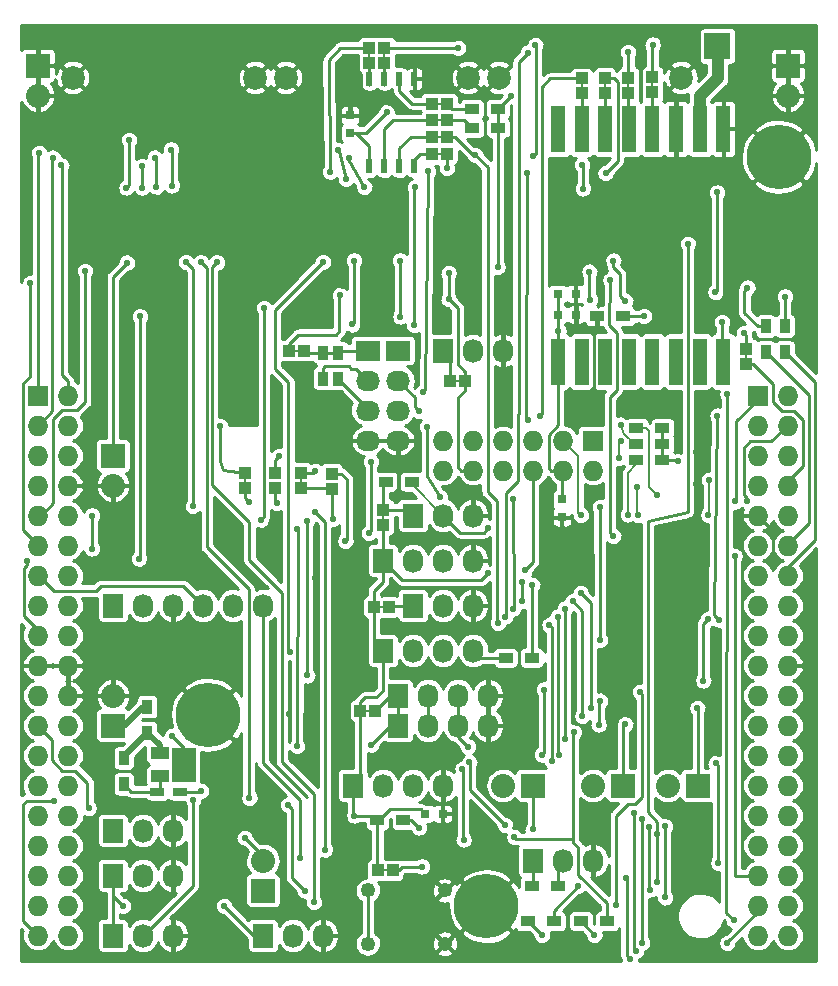
<source format=gbl>
G04 #@! TF.FileFunction,Copper,L2,Bot,Signal*
%FSLAX46Y46*%
G04 Gerber Fmt 4.6, Leading zero omitted, Abs format (unit mm)*
G04 Created by KiCad (PCBNEW (2015-03-26 BZR 5542)-product) date 4/10/2015 4:12:40 PM*
%MOMM*%
G01*
G04 APERTURE LIST*
%ADD10C,0.100000*%
%ADD11R,1.727200X1.727200*%
%ADD12O,1.727200X1.727200*%
%ADD13R,1.200000X0.750000*%
%ADD14R,0.750000X0.800000*%
%ADD15R,0.800000X0.750000*%
%ADD16R,1.016000X1.016000*%
%ADD17R,0.203200X0.508000*%
%ADD18R,0.508000X0.203200*%
%ADD19R,2.032000X2.032000*%
%ADD20O,2.032000X2.032000*%
%ADD21R,2.032000X1.727200*%
%ADD22O,2.032000X1.727200*%
%ADD23R,1.727200X2.032000*%
%ADD24O,1.727200X2.032000*%
%ADD25R,0.900000X1.200000*%
%ADD26R,1.200000X0.900000*%
%ADD27R,1.200000X4.000000*%
%ADD28R,2.235200X2.235200*%
%ADD29C,2.000000*%
%ADD30C,1.250000*%
%ADD31C,5.461000*%
%ADD32R,1.500000X1.000000*%
%ADD33R,2.050000X2.900000*%
%ADD34R,0.508000X1.143000*%
%ADD35C,0.584200*%
%ADD36C,0.254000*%
%ADD37C,0.177800*%
%ADD38C,1.016000*%
%ADD39C,0.508000*%
G04 APERTURE END LIST*
D10*
D11*
X124460000Y-80010000D03*
D12*
X127000000Y-80010000D03*
X124460000Y-82550000D03*
X127000000Y-82550000D03*
X124460000Y-85090000D03*
X127000000Y-85090000D03*
X124460000Y-87630000D03*
X127000000Y-87630000D03*
X124460000Y-90170000D03*
X127000000Y-90170000D03*
X124460000Y-92710000D03*
X127000000Y-92710000D03*
X124460000Y-95250000D03*
X127000000Y-95250000D03*
X124460000Y-97790000D03*
X127000000Y-97790000D03*
X124460000Y-100330000D03*
X127000000Y-100330000D03*
X124460000Y-102870000D03*
X127000000Y-102870000D03*
X124460000Y-105410000D03*
X127000000Y-105410000D03*
X124460000Y-107950000D03*
X127000000Y-107950000D03*
X124460000Y-110490000D03*
X127000000Y-110490000D03*
X124460000Y-113030000D03*
X127000000Y-113030000D03*
X124460000Y-115570000D03*
X127000000Y-115570000D03*
X124460000Y-118110000D03*
X127000000Y-118110000D03*
X124460000Y-120650000D03*
X127000000Y-120650000D03*
X124460000Y-123190000D03*
X127000000Y-123190000D03*
X124460000Y-125730000D03*
X127000000Y-125730000D03*
D13*
X134559000Y-113538000D03*
X136459000Y-113538000D03*
D14*
X150876000Y-57773000D03*
X150876000Y-56273000D03*
D15*
X168490200Y-71399400D03*
X169990200Y-71399400D03*
X168515600Y-73152000D03*
X170015600Y-73152000D03*
D14*
X168808400Y-88810400D03*
X168808400Y-90310400D03*
D15*
X157238000Y-115417600D03*
X158738000Y-115417600D03*
D16*
X184429400Y-77343000D03*
X184429400Y-76073000D03*
D17*
X184429400Y-76708000D03*
D16*
X141986000Y-86588600D03*
X141986000Y-87858600D03*
D17*
X141986000Y-87223600D03*
D16*
X146710400Y-86563200D03*
X146710400Y-87833200D03*
D17*
X146710400Y-87198200D03*
D16*
X152527000Y-50546000D03*
X152527000Y-51816000D03*
D17*
X152527000Y-51181000D03*
D16*
X153797000Y-50546000D03*
X153797000Y-51816000D03*
D17*
X153797000Y-51181000D03*
D16*
X159080200Y-58115200D03*
X157810200Y-58115200D03*
D18*
X158445200Y-58115200D03*
D16*
X159080200Y-59563000D03*
X157810200Y-59563000D03*
D18*
X158445200Y-59563000D03*
D16*
X157810200Y-56692800D03*
X159080200Y-56692800D03*
D18*
X158445200Y-56692800D03*
D16*
X157810200Y-55295800D03*
X159080200Y-55295800D03*
D18*
X158445200Y-55295800D03*
D16*
X154482800Y-120218200D03*
X153212800Y-120218200D03*
D18*
X153847800Y-120218200D03*
D19*
X130810000Y-85090000D03*
D20*
X130810000Y-87630000D03*
D21*
X152400000Y-76200000D03*
D22*
X152400000Y-78740000D03*
X152400000Y-81280000D03*
X152400000Y-83820000D03*
D23*
X166370000Y-119380000D03*
D24*
X168910000Y-119380000D03*
X171450000Y-119380000D03*
D21*
X154940000Y-76200000D03*
D22*
X154940000Y-78740000D03*
X154940000Y-81280000D03*
X154940000Y-83820000D03*
D23*
X130810000Y-120650000D03*
D24*
X133350000Y-120650000D03*
X135890000Y-120650000D03*
D23*
X143510000Y-125730000D03*
D24*
X146050000Y-125730000D03*
X148590000Y-125730000D03*
D23*
X156210000Y-90170000D03*
D24*
X158750000Y-90170000D03*
X161290000Y-90170000D03*
D23*
X156210000Y-97790000D03*
D24*
X158750000Y-97790000D03*
X161290000Y-97790000D03*
D23*
X130810000Y-125730000D03*
D24*
X133350000Y-125730000D03*
X135890000Y-125730000D03*
D25*
X131724400Y-110685400D03*
X131724400Y-112885400D03*
X186080400Y-76334800D03*
X186080400Y-74134800D03*
D26*
X168130400Y-124536200D03*
X165930400Y-124536200D03*
X172626200Y-124510800D03*
X170426200Y-124510800D03*
D25*
X187706000Y-76334800D03*
X187706000Y-74134800D03*
D26*
X161206000Y-57353200D03*
X163406000Y-57353200D03*
X161206000Y-55727600D03*
X163406000Y-55727600D03*
D25*
X149860000Y-76370000D03*
X149860000Y-78570000D03*
X148590000Y-76370000D03*
X148590000Y-78570000D03*
D26*
X175125200Y-85471000D03*
X177325200Y-85471000D03*
X175125200Y-84124800D03*
X177325200Y-84124800D03*
X168486000Y-121539000D03*
X166286000Y-121539000D03*
X175125200Y-82778600D03*
X177325200Y-82778600D03*
X155405000Y-115951000D03*
X153205000Y-115951000D03*
X171797800Y-73304400D03*
X173997800Y-73304400D03*
X156090800Y-87299800D03*
X153890800Y-87299800D03*
X164076200Y-102209600D03*
X166276200Y-102209600D03*
D11*
X185420000Y-80010000D03*
D12*
X187960000Y-80010000D03*
X185420000Y-82550000D03*
X187960000Y-82550000D03*
X185420000Y-85090000D03*
X187960000Y-85090000D03*
X185420000Y-87630000D03*
X187960000Y-87630000D03*
X185420000Y-90170000D03*
X187960000Y-90170000D03*
X185420000Y-92710000D03*
X187960000Y-92710000D03*
X185420000Y-95250000D03*
X187960000Y-95250000D03*
X185420000Y-97790000D03*
X187960000Y-97790000D03*
X185420000Y-100330000D03*
X187960000Y-100330000D03*
X185420000Y-102870000D03*
X187960000Y-102870000D03*
X185420000Y-105410000D03*
X187960000Y-105410000D03*
X185420000Y-107950000D03*
X187960000Y-107950000D03*
X185420000Y-110490000D03*
X187960000Y-110490000D03*
X185420000Y-113030000D03*
X187960000Y-113030000D03*
X185420000Y-115570000D03*
X187960000Y-115570000D03*
X185420000Y-118110000D03*
X187960000Y-118110000D03*
X185420000Y-120650000D03*
X187960000Y-120650000D03*
X185420000Y-123190000D03*
X187960000Y-123190000D03*
X185420000Y-125730000D03*
X187960000Y-125730000D03*
D27*
X182488600Y-77132200D03*
X180488600Y-77132200D03*
X178488600Y-77132200D03*
X176488600Y-77132200D03*
X174488600Y-77132200D03*
X172488600Y-77132200D03*
X170488600Y-77132200D03*
X168488600Y-77132200D03*
X168488600Y-57432200D03*
X170488600Y-57432200D03*
X172488600Y-57432200D03*
X174488600Y-57432200D03*
X176488600Y-57432200D03*
X178488600Y-57432200D03*
X180488600Y-57432200D03*
X182488600Y-57432200D03*
D16*
X144500600Y-86588600D03*
X144500600Y-87858600D03*
X149326600Y-86614000D03*
X149326600Y-87884000D03*
X145694400Y-76200000D03*
X146964400Y-76200000D03*
D18*
X146329400Y-76200000D03*
D16*
X151765000Y-106680000D03*
X153035000Y-106680000D03*
D18*
X152400000Y-106680000D03*
D16*
X159385000Y-78740000D03*
X160655000Y-78740000D03*
D18*
X160020000Y-78740000D03*
D16*
X170484800Y-54432200D03*
X170484800Y-53162200D03*
D17*
X170484800Y-53797200D03*
D16*
X172440600Y-54381400D03*
X172440600Y-53111400D03*
D17*
X172440600Y-53746400D03*
D16*
X174447200Y-54381400D03*
X174447200Y-53111400D03*
D17*
X174447200Y-53746400D03*
D16*
X176479200Y-54330600D03*
X176479200Y-53060600D03*
D17*
X176479200Y-53695600D03*
D16*
X153695400Y-89662000D03*
X153695400Y-90932000D03*
D17*
X153695400Y-90297000D03*
D16*
X154178000Y-97917000D03*
X152908000Y-97917000D03*
D18*
X153543000Y-97917000D03*
D19*
X130810000Y-107950000D03*
D20*
X130810000Y-105410000D03*
D23*
X151130000Y-113030000D03*
D24*
X153670000Y-113030000D03*
X156210000Y-113030000D03*
X158750000Y-113030000D03*
D23*
X130810000Y-97790000D03*
D24*
X133350000Y-97790000D03*
X135890000Y-97790000D03*
X138430000Y-97790000D03*
X140970000Y-97790000D03*
X143510000Y-97790000D03*
D23*
X153670000Y-93980000D03*
D24*
X156210000Y-93980000D03*
X158750000Y-93980000D03*
X161290000Y-93980000D03*
D23*
X130810000Y-116840000D03*
D24*
X133350000Y-116840000D03*
X135890000Y-116840000D03*
D23*
X154940000Y-107950000D03*
D24*
X157480000Y-107950000D03*
X160020000Y-107950000D03*
X162560000Y-107950000D03*
D23*
X158750000Y-76200000D03*
D24*
X161290000Y-76200000D03*
X163830000Y-76200000D03*
D23*
X154940000Y-105410000D03*
D24*
X157480000Y-105410000D03*
X160020000Y-105410000D03*
X162560000Y-105410000D03*
D11*
X171450000Y-83820000D03*
D12*
X171450000Y-86360000D03*
X168910000Y-83820000D03*
X168910000Y-86360000D03*
X166370000Y-83820000D03*
X166370000Y-86360000D03*
X163830000Y-83820000D03*
X163830000Y-86360000D03*
X161290000Y-83820000D03*
X161290000Y-86360000D03*
X158750000Y-83820000D03*
X158750000Y-86360000D03*
D23*
X153670000Y-101600000D03*
D24*
X156210000Y-101600000D03*
X158750000Y-101600000D03*
X161290000Y-101600000D03*
D28*
X181991000Y-50419000D03*
D19*
X173990000Y-113030000D03*
D20*
X171450000Y-113030000D03*
D19*
X166370000Y-113030000D03*
D20*
X163830000Y-113030000D03*
D19*
X143510000Y-121920000D03*
D20*
X143510000Y-119380000D03*
D19*
X180340000Y-113030000D03*
D20*
X177800000Y-113030000D03*
D19*
X124460000Y-52070000D03*
D20*
X124460000Y-54610000D03*
D19*
X187960000Y-52070000D03*
D20*
X187960000Y-54610000D03*
D29*
X160882000Y-53086000D03*
X145442000Y-53086000D03*
X142848000Y-53086000D03*
X127408000Y-53086000D03*
X178916000Y-53086000D03*
X163476000Y-53086000D03*
D30*
X152398660Y-121917900D03*
X158898660Y-121917900D03*
X152398660Y-126417900D03*
X158898660Y-126417900D03*
D31*
X162407600Y-123240800D03*
X138887200Y-107035600D03*
X187198000Y-59791600D03*
D32*
X134763000Y-110302000D03*
X134763000Y-112202000D03*
D33*
X136788000Y-111252000D03*
D34*
X152527000Y-60597000D03*
X153797000Y-60597000D03*
X155067000Y-60597000D03*
X156337000Y-60597000D03*
X156337000Y-53195000D03*
X155067000Y-53195000D03*
X153797000Y-53195000D03*
X152527000Y-53195000D03*
D25*
X133731000Y-108542000D03*
X133731000Y-106342000D03*
D35*
X153974800Y-56032400D03*
X164515800Y-54610000D03*
X150012400Y-71526400D03*
X163372800Y-69138800D03*
X159232600Y-69621400D03*
X159232600Y-71831200D03*
X162560000Y-95072200D03*
X165658800Y-94792800D03*
X140233400Y-123215400D03*
X131673600Y-123215400D03*
X151257000Y-115570000D03*
X168529000Y-74549000D03*
X129032000Y-92964000D03*
X129032000Y-90170000D03*
X157480000Y-53086000D03*
X153670000Y-54864000D03*
X180213000Y-94488000D03*
X186690000Y-93980000D03*
X180213000Y-87503000D03*
X168910000Y-94488000D03*
X167259000Y-90170000D03*
X172847000Y-94488000D03*
X172847000Y-100076000D03*
X161798000Y-111760000D03*
X171069000Y-122936000D03*
X169291000Y-126365000D03*
X178816000Y-119380000D03*
X147447000Y-57023000D03*
X153543000Y-69469000D03*
X137668000Y-91567000D03*
X142849600Y-95478600D03*
X140208000Y-95478600D03*
X144932400Y-95351600D03*
X147955000Y-95453200D03*
X149529800Y-95427800D03*
X144348200Y-107010200D03*
X145745200Y-107010200D03*
X144703800Y-83820000D03*
X160604200Y-67818000D03*
X164363400Y-67919600D03*
X178816000Y-115544600D03*
X180213000Y-84810600D03*
X178790600Y-84480400D03*
X167132000Y-125679200D03*
X182829200Y-126365000D03*
X175590200Y-126339600D03*
X175564800Y-115900200D03*
X163982400Y-116357400D03*
X160985200Y-111074200D03*
X175082200Y-127025400D03*
X174929800Y-115341400D03*
X160502600Y-117602000D03*
X160401000Y-111607600D03*
X170561000Y-107162600D03*
X169748200Y-97409000D03*
X165430200Y-97409000D03*
X165455600Y-95783400D03*
X150495000Y-92329000D03*
X144881600Y-85115400D03*
X152654000Y-85623400D03*
X152476200Y-91668600D03*
X183438800Y-93573600D03*
X123494800Y-93980000D03*
X132994400Y-93827600D03*
X133096000Y-73304400D03*
X155143200Y-73329800D03*
X155117800Y-68580000D03*
X150545800Y-61696600D03*
X149860000Y-59232800D03*
X135788400Y-62230000D03*
X135712200Y-59182000D03*
X124561600Y-59461400D03*
X170586400Y-62484000D03*
X170535600Y-60477400D03*
X152095200Y-62357000D03*
X150774400Y-59867800D03*
X134493000Y-62331600D03*
X134366000Y-59867800D03*
X125730000Y-59867800D03*
X151206200Y-68580000D03*
X151053800Y-73990200D03*
X156311600Y-74066400D03*
X156362400Y-62382400D03*
X133273800Y-62407800D03*
X133273800Y-60579000D03*
X126441200Y-60528200D03*
X128447800Y-69443600D03*
X145796000Y-101727000D03*
X148590000Y-68707000D03*
X139852400Y-82600800D03*
X147955000Y-86410800D03*
X183362600Y-124409200D03*
X149199600Y-61061600D03*
X157480000Y-61036200D03*
X157099000Y-79730600D03*
X182829200Y-79883000D03*
X165963600Y-50977800D03*
X164007800Y-98729800D03*
X168452800Y-98729800D03*
X168605200Y-110413800D03*
X174421800Y-50927000D03*
X160045400Y-50571400D03*
X142341600Y-89001600D03*
X144678400Y-89103200D03*
X182067200Y-119583200D03*
X181838600Y-111150400D03*
X167970200Y-110972600D03*
X167767000Y-99415600D03*
X163398200Y-99263200D03*
X176504600Y-50292000D03*
X166573200Y-50342800D03*
X166395400Y-59766200D03*
X161467800Y-59639200D03*
X172516800Y-61163200D03*
X165836600Y-61163200D03*
X159080200Y-60756800D03*
X169113200Y-109093000D03*
X169087800Y-98044000D03*
X164693600Y-98044000D03*
X164719000Y-88798400D03*
X158521400Y-88620600D03*
X157403800Y-82651600D03*
X165989000Y-82092800D03*
X149428200Y-90474800D03*
X147269200Y-103708200D03*
X147218400Y-90601800D03*
X143306800Y-90525600D03*
X143586200Y-72593200D03*
X174193200Y-72009000D03*
X173177200Y-68580000D03*
X123825000Y-70510400D03*
X171145200Y-69519800D03*
X171196000Y-71882000D03*
X172923200Y-70231000D03*
X173177200Y-91897200D03*
X174599600Y-127685800D03*
X174269400Y-120878600D03*
X184505600Y-88925400D03*
X162585400Y-91236800D03*
X171272200Y-106451400D03*
X170408600Y-96748600D03*
X152654000Y-109575600D03*
X166928800Y-81762600D03*
X181991000Y-81711800D03*
X182092600Y-98983800D03*
X156972000Y-119888000D03*
X146659600Y-119151400D03*
X156718000Y-81305400D03*
X172034200Y-105841800D03*
X171932600Y-107873800D03*
X160858200Y-109728000D03*
X174193200Y-107848400D03*
X176276000Y-121843800D03*
X176225200Y-116560600D03*
X166344600Y-116738400D03*
X156718000Y-116586000D03*
X180289200Y-106476800D03*
X139623800Y-68732400D03*
X147828000Y-122910600D03*
X137617200Y-114249200D03*
X142367000Y-114096800D03*
X138277600Y-68732400D03*
X135788400Y-108864400D03*
X181254400Y-87172800D03*
X181229000Y-90119200D03*
X175234600Y-90119200D03*
X175158400Y-87782400D03*
X178612800Y-85572600D03*
X183515000Y-88976200D03*
X172059600Y-89458800D03*
X172034200Y-100711000D03*
X180797200Y-104140000D03*
X181178200Y-98933000D03*
X166319200Y-96037400D03*
X177571400Y-116484400D03*
X177546000Y-122504200D03*
X179476400Y-67157600D03*
X170205400Y-121539000D03*
X176911000Y-121183400D03*
X176885600Y-117144800D03*
X128752600Y-114960400D03*
X145618200Y-114655600D03*
X147040600Y-121920000D03*
X132156200Y-58369200D03*
X131953000Y-62407800D03*
X132003800Y-68757800D03*
X187706000Y-71628000D03*
X184531000Y-70866000D03*
X171577000Y-125679200D03*
X184251600Y-74701400D03*
X181965600Y-62814200D03*
X181813200Y-71272400D03*
X174396400Y-90093800D03*
X170434000Y-90144600D03*
X173659800Y-85293200D03*
X173837600Y-83845400D03*
X173786800Y-82473800D03*
X176834800Y-88417400D03*
X167309800Y-104902000D03*
X167157400Y-110413800D03*
X146405600Y-109702600D03*
X146405600Y-91287600D03*
X175412400Y-105105200D03*
X173380400Y-123164600D03*
X164795200Y-117398800D03*
X148742400Y-118465600D03*
X147878800Y-89865200D03*
X137566400Y-89382600D03*
X136982200Y-68707000D03*
X169824400Y-108534200D03*
X175768000Y-73279000D03*
X182372000Y-73787000D03*
X125806200Y-114300000D03*
X138277600Y-113487200D03*
X141960600Y-117449600D03*
D36*
X151028400Y-57747600D02*
X152259600Y-57747600D01*
X152259600Y-57747600D02*
X153974800Y-56032400D01*
X164515800Y-54610000D02*
X163406000Y-55719800D01*
X163406000Y-55719800D02*
X163406000Y-55727600D01*
X160655000Y-78740000D02*
X160655000Y-78003400D01*
X159994600Y-72593200D02*
X159232600Y-71831200D01*
X159994600Y-77343000D02*
X159994600Y-72593200D01*
X160655000Y-78003400D02*
X159994600Y-77343000D01*
X145694400Y-76200000D02*
X145694400Y-75666600D01*
X149987000Y-71551800D02*
X150012400Y-71526400D01*
X149987000Y-74523600D02*
X149987000Y-71551800D01*
X149656800Y-74853800D02*
X149987000Y-74523600D01*
X146507200Y-74853800D02*
X149656800Y-74853800D01*
X145694400Y-75666600D02*
X146507200Y-74853800D01*
X163406000Y-57353200D02*
X163406000Y-69105600D01*
X163406000Y-69105600D02*
X163372800Y-69138800D01*
X159232600Y-69621400D02*
X159232600Y-71831200D01*
X163406000Y-55727600D02*
X163406000Y-57353200D01*
X151028400Y-57747600D02*
X151372000Y-57747600D01*
X151372000Y-57747600D02*
X152527000Y-58902600D01*
X152527000Y-58902600D02*
X152527000Y-60071000D01*
X168808400Y-88810400D02*
X168808400Y-86461600D01*
X168808400Y-86461600D02*
X168910000Y-86360000D01*
X166370000Y-86360000D02*
X166370000Y-94081600D01*
X155321000Y-95631000D02*
X153670000Y-93980000D01*
X162001200Y-95631000D02*
X155321000Y-95631000D01*
X162560000Y-95072200D02*
X162001200Y-95631000D01*
X166370000Y-94081600D02*
X165658800Y-94792800D01*
X161290000Y-86360000D02*
X160299400Y-86360000D01*
X160655000Y-79578200D02*
X160655000Y-78740000D01*
X159994600Y-80238600D02*
X160655000Y-79578200D01*
X159994600Y-86055200D02*
X159994600Y-80238600D01*
X160299400Y-86360000D02*
X159994600Y-86055200D01*
X168910000Y-86360000D02*
X167868600Y-86360000D01*
X168488600Y-82514200D02*
X168488600Y-77132200D01*
X167690800Y-83312000D02*
X168488600Y-82514200D01*
X167690800Y-86182200D02*
X167690800Y-83312000D01*
X167868600Y-86360000D02*
X167690800Y-86182200D01*
X151765000Y-106680000D02*
X151765000Y-112395000D01*
X151765000Y-112395000D02*
X151130000Y-113030000D01*
X153670000Y-101600000D02*
X153670000Y-105003600D01*
X151765000Y-105943400D02*
X151765000Y-106680000D01*
X152146000Y-105562400D02*
X151765000Y-105943400D01*
X153111200Y-105562400D02*
X152146000Y-105562400D01*
X153670000Y-105003600D02*
X153111200Y-105562400D01*
X153670000Y-93980000D02*
X153670000Y-90957400D01*
X153670000Y-90957400D02*
X153695400Y-90932000D01*
X130810000Y-120650000D02*
X130810000Y-122351800D01*
X140233400Y-123215400D02*
X142748000Y-125730000D01*
X130810000Y-122351800D02*
X131673600Y-123215400D01*
X142748000Y-125730000D02*
X143510000Y-125730000D01*
X153205000Y-115951000D02*
X153205000Y-120210400D01*
X153205000Y-120210400D02*
X153212800Y-120218200D01*
X153205000Y-115951000D02*
X153339800Y-115951000D01*
X153339800Y-115951000D02*
X154254200Y-115036600D01*
X156857000Y-115036600D02*
X157238000Y-115417600D01*
X154254200Y-115036600D02*
X156857000Y-115036600D01*
X151257000Y-115570000D02*
X152824000Y-115570000D01*
X152824000Y-115570000D02*
X153205000Y-115951000D01*
X130810000Y-120650000D02*
X130810000Y-125730000D01*
X151257000Y-115570000D02*
X151130000Y-115443000D01*
X151130000Y-115443000D02*
X151130000Y-113030000D01*
X152908000Y-97917000D02*
X152908000Y-100838000D01*
X152908000Y-100838000D02*
X153670000Y-101600000D01*
X153670000Y-93980000D02*
X153670000Y-95758000D01*
X153670000Y-95758000D02*
X152908000Y-96520000D01*
X152908000Y-96520000D02*
X152908000Y-97917000D01*
X168515600Y-73152000D02*
X168515600Y-74535600D01*
X168515600Y-74535600D02*
X168529000Y-74549000D01*
X168515600Y-73152000D02*
X168515600Y-71424800D01*
X168515600Y-71424800D02*
X168490200Y-71399400D01*
X168488600Y-77132200D02*
X168488600Y-73179000D01*
X168488600Y-73179000D02*
X168515600Y-73152000D01*
X129057400Y-90195400D02*
X129032000Y-92964000D01*
X129032000Y-90170000D02*
X129057400Y-90195400D01*
X168515600Y-71424800D02*
X168490200Y-71399400D01*
X168488600Y-73179000D02*
X168515600Y-73152000D01*
X131960800Y-112649000D02*
X131724400Y-112885400D01*
X134763000Y-113334000D02*
X134559000Y-113538000D01*
X134763000Y-112202000D02*
X134763000Y-113334000D01*
X132377000Y-113538000D02*
X131724400Y-112885400D01*
X134559000Y-113538000D02*
X132377000Y-113538000D01*
X148590000Y-125272800D02*
X148590000Y-125730000D01*
X187960000Y-102870000D02*
X187629800Y-102870000D01*
X170015600Y-71424800D02*
X169990200Y-71399400D01*
X170168000Y-73304400D02*
X170015600Y-73152000D01*
X158898660Y-115578260D02*
X158738000Y-115417600D01*
X157371000Y-53195000D02*
X156337000Y-53195000D01*
X157480000Y-53086000D02*
X157371000Y-53195000D01*
X152261000Y-56273000D02*
X153670000Y-54864000D01*
X150876000Y-56273000D02*
X152261000Y-56273000D01*
X180213000Y-94488000D02*
X180213000Y-87503000D01*
X186690000Y-91440000D02*
X186690000Y-93980000D01*
X185420000Y-90170000D02*
X186690000Y-91440000D01*
X172847000Y-100076000D02*
X172847000Y-94488000D01*
X162560000Y-110998000D02*
X162560000Y-107950000D01*
X161798000Y-111760000D02*
X162560000Y-110998000D01*
X170942000Y-122809000D02*
X171069000Y-122936000D01*
X170434000Y-122809000D02*
X170942000Y-122809000D01*
X169291000Y-123952000D02*
X170434000Y-122809000D01*
X169291000Y-124206000D02*
X169291000Y-123952000D01*
X169291000Y-126365000D02*
X169291000Y-124206000D01*
X147447000Y-61595000D02*
X147447000Y-57023000D01*
X152781000Y-66929000D02*
X147447000Y-61595000D01*
X152781000Y-68707000D02*
X152781000Y-66929000D01*
X153543000Y-69469000D02*
X152781000Y-68707000D01*
X137668000Y-91643200D02*
X137668000Y-91592400D01*
X137668000Y-91567000D02*
X137668000Y-91643200D01*
X142824200Y-95504000D02*
X142875000Y-95453200D01*
X142849600Y-95478600D02*
X142824200Y-95504000D01*
X137668000Y-92938600D02*
X140208000Y-95478600D01*
X137668000Y-91567000D02*
X137668000Y-92938600D01*
X144373600Y-107035600D02*
X144424400Y-107035600D01*
X144348200Y-107010200D02*
X144373600Y-107035600D01*
X164363400Y-72390000D02*
X164363400Y-67919600D01*
X163830000Y-72923400D02*
X164363400Y-72390000D01*
X163830000Y-76200000D02*
X163830000Y-72923400D01*
X178816000Y-119380000D02*
X178816000Y-115544600D01*
X180213000Y-87503000D02*
X180213000Y-84810600D01*
X171500800Y-74828400D02*
X171500800Y-80162400D01*
X171797800Y-74531400D02*
X171500800Y-74828400D01*
X171797800Y-73304400D02*
X171797800Y-74531400D01*
X165930400Y-124536200D02*
X165989000Y-124536200D01*
X165989000Y-124536200D02*
X167132000Y-125679200D01*
X185420000Y-123190000D02*
X185420000Y-123723400D01*
X185420000Y-123723400D02*
X182829200Y-126314200D01*
X182829200Y-126314200D02*
X182829200Y-126365000D01*
X175590200Y-126339600D02*
X175564800Y-126314200D01*
X175564800Y-126314200D02*
X175564800Y-115900200D01*
X163982400Y-116357400D02*
X161061400Y-113436400D01*
X161061400Y-113436400D02*
X161061400Y-111150400D01*
X161061400Y-111150400D02*
X160985200Y-111074200D01*
X175082200Y-127025400D02*
X174929800Y-126873000D01*
X174929800Y-126873000D02*
X174929800Y-115341400D01*
X160502600Y-117602000D02*
X160451800Y-117551200D01*
X160451800Y-117551200D02*
X160451800Y-111658400D01*
X160451800Y-111658400D02*
X160401000Y-111607600D01*
X170561000Y-98221800D02*
X170561000Y-107162600D01*
X169748200Y-97409000D02*
X170561000Y-98221800D01*
X165430200Y-95808800D02*
X165430200Y-97409000D01*
X165455600Y-95783400D02*
X165430200Y-95808800D01*
X150139400Y-86614000D02*
X149326600Y-86614000D01*
X150596600Y-87071200D02*
X150139400Y-86614000D01*
X150596600Y-92227400D02*
X150596600Y-87071200D01*
X150495000Y-92329000D02*
X150596600Y-92227400D01*
X144500600Y-85496400D02*
X144500600Y-86588600D01*
X144881600Y-85115400D02*
X144500600Y-85496400D01*
X152654000Y-91490800D02*
X152654000Y-85623400D01*
X152476200Y-91668600D02*
X152654000Y-91490800D01*
X185420000Y-120650000D02*
X183489600Y-120650000D01*
X183438800Y-120599200D02*
X183438800Y-93573600D01*
X183489600Y-120650000D02*
X183438800Y-120599200D01*
X124460000Y-100330000D02*
X124460000Y-99898200D01*
X124460000Y-99898200D02*
X123240800Y-98679000D01*
X123240800Y-98679000D02*
X123240800Y-94640400D01*
X123240800Y-94640400D02*
X123494800Y-94386400D01*
X123494800Y-94386400D02*
X123494800Y-93980000D01*
X132994400Y-93827600D02*
X133096000Y-93726000D01*
X133096000Y-93726000D02*
X133096000Y-73304400D01*
X155143200Y-73329800D02*
X155117800Y-73304400D01*
X155117800Y-73304400D02*
X155117800Y-68580000D01*
X149910800Y-59283600D02*
X150545800Y-61696600D01*
X149860000Y-59232800D02*
X149910800Y-59283600D01*
X124460000Y-80010000D02*
X124460000Y-59563000D01*
X135788400Y-59258200D02*
X135788400Y-62230000D01*
X135712200Y-59182000D02*
X135788400Y-59258200D01*
X124460000Y-59563000D02*
X124561600Y-59461400D01*
X170586400Y-60528200D02*
X170586400Y-62484000D01*
X170535600Y-60477400D02*
X170586400Y-60528200D01*
X150672800Y-59969400D02*
X152095200Y-62357000D01*
X150774400Y-59867800D02*
X150672800Y-59969400D01*
X124460000Y-82550000D02*
X125653800Y-81356200D01*
X134493000Y-59994800D02*
X134493000Y-62331600D01*
X134366000Y-59867800D02*
X134493000Y-59994800D01*
X125653800Y-59944000D02*
X125730000Y-59867800D01*
X125653800Y-81356200D02*
X125653800Y-59944000D01*
X151206200Y-73837800D02*
X151206200Y-68580000D01*
X151053800Y-73990200D02*
X151206200Y-73837800D01*
X156311600Y-62433200D02*
X156311600Y-74066400D01*
X156362400Y-62382400D02*
X156311600Y-62433200D01*
X133273800Y-60579000D02*
X133273800Y-62407800D01*
X127000000Y-80010000D02*
X127000000Y-78816200D01*
X126466600Y-78282800D02*
X126466600Y-60553600D01*
X127000000Y-78816200D02*
X126466600Y-78282800D01*
X126466600Y-60553600D02*
X126441200Y-60528200D01*
X128447800Y-80568800D02*
X128447800Y-69443600D01*
X127787400Y-81229200D02*
X128447800Y-80568800D01*
X126492000Y-81229200D02*
X127787400Y-81229200D01*
X125755400Y-81965800D02*
X126492000Y-81229200D01*
X125755400Y-89128600D02*
X125755400Y-81965800D01*
X124714000Y-90170000D02*
X125755400Y-89128600D01*
X124460000Y-90170000D02*
X124714000Y-90170000D01*
X145796000Y-101727000D02*
X145669000Y-101600000D01*
X145669000Y-101600000D02*
X145669000Y-78867000D01*
X145669000Y-78867000D02*
X144526000Y-77724000D01*
X144526000Y-77724000D02*
X144526000Y-72771000D01*
X144526000Y-72771000D02*
X148590000Y-68707000D01*
X140162042Y-86348604D02*
X141986000Y-86588600D01*
X139903200Y-85547200D02*
X140162042Y-86348604D01*
X139877800Y-82626200D02*
X139903200Y-85547200D01*
X139852400Y-82600800D02*
X139877800Y-82626200D01*
X147802600Y-86563200D02*
X146710400Y-86563200D01*
X147955000Y-86410800D02*
X147802600Y-86563200D01*
X149072600Y-51638200D02*
X150037800Y-50546000D01*
X149174200Y-61036200D02*
X149072600Y-51638200D01*
X149199600Y-61061600D02*
X149174200Y-61036200D01*
X157251400Y-79578200D02*
X157480000Y-61036200D01*
X157099000Y-79730600D02*
X157251400Y-79578200D01*
X182753000Y-123799600D02*
X182829200Y-79883000D01*
X183362600Y-124409200D02*
X182753000Y-123799600D01*
X150037800Y-50546000D02*
X152577800Y-50546000D01*
X165125400Y-87223600D02*
X165125400Y-81559400D01*
X164058600Y-88290400D02*
X165125400Y-87223600D01*
X164058600Y-98679000D02*
X164058600Y-88290400D01*
X164007800Y-98729800D02*
X164058600Y-98679000D01*
X168452800Y-110261400D02*
X168452800Y-98729800D01*
X168605200Y-110413800D02*
X168452800Y-110261400D01*
X165150800Y-81534000D02*
X165125400Y-81559400D01*
X165150800Y-51790600D02*
X165150800Y-81534000D01*
X165150800Y-51790600D02*
X165963600Y-50977800D01*
X174447200Y-53111400D02*
X174447200Y-50952400D01*
X174447200Y-50952400D02*
X174421800Y-50927000D01*
X160020000Y-50546000D02*
X160045400Y-50571400D01*
X153797000Y-50546000D02*
X160020000Y-50546000D01*
X141986000Y-88646000D02*
X141986000Y-87858600D01*
X142341600Y-89001600D02*
X141986000Y-88646000D01*
X144500600Y-87858600D02*
X144500600Y-88925400D01*
X144500600Y-88925400D02*
X144678400Y-89103200D01*
X161467800Y-59639200D02*
X161493200Y-59639200D01*
X182067200Y-111379000D02*
X182067200Y-119583200D01*
X181838600Y-111150400D02*
X182067200Y-111379000D01*
X167970200Y-99618800D02*
X167970200Y-110972600D01*
X167767000Y-99415600D02*
X167970200Y-99618800D01*
X163347400Y-99212400D02*
X163398200Y-99263200D01*
X163347400Y-88976200D02*
X163347400Y-99212400D01*
X162534600Y-88163400D02*
X163347400Y-88976200D01*
X162534600Y-60680600D02*
X162534600Y-88163400D01*
X161493200Y-59639200D02*
X162534600Y-60680600D01*
X159080200Y-58115200D02*
X159766000Y-58115200D01*
X176479200Y-50317400D02*
X176479200Y-53060600D01*
X176504600Y-50292000D02*
X176479200Y-50317400D01*
X166598600Y-50368200D02*
X166573200Y-50342800D01*
X166598600Y-59563000D02*
X166598600Y-50368200D01*
X166395400Y-59766200D02*
X166598600Y-59563000D01*
X161290000Y-59639200D02*
X161467800Y-59639200D01*
X159766000Y-58115200D02*
X161290000Y-59639200D01*
X173202600Y-53111400D02*
X172440600Y-53111400D01*
X173532800Y-53441600D02*
X173202600Y-53111400D01*
X173532800Y-60147200D02*
X173532800Y-53441600D01*
X172516800Y-61163200D02*
X173532800Y-60147200D01*
X159080200Y-59563000D02*
X159131000Y-60706000D01*
X159131000Y-60706000D02*
X159080200Y-60756800D01*
X165836600Y-61163200D02*
X165836600Y-61188600D01*
X165836600Y-61188600D02*
X165836600Y-61163200D01*
X169113200Y-109093000D02*
X169087800Y-109067600D01*
X169087800Y-109067600D02*
X169087800Y-98044000D01*
X164693600Y-98044000D02*
X164795200Y-97942400D01*
X164795200Y-97942400D02*
X164719000Y-88798400D01*
X158521400Y-88620600D02*
X157426536Y-86819622D01*
X157426536Y-86819622D02*
X157403800Y-82651600D01*
X165989000Y-82092800D02*
X165811200Y-81915000D01*
X165811200Y-81915000D02*
X165836600Y-61163200D01*
X146710400Y-87833200D02*
X149275800Y-87833200D01*
X149275800Y-87833200D02*
X149326600Y-87884000D01*
X149326600Y-87884000D02*
X149326600Y-90373200D01*
X149326600Y-90373200D02*
X149428200Y-90474800D01*
X147269200Y-103708200D02*
X147218400Y-103657400D01*
X147218400Y-103657400D02*
X147218400Y-90601800D01*
X143306800Y-90525600D02*
X143586200Y-90246200D01*
X143586200Y-90246200D02*
X143586200Y-72593200D01*
X174193200Y-72009000D02*
X173761400Y-71577200D01*
X173761400Y-71577200D02*
X173761400Y-69748400D01*
X173761400Y-69748400D02*
X173177200Y-69164200D01*
X173177200Y-69164200D02*
X173177200Y-68580000D01*
X123825000Y-78384400D02*
X123825000Y-70510400D01*
X123190000Y-79019400D02*
X123825000Y-78384400D01*
X123190000Y-91363800D02*
X123190000Y-79019400D01*
X124460000Y-92633800D02*
X123190000Y-91363800D01*
X171145200Y-71831200D02*
X171145200Y-69519800D01*
X171196000Y-71882000D02*
X171145200Y-71831200D01*
X124460000Y-92710000D02*
X124460000Y-92633800D01*
X172872400Y-82575400D02*
X172872400Y-80111600D01*
X172847000Y-74066400D02*
X172923200Y-70231000D01*
X173456600Y-74676000D02*
X172847000Y-74066400D01*
X173456600Y-79527400D02*
X173456600Y-74676000D01*
X172872400Y-80111600D02*
X173456600Y-79527400D01*
X172872400Y-91592400D02*
X172872400Y-82575400D01*
X172872400Y-82575400D02*
X172872400Y-82524600D01*
X173177200Y-91897200D02*
X172872400Y-91592400D01*
X174599600Y-127685800D02*
X174294800Y-127381000D01*
X174294800Y-127381000D02*
X174294800Y-120904000D01*
X174294800Y-120904000D02*
X174269400Y-120878600D01*
X168486000Y-121539000D02*
X168486000Y-119804000D01*
X168486000Y-119804000D02*
X168910000Y-119380000D01*
D37*
X156090800Y-87299800D02*
X156090800Y-87510800D01*
X156090800Y-87510800D02*
X158750000Y-90170000D01*
D36*
X187960000Y-82550000D02*
X187909200Y-82550000D01*
X187909200Y-82550000D02*
X186563000Y-83896200D01*
X186563000Y-83896200D02*
X184759600Y-83896200D01*
X184759600Y-83896200D02*
X184226200Y-84429600D01*
X184226200Y-84429600D02*
X184226200Y-88392000D01*
X184226200Y-88392000D02*
X184505600Y-88671400D01*
X184505600Y-88671400D02*
X184505600Y-88925400D01*
X162585400Y-91236800D02*
X162204400Y-91617800D01*
X162204400Y-91617800D02*
X160197800Y-91617800D01*
X160197800Y-91617800D02*
X158750000Y-90170000D01*
X171272200Y-97612200D02*
X171272200Y-106451400D01*
X170408600Y-96748600D02*
X171272200Y-97612200D01*
X155067000Y-53721000D02*
X155067000Y-54229000D01*
X155067000Y-54229000D02*
X156133800Y-55295800D01*
X156133800Y-55295800D02*
X157810200Y-55295800D01*
X161206000Y-55727600D02*
X159512000Y-55727600D01*
X159512000Y-55727600D02*
X159080200Y-55295800D01*
X148590000Y-76370000D02*
X147134400Y-76370000D01*
X147134400Y-76370000D02*
X146964400Y-76200000D01*
X149860000Y-76370000D02*
X148590000Y-76370000D01*
X152400000Y-76200000D02*
X150030000Y-76200000D01*
X150030000Y-76200000D02*
X149860000Y-76370000D01*
X152654000Y-109575600D02*
X154279600Y-107950000D01*
X154279600Y-107950000D02*
X154940000Y-107950000D01*
X154940000Y-105410000D02*
X154305000Y-105410000D01*
X154305000Y-105410000D02*
X153035000Y-106680000D01*
X154940000Y-105410000D02*
X154940000Y-107950000D01*
X167817800Y-53162200D02*
X170484800Y-53162200D01*
X167132000Y-53848000D02*
X167817800Y-53162200D01*
X167106600Y-81584800D02*
X167132000Y-53848000D01*
X166928800Y-81762600D02*
X167106600Y-81584800D01*
X181711600Y-98602800D02*
X181991000Y-81711800D01*
X182092600Y-98983800D02*
X181711600Y-98602800D01*
X154482800Y-120218200D02*
X154990800Y-120218200D01*
X154990800Y-120218200D02*
X155321000Y-119888000D01*
X155321000Y-119888000D02*
X156972000Y-119888000D01*
X166370000Y-119380000D02*
X166370000Y-121455000D01*
X166370000Y-121455000D02*
X166286000Y-121539000D01*
X124460000Y-95250000D02*
X124587000Y-95250000D01*
X124587000Y-95250000D02*
X125857000Y-96520000D01*
X125857000Y-96520000D02*
X129413000Y-96520000D01*
X129413000Y-96520000D02*
X129794000Y-96139000D01*
X129794000Y-96139000D02*
X136779000Y-96139000D01*
X136779000Y-96139000D02*
X138430000Y-97790000D01*
X146659600Y-118541800D02*
X146659600Y-119151400D01*
X143510000Y-111125000D02*
X146659600Y-114274600D01*
X146659600Y-114274600D02*
X146659600Y-118541800D01*
X143510000Y-97790000D02*
X143510000Y-111125000D01*
X127000000Y-115570000D02*
X127000000Y-115874800D01*
X152400000Y-78740000D02*
X151384000Y-77724000D01*
X148590000Y-77698600D02*
X148590000Y-78570000D01*
X148742400Y-77546200D02*
X148590000Y-77698600D01*
X150799800Y-77546200D02*
X148742400Y-77546200D01*
X150977600Y-77724000D02*
X150799800Y-77546200D01*
X151384000Y-77724000D02*
X150977600Y-77724000D01*
X156718000Y-81305400D02*
X156362400Y-80949800D01*
X156362400Y-80949800D02*
X156362400Y-80162400D01*
X156362400Y-80162400D02*
X154940000Y-78740000D01*
X152400000Y-81280000D02*
X152400000Y-81110000D01*
X152400000Y-81110000D02*
X149860000Y-78570000D01*
D37*
X185420000Y-82346800D02*
X185420000Y-82550000D01*
D36*
X157480000Y-105410000D02*
X157480000Y-107950000D01*
X172034200Y-105841800D02*
X171932600Y-105943400D01*
X171932600Y-105943400D02*
X171932600Y-107873800D01*
X160020000Y-107950000D02*
X160020000Y-105410000D01*
X160858200Y-109728000D02*
X160020000Y-108889800D01*
X160020000Y-108889800D02*
X160020000Y-107950000D01*
X174193200Y-107848400D02*
X173990000Y-108051600D01*
X173990000Y-108051600D02*
X173990000Y-113030000D01*
X176276000Y-121843800D02*
X176225200Y-121793000D01*
X176225200Y-121793000D02*
X176225200Y-116560600D01*
X166344600Y-116738400D02*
X166370000Y-116713000D01*
X166370000Y-116713000D02*
X166370000Y-113030000D01*
X155405000Y-115951000D02*
X156083000Y-115951000D01*
X156083000Y-115951000D02*
X156718000Y-116586000D01*
X180289200Y-106476800D02*
X180340000Y-106527600D01*
X180340000Y-106527600D02*
X180340000Y-113030000D01*
X133350000Y-120650000D02*
X133350000Y-120497600D01*
X139623800Y-68732400D02*
X139217400Y-69138800D01*
X139217400Y-69138800D02*
X139217400Y-87604600D01*
X139217400Y-87604600D02*
X142367000Y-90754200D01*
X142367000Y-90754200D02*
X142367000Y-93954600D01*
X142367000Y-93954600D02*
X145110200Y-96697800D01*
X145110200Y-96697800D02*
X145110200Y-110998000D01*
X145110200Y-110998000D02*
X147828000Y-113715800D01*
X147828000Y-113715800D02*
X147828000Y-122910600D01*
X138760200Y-81026000D02*
X138760200Y-92862400D01*
X137566400Y-121513600D02*
X133350000Y-125730000D01*
X137566400Y-114300000D02*
X137566400Y-121513600D01*
X137617200Y-114249200D02*
X137566400Y-114300000D01*
X142290800Y-114020600D02*
X142367000Y-114096800D01*
X142290800Y-96393000D02*
X142290800Y-114020600D01*
X138760200Y-92862400D02*
X142290800Y-96393000D01*
X138760200Y-69215000D02*
X138760200Y-81026000D01*
X138760200Y-81026000D02*
X138760200Y-81127600D01*
X138277600Y-68732400D02*
X138760200Y-69215000D01*
X136001760Y-110540800D02*
X135966200Y-110540800D01*
X136788000Y-109838600D02*
X136788000Y-111252000D01*
X136788000Y-109864000D02*
X136788000Y-111252000D01*
X135788400Y-108864400D02*
X136788000Y-109864000D01*
X187960000Y-92710000D02*
X187960000Y-92583000D01*
X187960000Y-92583000D02*
X189738000Y-90805000D01*
X189738000Y-90805000D02*
X189738000Y-79992400D01*
X189738000Y-79992400D02*
X186080400Y-76334800D01*
X186080400Y-76334800D02*
X186080400Y-76352400D01*
X187960000Y-92710000D02*
X188188600Y-92710000D01*
X187960000Y-92710000D02*
X187960000Y-92557600D01*
X187960000Y-95250000D02*
X187960000Y-94488000D01*
X187960000Y-94488000D02*
X190246000Y-92202000D01*
X190246000Y-92202000D02*
X190246000Y-78874800D01*
X190246000Y-78874800D02*
X187706000Y-76334800D01*
X188645800Y-95250000D02*
X187960000Y-95250000D01*
D37*
X181254400Y-90093800D02*
X181254400Y-87172800D01*
X181229000Y-90119200D02*
X181254400Y-90093800D01*
X175158400Y-90119200D02*
X175234600Y-90119200D01*
X175158400Y-87782400D02*
X175158400Y-90119200D01*
D36*
X177325200Y-84124800D02*
X177325200Y-85471000D01*
X177325200Y-82778600D02*
X177325200Y-84124800D01*
X178409600Y-85471000D02*
X177325200Y-85471000D01*
X178612800Y-85572600D02*
X178409600Y-85471000D01*
X185420000Y-80010000D02*
X185420000Y-80365600D01*
X185420000Y-80365600D02*
X183591200Y-82194400D01*
X183591200Y-82194400D02*
X183591200Y-88900000D01*
X183591200Y-88900000D02*
X183515000Y-88976200D01*
X172059600Y-89458800D02*
X172008800Y-89509600D01*
X172008800Y-89509600D02*
X172034200Y-100711000D01*
X180797200Y-99314000D02*
X180797200Y-104140000D01*
X181178200Y-98933000D02*
X180797200Y-99314000D01*
X166319200Y-96037400D02*
X166276200Y-96080400D01*
X166276200Y-96080400D02*
X166276200Y-102209600D01*
X177571400Y-116484400D02*
X177546000Y-116509800D01*
X177546000Y-116509800D02*
X177546000Y-122504200D01*
X176885600Y-117144800D02*
X176885600Y-116078000D01*
X179476400Y-89839800D02*
X179476400Y-67157600D01*
X176098200Y-90601800D02*
X179476400Y-89839800D01*
X176098200Y-115290600D02*
X176098200Y-90601800D01*
X176885600Y-116078000D02*
X176098200Y-115290600D01*
X168130400Y-123614000D02*
X168130400Y-124536200D01*
X170205400Y-121539000D02*
X168130400Y-123614000D01*
X176911000Y-117170200D02*
X176911000Y-121183400D01*
X176885600Y-117144800D02*
X176911000Y-117170200D01*
X185420000Y-115570000D02*
X185420000Y-115671600D01*
X187960000Y-87630000D02*
X187960000Y-87249000D01*
X187960000Y-87249000D02*
X189230000Y-85979000D01*
X189230000Y-85979000D02*
X189230000Y-82042000D01*
X189230000Y-82042000D02*
X188468000Y-81280000D01*
X188468000Y-81280000D02*
X187452000Y-81280000D01*
X187452000Y-81280000D02*
X186690000Y-80518000D01*
X186690000Y-80518000D02*
X186690000Y-78994000D01*
X186690000Y-78994000D02*
X185039000Y-77343000D01*
X185039000Y-77343000D02*
X184429400Y-77343000D01*
X187960000Y-87630000D02*
X187960000Y-87604600D01*
X125653800Y-109143800D02*
X124460000Y-107950000D01*
X125653800Y-110896400D02*
X125653800Y-109143800D01*
X126517400Y-111760000D02*
X125653800Y-110896400D01*
X127635000Y-111760000D02*
X126517400Y-111760000D01*
X128651000Y-112776000D02*
X127635000Y-111760000D01*
X128651000Y-114858800D02*
X128651000Y-112776000D01*
X128752600Y-114960400D02*
X128651000Y-114858800D01*
X145948400Y-114985800D02*
X145618200Y-114655600D01*
X145948400Y-120827800D02*
X145948400Y-114985800D01*
X147040600Y-121920000D02*
X145948400Y-120827800D01*
X152398660Y-121917900D02*
X152398660Y-126417900D01*
X132156200Y-62204600D02*
X132156200Y-58369200D01*
X131953000Y-62407800D02*
X132156200Y-62204600D01*
X130810000Y-69951600D02*
X130810000Y-85090000D01*
X132003800Y-68757800D02*
X130810000Y-69951600D01*
X187706000Y-74134800D02*
X187706000Y-71628000D01*
X187706000Y-74134800D02*
X187706000Y-73710800D01*
X187706000Y-74134800D02*
X187706000Y-73812400D01*
X186080400Y-74134800D02*
X185386800Y-74134800D01*
X185386800Y-74134800D02*
X184277000Y-73025000D01*
X184277000Y-73025000D02*
X184277000Y-71120000D01*
X184277000Y-71120000D02*
X184531000Y-70866000D01*
X186080400Y-74134800D02*
X186080400Y-73761600D01*
X171577000Y-125679200D02*
X170426200Y-124528400D01*
X170426200Y-124528400D02*
X170426200Y-124510800D01*
X184429400Y-74879200D02*
X184429400Y-76073000D01*
X184251600Y-74701400D02*
X184429400Y-74879200D01*
X181965600Y-71120000D02*
X181965600Y-62814200D01*
X181813200Y-71272400D02*
X181965600Y-71120000D01*
X152527000Y-53721000D02*
X152527000Y-52146200D01*
X152527000Y-52146200D02*
X152476200Y-52095400D01*
X153797000Y-53721000D02*
X153797000Y-52222400D01*
X153797000Y-52222400D02*
X153924000Y-52095400D01*
X157810200Y-58115200D02*
X156006800Y-58115200D01*
X155067000Y-59055000D02*
X155067000Y-60071000D01*
X156006800Y-58115200D02*
X155067000Y-59055000D01*
X157810200Y-59563000D02*
X156845000Y-59563000D01*
X156845000Y-59563000D02*
X156337000Y-60071000D01*
X157810200Y-56692800D02*
X154533600Y-56692800D01*
X153797000Y-57429400D02*
X153797000Y-60071000D01*
X154533600Y-56692800D02*
X153797000Y-57429400D01*
X159080200Y-56692800D02*
X160545600Y-56692800D01*
X160545600Y-56692800D02*
X161206000Y-57353200D01*
X159385000Y-78740000D02*
X159385000Y-76835000D01*
X159385000Y-76835000D02*
X158750000Y-76200000D01*
X170484800Y-54432200D02*
X170484800Y-57428400D01*
X170484800Y-57428400D02*
X170488600Y-57432200D01*
X172440600Y-54381400D02*
X172440600Y-57384200D01*
X172440600Y-57384200D02*
X172488600Y-57432200D01*
X174447200Y-54381400D02*
X174447200Y-57390800D01*
X174447200Y-57390800D02*
X174488600Y-57432200D01*
X176479200Y-54330600D02*
X176479200Y-57422800D01*
X176479200Y-57422800D02*
X176488600Y-57432200D01*
X153695400Y-89662000D02*
X155702000Y-89662000D01*
X155702000Y-89662000D02*
X156210000Y-90170000D01*
X153695400Y-89662000D02*
X153695400Y-88595200D01*
X153695400Y-88595200D02*
X153695400Y-87495200D01*
X153695400Y-87495200D02*
X153890800Y-87299800D01*
X156210000Y-97790000D02*
X154305000Y-97790000D01*
X154305000Y-97790000D02*
X154178000Y-97917000D01*
D37*
X175125200Y-85471000D02*
X175125200Y-85809000D01*
X175125200Y-85809000D02*
X174396400Y-86537800D01*
X174396400Y-86537800D02*
X174396400Y-90093800D01*
X170434000Y-90144600D02*
X170205400Y-89916000D01*
X170205400Y-89916000D02*
X170205400Y-85115400D01*
X170205400Y-85115400D02*
X168910000Y-83820000D01*
X173659800Y-84023200D02*
X173659800Y-85293200D01*
X173837600Y-83845400D02*
X173659800Y-84023200D01*
X174015400Y-83058000D02*
X173786800Y-82473800D01*
X174091600Y-83235800D02*
X174015400Y-83058000D01*
X174980600Y-84124800D02*
X174091600Y-83235800D01*
X175125200Y-84124800D02*
X174980600Y-84124800D01*
X175125200Y-82778600D02*
X175920400Y-82778600D01*
X176174400Y-87757000D02*
X176834800Y-88417400D01*
X176174400Y-83032600D02*
X176174400Y-87757000D01*
X175920400Y-82778600D02*
X176174400Y-83032600D01*
D36*
X164076200Y-102209600D02*
X161899600Y-102209600D01*
X161899600Y-102209600D02*
X161290000Y-101600000D01*
D38*
X180488600Y-57432200D02*
X180488600Y-54664600D01*
X182016400Y-53136800D02*
X182016400Y-50444400D01*
X180488600Y-54664600D02*
X182016400Y-53136800D01*
X182016400Y-50444400D02*
X181991000Y-50419000D01*
D36*
X167309800Y-110261400D02*
X167309800Y-104902000D01*
X167157400Y-110413800D02*
X167309800Y-110261400D01*
X146456400Y-91338400D02*
X146405600Y-109702600D01*
X146405600Y-91287600D02*
X146456400Y-91338400D01*
X175412400Y-105105200D02*
X175615600Y-105308400D01*
X175615600Y-105308400D02*
X175615600Y-113969800D01*
X175615600Y-113969800D02*
X175031400Y-114554000D01*
X175031400Y-114554000D02*
X174421800Y-114554000D01*
X174421800Y-114554000D02*
X173380400Y-115595400D01*
X173380400Y-115595400D02*
X173380400Y-123164600D01*
X164947600Y-117551200D02*
X169748200Y-117551200D01*
X164795200Y-117398800D02*
X164947600Y-117551200D01*
X148742400Y-90728800D02*
X148742400Y-118465600D01*
X147878800Y-89865200D02*
X148742400Y-90728800D01*
X137566400Y-69291200D02*
X137566400Y-89382600D01*
X136982200Y-68707000D02*
X137566400Y-69291200D01*
X169824400Y-108534200D02*
X169748200Y-108610400D01*
X169748200Y-108610400D02*
X169748200Y-117551200D01*
X169748200Y-117551200D02*
X169748200Y-117830600D01*
X169748200Y-117830600D02*
X170205400Y-118287800D01*
X170205400Y-118287800D02*
X170205400Y-120573800D01*
X170205400Y-120573800D02*
X172626200Y-122994600D01*
X172626200Y-122994600D02*
X172626200Y-124510800D01*
X182488600Y-77132200D02*
X182412400Y-73827400D01*
X175209200Y-73304400D02*
X173997800Y-73304400D01*
X175768000Y-73279000D02*
X175209200Y-73304400D01*
X182412400Y-73827400D02*
X182372000Y-73787000D01*
X124460000Y-125730000D02*
X124460000Y-125476000D01*
X123190000Y-124460000D02*
X124460000Y-125730000D01*
X123190000Y-114604800D02*
X123190000Y-124460000D01*
X123494800Y-114300000D02*
X123190000Y-114604800D01*
X125806200Y-114300000D02*
X123494800Y-114300000D01*
X138226800Y-113538000D02*
X138277600Y-113487200D01*
X136459000Y-113538000D02*
X138226800Y-113538000D01*
D39*
X133731000Y-106342000D02*
X133357800Y-106342000D01*
X133357800Y-106342000D02*
X131749800Y-107950000D01*
X131749800Y-107950000D02*
X130810000Y-107950000D01*
D36*
X141960600Y-117449600D02*
X143510000Y-118999000D01*
X143510000Y-118999000D02*
X143510000Y-119380000D01*
D39*
X131724400Y-110685400D02*
X131724400Y-110548600D01*
X131724400Y-110548600D02*
X133731000Y-108542000D01*
X134763000Y-110302000D02*
X134763000Y-109574000D01*
X134763000Y-109574000D02*
X133731000Y-108542000D01*
D36*
X134763000Y-110302000D02*
X134763000Y-109972600D01*
G36*
X143898367Y-96348071D02*
X143780691Y-96311645D01*
X143519398Y-96284182D01*
X143257747Y-96307994D01*
X143005705Y-96382174D01*
X142900400Y-96437226D01*
X142900400Y-96393000D01*
X142894906Y-96336974D01*
X142889997Y-96280863D01*
X142889102Y-96277785D01*
X142888790Y-96274595D01*
X142872518Y-96220699D01*
X142856805Y-96166614D01*
X142855329Y-96163767D01*
X142854403Y-96160699D01*
X142827958Y-96110964D01*
X142802053Y-96060988D01*
X142800054Y-96058484D01*
X142798549Y-96055653D01*
X142762964Y-96012021D01*
X142727828Y-95968007D01*
X142723425Y-95963542D01*
X142723354Y-95963455D01*
X142723273Y-95963388D01*
X142721852Y-95961947D01*
X139369800Y-92609895D01*
X139369800Y-88619104D01*
X141757400Y-91006704D01*
X141757400Y-93954600D01*
X141762893Y-94010629D01*
X141767803Y-94066737D01*
X141768697Y-94069814D01*
X141769010Y-94073005D01*
X141785281Y-94126900D01*
X141800995Y-94180986D01*
X141802470Y-94183832D01*
X141803397Y-94186901D01*
X141829820Y-94236595D01*
X141855746Y-94286612D01*
X141857747Y-94289119D01*
X141859251Y-94291947D01*
X141894808Y-94335544D01*
X141929971Y-94379592D01*
X141934371Y-94384053D01*
X141934446Y-94384145D01*
X141934530Y-94384215D01*
X141935948Y-94385652D01*
X143898367Y-96348071D01*
X143898367Y-96348071D01*
G37*
X143898367Y-96348071D02*
X143780691Y-96311645D01*
X143519398Y-96284182D01*
X143257747Y-96307994D01*
X143005705Y-96382174D01*
X142900400Y-96437226D01*
X142900400Y-96393000D01*
X142894906Y-96336974D01*
X142889997Y-96280863D01*
X142889102Y-96277785D01*
X142888790Y-96274595D01*
X142872518Y-96220699D01*
X142856805Y-96166614D01*
X142855329Y-96163767D01*
X142854403Y-96160699D01*
X142827958Y-96110964D01*
X142802053Y-96060988D01*
X142800054Y-96058484D01*
X142798549Y-96055653D01*
X142762964Y-96012021D01*
X142727828Y-95968007D01*
X142723425Y-95963542D01*
X142723354Y-95963455D01*
X142723273Y-95963388D01*
X142721852Y-95961947D01*
X139369800Y-92609895D01*
X139369800Y-88619104D01*
X141757400Y-91006704D01*
X141757400Y-93954600D01*
X141762893Y-94010629D01*
X141767803Y-94066737D01*
X141768697Y-94069814D01*
X141769010Y-94073005D01*
X141785281Y-94126900D01*
X141800995Y-94180986D01*
X141802470Y-94183832D01*
X141803397Y-94186901D01*
X141829820Y-94236595D01*
X141855746Y-94286612D01*
X141857747Y-94289119D01*
X141859251Y-94291947D01*
X141894808Y-94335544D01*
X141929971Y-94379592D01*
X141934371Y-94384053D01*
X141934446Y-94384145D01*
X141934530Y-94384215D01*
X141935948Y-94385652D01*
X143898367Y-96348071D01*
G36*
X145059400Y-84361010D02*
X144962970Y-84341216D01*
X144811047Y-84340156D01*
X144661812Y-84368624D01*
X144520948Y-84425537D01*
X144393822Y-84508726D01*
X144285274Y-84615023D01*
X144199441Y-84740380D01*
X144195800Y-84748875D01*
X144195800Y-78255904D01*
X145059400Y-79119504D01*
X145059400Y-84361010D01*
X145059400Y-84361010D01*
G37*
X145059400Y-84361010D02*
X144962970Y-84341216D01*
X144811047Y-84340156D01*
X144661812Y-84368624D01*
X144520948Y-84425537D01*
X144393822Y-84508726D01*
X144285274Y-84615023D01*
X144199441Y-84740380D01*
X144195800Y-84748875D01*
X144195800Y-78255904D01*
X145059400Y-79119504D01*
X145059400Y-84361010D01*
G36*
X145059400Y-95784895D02*
X142976600Y-93702095D01*
X142976600Y-91226782D01*
X143066246Y-91265948D01*
X143214629Y-91298572D01*
X143366522Y-91301754D01*
X143516140Y-91275372D01*
X143657785Y-91220432D01*
X143786060Y-91139025D01*
X143896081Y-91034254D01*
X143983657Y-90910108D01*
X144045451Y-90771316D01*
X144079110Y-90623165D01*
X144079401Y-90602268D01*
X144089189Y-90590604D01*
X144090733Y-90587795D01*
X144092768Y-90585318D01*
X144119373Y-90535698D01*
X144146505Y-90486347D01*
X144147474Y-90483290D01*
X144148989Y-90480466D01*
X144165446Y-90426634D01*
X144182479Y-90372943D01*
X144182836Y-90369756D01*
X144183773Y-90366693D01*
X144189458Y-90310721D01*
X144195741Y-90254711D01*
X144195784Y-90248441D01*
X144195796Y-90248328D01*
X144195785Y-90248222D01*
X144195800Y-90246200D01*
X144195800Y-89711258D01*
X144298627Y-89782724D01*
X144437846Y-89843548D01*
X144586229Y-89876172D01*
X144738122Y-89879354D01*
X144887740Y-89852972D01*
X145029385Y-89798032D01*
X145059400Y-89778983D01*
X145059400Y-95784895D01*
X145059400Y-95784895D01*
G37*
X145059400Y-95784895D02*
X142976600Y-93702095D01*
X142976600Y-91226782D01*
X143066246Y-91265948D01*
X143214629Y-91298572D01*
X143366522Y-91301754D01*
X143516140Y-91275372D01*
X143657785Y-91220432D01*
X143786060Y-91139025D01*
X143896081Y-91034254D01*
X143983657Y-90910108D01*
X144045451Y-90771316D01*
X144079110Y-90623165D01*
X144079401Y-90602268D01*
X144089189Y-90590604D01*
X144090733Y-90587795D01*
X144092768Y-90585318D01*
X144119373Y-90535698D01*
X144146505Y-90486347D01*
X144147474Y-90483290D01*
X144148989Y-90480466D01*
X144165446Y-90426634D01*
X144182479Y-90372943D01*
X144182836Y-90369756D01*
X144183773Y-90366693D01*
X144189458Y-90310721D01*
X144195741Y-90254711D01*
X144195784Y-90248441D01*
X144195796Y-90248328D01*
X144195785Y-90248222D01*
X144195800Y-90246200D01*
X144195800Y-89711258D01*
X144298627Y-89782724D01*
X144437846Y-89843548D01*
X144586229Y-89876172D01*
X144738122Y-89879354D01*
X144887740Y-89852972D01*
X145029385Y-89798032D01*
X145059400Y-89778983D01*
X145059400Y-95784895D01*
G36*
X145815915Y-102502320D02*
X145797333Y-109219662D01*
X145723441Y-109327580D01*
X145719800Y-109336075D01*
X145719800Y-102500306D01*
X145815915Y-102502320D01*
X145815915Y-102502320D01*
G37*
X145815915Y-102502320D02*
X145797333Y-109219662D01*
X145723441Y-109327580D01*
X145719800Y-109336075D01*
X145719800Y-102500306D01*
X145815915Y-102502320D01*
G36*
X147218400Y-114033265D02*
X147196779Y-113992604D01*
X147170854Y-113942588D01*
X147168852Y-113940080D01*
X147167349Y-113937253D01*
X147131791Y-113893655D01*
X147096629Y-113849608D01*
X147092228Y-113845146D01*
X147092154Y-113845055D01*
X147092069Y-113844984D01*
X147090652Y-113843548D01*
X144119600Y-110872496D01*
X144119600Y-99142773D01*
X144247130Y-99076103D01*
X144451887Y-98911474D01*
X144500600Y-98853420D01*
X144500600Y-110998000D01*
X144506093Y-111054029D01*
X144511003Y-111110137D01*
X144511897Y-111113214D01*
X144512210Y-111116405D01*
X144528481Y-111170300D01*
X144544195Y-111224386D01*
X144545670Y-111227232D01*
X144546597Y-111230301D01*
X144573020Y-111279995D01*
X144598946Y-111330012D01*
X144600947Y-111332519D01*
X144602451Y-111335347D01*
X144638008Y-111378944D01*
X144673171Y-111422992D01*
X144677571Y-111427453D01*
X144677646Y-111427545D01*
X144677730Y-111427615D01*
X144679148Y-111429052D01*
X147218400Y-113968304D01*
X147218400Y-114033265D01*
X147218400Y-114033265D01*
G37*
X147218400Y-114033265D02*
X147196779Y-113992604D01*
X147170854Y-113942588D01*
X147168852Y-113940080D01*
X147167349Y-113937253D01*
X147131791Y-113893655D01*
X147096629Y-113849608D01*
X147092228Y-113845146D01*
X147092154Y-113845055D01*
X147092069Y-113844984D01*
X147090652Y-113843548D01*
X144119600Y-110872496D01*
X144119600Y-99142773D01*
X144247130Y-99076103D01*
X144451887Y-98911474D01*
X144500600Y-98853420D01*
X144500600Y-110998000D01*
X144506093Y-111054029D01*
X144511003Y-111110137D01*
X144511897Y-111113214D01*
X144512210Y-111116405D01*
X144528481Y-111170300D01*
X144544195Y-111224386D01*
X144545670Y-111227232D01*
X144546597Y-111230301D01*
X144573020Y-111279995D01*
X144598946Y-111330012D01*
X144600947Y-111332519D01*
X144602451Y-111335347D01*
X144638008Y-111378944D01*
X144673171Y-111422992D01*
X144677571Y-111427453D01*
X144677646Y-111427545D01*
X144677730Y-111427615D01*
X144679148Y-111429052D01*
X147218400Y-113968304D01*
X147218400Y-114033265D01*
G36*
X148132800Y-113158495D02*
X145719800Y-110745495D01*
X145719800Y-110068612D01*
X145795535Y-110186131D01*
X145901072Y-110295418D01*
X146025827Y-110382124D01*
X146165046Y-110442948D01*
X146313429Y-110475572D01*
X146465322Y-110478754D01*
X146614940Y-110452372D01*
X146756585Y-110397432D01*
X146884860Y-110316025D01*
X146994881Y-110211254D01*
X147082457Y-110087108D01*
X147144251Y-109948316D01*
X147177910Y-109800165D01*
X147180333Y-109626637D01*
X147150823Y-109477604D01*
X147092929Y-109337141D01*
X147016531Y-109222153D01*
X147029736Y-104448787D01*
X147177029Y-104481172D01*
X147328922Y-104484354D01*
X147478540Y-104457972D01*
X147620185Y-104403032D01*
X147748460Y-104321625D01*
X147858481Y-104216854D01*
X147946057Y-104092708D01*
X148007851Y-103953916D01*
X148041510Y-103805765D01*
X148043933Y-103632237D01*
X148014423Y-103483204D01*
X147956529Y-103342741D01*
X147872454Y-103216198D01*
X147828000Y-103171432D01*
X147828000Y-91081650D01*
X147895257Y-90986308D01*
X147957051Y-90847516D01*
X147964819Y-90813323D01*
X148132800Y-90981304D01*
X148132800Y-113158495D01*
X148132800Y-113158495D01*
G37*
X148132800Y-113158495D02*
X145719800Y-110745495D01*
X145719800Y-110068612D01*
X145795535Y-110186131D01*
X145901072Y-110295418D01*
X146025827Y-110382124D01*
X146165046Y-110442948D01*
X146313429Y-110475572D01*
X146465322Y-110478754D01*
X146614940Y-110452372D01*
X146756585Y-110397432D01*
X146884860Y-110316025D01*
X146994881Y-110211254D01*
X147082457Y-110087108D01*
X147144251Y-109948316D01*
X147177910Y-109800165D01*
X147180333Y-109626637D01*
X147150823Y-109477604D01*
X147092929Y-109337141D01*
X147016531Y-109222153D01*
X147029736Y-104448787D01*
X147177029Y-104481172D01*
X147328922Y-104484354D01*
X147478540Y-104457972D01*
X147620185Y-104403032D01*
X147748460Y-104321625D01*
X147858481Y-104216854D01*
X147946057Y-104092708D01*
X148007851Y-103953916D01*
X148041510Y-103805765D01*
X148043933Y-103632237D01*
X148014423Y-103483204D01*
X147956529Y-103342741D01*
X147872454Y-103216198D01*
X147828000Y-103171432D01*
X147828000Y-91081650D01*
X147895257Y-90986308D01*
X147957051Y-90847516D01*
X147964819Y-90813323D01*
X148132800Y-90981304D01*
X148132800Y-113158495D01*
G36*
X156859822Y-55997856D02*
X156836382Y-56049985D01*
X156831672Y-56083200D01*
X154747762Y-56083200D01*
X154749533Y-55956437D01*
X154720023Y-55807404D01*
X154662129Y-55666941D01*
X154578054Y-55540398D01*
X154471001Y-55432596D01*
X154345049Y-55347639D01*
X154204993Y-55288765D01*
X154056170Y-55258216D01*
X153904247Y-55257156D01*
X153755012Y-55285624D01*
X153614148Y-55342537D01*
X153487022Y-55425726D01*
X153378474Y-55532023D01*
X153292641Y-55657380D01*
X153232791Y-55797021D01*
X153201671Y-55943424D01*
X152007096Y-57138000D01*
X151671237Y-57138000D01*
X151613768Y-57051190D01*
X151582163Y-57024336D01*
X151625860Y-56980640D01*
X151678675Y-56901597D01*
X151715054Y-56813769D01*
X151733600Y-56720532D01*
X151733600Y-56444450D01*
X151733600Y-56101550D01*
X151733600Y-55825468D01*
X151715054Y-55732231D01*
X151678675Y-55644403D01*
X151625860Y-55565360D01*
X151558640Y-55498140D01*
X151479597Y-55445325D01*
X151391769Y-55408946D01*
X151298532Y-55390400D01*
X151203468Y-55390400D01*
X151047450Y-55390400D01*
X150926800Y-55511050D01*
X150926800Y-56222200D01*
X151612950Y-56222200D01*
X151733600Y-56101550D01*
X151733600Y-56444450D01*
X151612950Y-56323800D01*
X150926800Y-56323800D01*
X150926800Y-56343800D01*
X150825200Y-56343800D01*
X150825200Y-56323800D01*
X150825200Y-56222200D01*
X150825200Y-55511050D01*
X150704550Y-55390400D01*
X150548532Y-55390400D01*
X150453468Y-55390400D01*
X150360231Y-55408946D01*
X150272403Y-55445325D01*
X150193360Y-55498140D01*
X150126140Y-55565360D01*
X150073325Y-55644403D01*
X150036946Y-55732231D01*
X150018400Y-55825468D01*
X150018400Y-56101550D01*
X150139050Y-56222200D01*
X150825200Y-56222200D01*
X150825200Y-56323800D01*
X150139050Y-56323800D01*
X150018400Y-56444450D01*
X150018400Y-56720532D01*
X150036946Y-56813769D01*
X150073325Y-56901597D01*
X150126140Y-56980640D01*
X150168414Y-57022914D01*
X150091024Y-57113998D01*
X150035182Y-57238185D01*
X150016065Y-57373000D01*
X150016065Y-58173000D01*
X150022430Y-58251313D01*
X150063067Y-58381271D01*
X150138232Y-58494810D01*
X150172121Y-58523604D01*
X150090193Y-58489165D01*
X149941370Y-58458616D01*
X149789447Y-58457556D01*
X149756026Y-58463931D01*
X149684699Y-51866132D01*
X150312610Y-51155600D01*
X151547711Y-51155600D01*
X151553198Y-51173147D01*
X151553182Y-51173185D01*
X151534065Y-51308000D01*
X151534065Y-52324000D01*
X151540430Y-52402313D01*
X151581067Y-52532271D01*
X151656232Y-52645810D01*
X151759998Y-52733976D01*
X151788065Y-52746596D01*
X151788065Y-53766500D01*
X151794430Y-53844813D01*
X151835067Y-53974771D01*
X151910232Y-54088310D01*
X152013998Y-54176476D01*
X152138185Y-54232318D01*
X152218037Y-54243641D01*
X152290770Y-54282968D01*
X152404423Y-54318149D01*
X152522744Y-54330585D01*
X152641228Y-54319802D01*
X152755360Y-54286211D01*
X152829407Y-54247500D01*
X152859313Y-54245070D01*
X152989271Y-54204433D01*
X153102810Y-54129268D01*
X153161566Y-54060115D01*
X153180232Y-54088310D01*
X153283998Y-54176476D01*
X153408185Y-54232318D01*
X153488037Y-54243641D01*
X153560770Y-54282968D01*
X153674423Y-54318149D01*
X153792744Y-54330585D01*
X153911228Y-54319802D01*
X154025360Y-54286211D01*
X154099407Y-54247500D01*
X154129313Y-54245070D01*
X154259271Y-54204433D01*
X154372810Y-54129268D01*
X154431566Y-54060115D01*
X154450232Y-54088310D01*
X154457400Y-54094400D01*
X154457400Y-54229000D01*
X154462893Y-54285029D01*
X154467803Y-54341137D01*
X154468697Y-54344214D01*
X154469010Y-54347405D01*
X154485281Y-54401300D01*
X154500995Y-54455386D01*
X154502470Y-54458232D01*
X154503397Y-54461301D01*
X154529820Y-54510995D01*
X154555746Y-54561012D01*
X154557747Y-54563519D01*
X154559251Y-54566347D01*
X154594808Y-54609944D01*
X154629971Y-54653992D01*
X154634371Y-54658453D01*
X154634446Y-54658545D01*
X154634530Y-54658615D01*
X154635948Y-54660052D01*
X155702748Y-55726852D01*
X155746231Y-55762569D01*
X155789396Y-55798789D01*
X155792204Y-55800333D01*
X155794682Y-55802368D01*
X155844301Y-55828973D01*
X155893653Y-55856105D01*
X155896709Y-55857074D01*
X155899534Y-55858589D01*
X155953352Y-55875042D01*
X156007057Y-55892079D01*
X156010245Y-55892436D01*
X156013308Y-55893373D01*
X156069273Y-55899057D01*
X156125289Y-55905341D01*
X156131558Y-55905384D01*
X156131672Y-55905396D01*
X156131777Y-55905385D01*
X156133800Y-55905400D01*
X156830911Y-55905400D01*
X156859822Y-55997856D01*
X156859822Y-55997856D01*
G37*
X156859822Y-55997856D02*
X156836382Y-56049985D01*
X156831672Y-56083200D01*
X154747762Y-56083200D01*
X154749533Y-55956437D01*
X154720023Y-55807404D01*
X154662129Y-55666941D01*
X154578054Y-55540398D01*
X154471001Y-55432596D01*
X154345049Y-55347639D01*
X154204993Y-55288765D01*
X154056170Y-55258216D01*
X153904247Y-55257156D01*
X153755012Y-55285624D01*
X153614148Y-55342537D01*
X153487022Y-55425726D01*
X153378474Y-55532023D01*
X153292641Y-55657380D01*
X153232791Y-55797021D01*
X153201671Y-55943424D01*
X152007096Y-57138000D01*
X151671237Y-57138000D01*
X151613768Y-57051190D01*
X151582163Y-57024336D01*
X151625860Y-56980640D01*
X151678675Y-56901597D01*
X151715054Y-56813769D01*
X151733600Y-56720532D01*
X151733600Y-56444450D01*
X151733600Y-56101550D01*
X151733600Y-55825468D01*
X151715054Y-55732231D01*
X151678675Y-55644403D01*
X151625860Y-55565360D01*
X151558640Y-55498140D01*
X151479597Y-55445325D01*
X151391769Y-55408946D01*
X151298532Y-55390400D01*
X151203468Y-55390400D01*
X151047450Y-55390400D01*
X150926800Y-55511050D01*
X150926800Y-56222200D01*
X151612950Y-56222200D01*
X151733600Y-56101550D01*
X151733600Y-56444450D01*
X151612950Y-56323800D01*
X150926800Y-56323800D01*
X150926800Y-56343800D01*
X150825200Y-56343800D01*
X150825200Y-56323800D01*
X150825200Y-56222200D01*
X150825200Y-55511050D01*
X150704550Y-55390400D01*
X150548532Y-55390400D01*
X150453468Y-55390400D01*
X150360231Y-55408946D01*
X150272403Y-55445325D01*
X150193360Y-55498140D01*
X150126140Y-55565360D01*
X150073325Y-55644403D01*
X150036946Y-55732231D01*
X150018400Y-55825468D01*
X150018400Y-56101550D01*
X150139050Y-56222200D01*
X150825200Y-56222200D01*
X150825200Y-56323800D01*
X150139050Y-56323800D01*
X150018400Y-56444450D01*
X150018400Y-56720532D01*
X150036946Y-56813769D01*
X150073325Y-56901597D01*
X150126140Y-56980640D01*
X150168414Y-57022914D01*
X150091024Y-57113998D01*
X150035182Y-57238185D01*
X150016065Y-57373000D01*
X150016065Y-58173000D01*
X150022430Y-58251313D01*
X150063067Y-58381271D01*
X150138232Y-58494810D01*
X150172121Y-58523604D01*
X150090193Y-58489165D01*
X149941370Y-58458616D01*
X149789447Y-58457556D01*
X149756026Y-58463931D01*
X149684699Y-51866132D01*
X150312610Y-51155600D01*
X151547711Y-51155600D01*
X151553198Y-51173147D01*
X151553182Y-51173185D01*
X151534065Y-51308000D01*
X151534065Y-52324000D01*
X151540430Y-52402313D01*
X151581067Y-52532271D01*
X151656232Y-52645810D01*
X151759998Y-52733976D01*
X151788065Y-52746596D01*
X151788065Y-53766500D01*
X151794430Y-53844813D01*
X151835067Y-53974771D01*
X151910232Y-54088310D01*
X152013998Y-54176476D01*
X152138185Y-54232318D01*
X152218037Y-54243641D01*
X152290770Y-54282968D01*
X152404423Y-54318149D01*
X152522744Y-54330585D01*
X152641228Y-54319802D01*
X152755360Y-54286211D01*
X152829407Y-54247500D01*
X152859313Y-54245070D01*
X152989271Y-54204433D01*
X153102810Y-54129268D01*
X153161566Y-54060115D01*
X153180232Y-54088310D01*
X153283998Y-54176476D01*
X153408185Y-54232318D01*
X153488037Y-54243641D01*
X153560770Y-54282968D01*
X153674423Y-54318149D01*
X153792744Y-54330585D01*
X153911228Y-54319802D01*
X154025360Y-54286211D01*
X154099407Y-54247500D01*
X154129313Y-54245070D01*
X154259271Y-54204433D01*
X154372810Y-54129268D01*
X154431566Y-54060115D01*
X154450232Y-54088310D01*
X154457400Y-54094400D01*
X154457400Y-54229000D01*
X154462893Y-54285029D01*
X154467803Y-54341137D01*
X154468697Y-54344214D01*
X154469010Y-54347405D01*
X154485281Y-54401300D01*
X154500995Y-54455386D01*
X154502470Y-54458232D01*
X154503397Y-54461301D01*
X154529820Y-54510995D01*
X154555746Y-54561012D01*
X154557747Y-54563519D01*
X154559251Y-54566347D01*
X154594808Y-54609944D01*
X154629971Y-54653992D01*
X154634371Y-54658453D01*
X154634446Y-54658545D01*
X154634530Y-54658615D01*
X154635948Y-54660052D01*
X155702748Y-55726852D01*
X155746231Y-55762569D01*
X155789396Y-55798789D01*
X155792204Y-55800333D01*
X155794682Y-55802368D01*
X155844301Y-55828973D01*
X155893653Y-55856105D01*
X155896709Y-55857074D01*
X155899534Y-55858589D01*
X155953352Y-55875042D01*
X156007057Y-55892079D01*
X156010245Y-55892436D01*
X156013308Y-55893373D01*
X156069273Y-55899057D01*
X156125289Y-55905341D01*
X156131558Y-55905384D01*
X156131672Y-55905396D01*
X156131777Y-55905385D01*
X156133800Y-55905400D01*
X156830911Y-55905400D01*
X156859822Y-55997856D01*
G36*
X161925000Y-74860612D02*
X161811673Y-74799337D01*
X161560691Y-74721645D01*
X161299398Y-74694182D01*
X161037747Y-74717994D01*
X160785705Y-74792174D01*
X160604200Y-74887062D01*
X160604200Y-72593200D01*
X160598710Y-72537216D01*
X160593798Y-72481064D01*
X160592902Y-72477981D01*
X160592590Y-72474795D01*
X160576327Y-72420929D01*
X160560605Y-72366814D01*
X160559129Y-72363967D01*
X160558203Y-72360899D01*
X160531779Y-72311204D01*
X160505854Y-72261188D01*
X160503852Y-72258680D01*
X160502349Y-72255853D01*
X160466791Y-72212255D01*
X160431629Y-72168208D01*
X160427228Y-72163746D01*
X160427154Y-72163655D01*
X160427069Y-72163584D01*
X160425652Y-72162148D01*
X160004516Y-71741012D01*
X159977823Y-71606204D01*
X159919929Y-71465741D01*
X159842200Y-71348749D01*
X159842200Y-70101250D01*
X159909457Y-70005908D01*
X159971251Y-69867116D01*
X160004910Y-69718965D01*
X160007333Y-69545437D01*
X159977823Y-69396404D01*
X159919929Y-69255941D01*
X159835854Y-69129398D01*
X159728801Y-69021596D01*
X159602849Y-68936639D01*
X159462793Y-68877765D01*
X159313970Y-68847216D01*
X159162047Y-68846156D01*
X159012812Y-68874624D01*
X158871948Y-68931537D01*
X158744822Y-69014726D01*
X158636274Y-69121023D01*
X158550441Y-69246380D01*
X158490591Y-69386021D01*
X158459003Y-69534627D01*
X158456882Y-69686539D01*
X158484308Y-69835969D01*
X158540236Y-69977227D01*
X158622535Y-70104931D01*
X158623000Y-70105412D01*
X158623000Y-71350209D01*
X158550441Y-71456180D01*
X158490591Y-71595821D01*
X158459003Y-71744427D01*
X158456882Y-71896339D01*
X158484308Y-72045769D01*
X158540236Y-72187027D01*
X158622535Y-72314731D01*
X158728072Y-72424018D01*
X158852827Y-72510724D01*
X158992046Y-72571548D01*
X159140429Y-72604172D01*
X159143533Y-72604237D01*
X159385000Y-72845704D01*
X159385000Y-74699065D01*
X157921200Y-74699065D01*
X158083626Y-61524518D01*
X158156857Y-61420708D01*
X158218651Y-61281916D01*
X158252310Y-61133765D01*
X158254733Y-60960237D01*
X158225223Y-60811204D01*
X158167329Y-60670741D01*
X158091052Y-60555935D01*
X158318200Y-60555935D01*
X158331077Y-60554888D01*
X158306603Y-60670027D01*
X158304482Y-60821939D01*
X158331908Y-60971369D01*
X158387836Y-61112627D01*
X158470135Y-61240331D01*
X158575672Y-61349618D01*
X158700427Y-61436324D01*
X158839646Y-61497148D01*
X158988029Y-61529772D01*
X159139922Y-61532954D01*
X159289540Y-61506572D01*
X159431185Y-61451632D01*
X159559460Y-61370225D01*
X159669481Y-61265454D01*
X159757057Y-61141308D01*
X159818851Y-61002516D01*
X159852510Y-60854365D01*
X159854933Y-60680837D01*
X159825423Y-60531804D01*
X159811810Y-60498777D01*
X159910010Y-60433768D01*
X159998176Y-60330002D01*
X160054018Y-60205815D01*
X160073135Y-60071000D01*
X160073135Y-59284439D01*
X160770005Y-59981309D01*
X160775436Y-59995027D01*
X160857735Y-60122731D01*
X160963272Y-60232018D01*
X161088027Y-60318724D01*
X161227246Y-60379548D01*
X161375629Y-60412172D01*
X161404676Y-60412780D01*
X161925000Y-60933104D01*
X161925000Y-74860612D01*
X161925000Y-74860612D01*
G37*
X161925000Y-74860612D02*
X161811673Y-74799337D01*
X161560691Y-74721645D01*
X161299398Y-74694182D01*
X161037747Y-74717994D01*
X160785705Y-74792174D01*
X160604200Y-74887062D01*
X160604200Y-72593200D01*
X160598710Y-72537216D01*
X160593798Y-72481064D01*
X160592902Y-72477981D01*
X160592590Y-72474795D01*
X160576327Y-72420929D01*
X160560605Y-72366814D01*
X160559129Y-72363967D01*
X160558203Y-72360899D01*
X160531779Y-72311204D01*
X160505854Y-72261188D01*
X160503852Y-72258680D01*
X160502349Y-72255853D01*
X160466791Y-72212255D01*
X160431629Y-72168208D01*
X160427228Y-72163746D01*
X160427154Y-72163655D01*
X160427069Y-72163584D01*
X160425652Y-72162148D01*
X160004516Y-71741012D01*
X159977823Y-71606204D01*
X159919929Y-71465741D01*
X159842200Y-71348749D01*
X159842200Y-70101250D01*
X159909457Y-70005908D01*
X159971251Y-69867116D01*
X160004910Y-69718965D01*
X160007333Y-69545437D01*
X159977823Y-69396404D01*
X159919929Y-69255941D01*
X159835854Y-69129398D01*
X159728801Y-69021596D01*
X159602849Y-68936639D01*
X159462793Y-68877765D01*
X159313970Y-68847216D01*
X159162047Y-68846156D01*
X159012812Y-68874624D01*
X158871948Y-68931537D01*
X158744822Y-69014726D01*
X158636274Y-69121023D01*
X158550441Y-69246380D01*
X158490591Y-69386021D01*
X158459003Y-69534627D01*
X158456882Y-69686539D01*
X158484308Y-69835969D01*
X158540236Y-69977227D01*
X158622535Y-70104931D01*
X158623000Y-70105412D01*
X158623000Y-71350209D01*
X158550441Y-71456180D01*
X158490591Y-71595821D01*
X158459003Y-71744427D01*
X158456882Y-71896339D01*
X158484308Y-72045769D01*
X158540236Y-72187027D01*
X158622535Y-72314731D01*
X158728072Y-72424018D01*
X158852827Y-72510724D01*
X158992046Y-72571548D01*
X159140429Y-72604172D01*
X159143533Y-72604237D01*
X159385000Y-72845704D01*
X159385000Y-74699065D01*
X157921200Y-74699065D01*
X158083626Y-61524518D01*
X158156857Y-61420708D01*
X158218651Y-61281916D01*
X158252310Y-61133765D01*
X158254733Y-60960237D01*
X158225223Y-60811204D01*
X158167329Y-60670741D01*
X158091052Y-60555935D01*
X158318200Y-60555935D01*
X158331077Y-60554888D01*
X158306603Y-60670027D01*
X158304482Y-60821939D01*
X158331908Y-60971369D01*
X158387836Y-61112627D01*
X158470135Y-61240331D01*
X158575672Y-61349618D01*
X158700427Y-61436324D01*
X158839646Y-61497148D01*
X158988029Y-61529772D01*
X159139922Y-61532954D01*
X159289540Y-61506572D01*
X159431185Y-61451632D01*
X159559460Y-61370225D01*
X159669481Y-61265454D01*
X159757057Y-61141308D01*
X159818851Y-61002516D01*
X159852510Y-60854365D01*
X159854933Y-60680837D01*
X159825423Y-60531804D01*
X159811810Y-60498777D01*
X159910010Y-60433768D01*
X159998176Y-60330002D01*
X160054018Y-60205815D01*
X160073135Y-60071000D01*
X160073135Y-59284439D01*
X160770005Y-59981309D01*
X160775436Y-59995027D01*
X160857735Y-60122731D01*
X160963272Y-60232018D01*
X161088027Y-60318724D01*
X161227246Y-60379548D01*
X161375629Y-60412172D01*
X161404676Y-60412780D01*
X161925000Y-60933104D01*
X161925000Y-74860612D01*
G36*
X162737800Y-90477196D02*
X162666770Y-90462616D01*
X162624014Y-90462317D01*
X162636200Y-90373200D01*
X162636200Y-90220800D01*
X162636200Y-90119200D01*
X162636200Y-89966800D01*
X162600423Y-89705146D01*
X162514287Y-89455499D01*
X162381102Y-89227453D01*
X162205987Y-89029772D01*
X161995671Y-88870053D01*
X161758236Y-88754433D01*
X161550617Y-88696868D01*
X161340800Y-88793103D01*
X161340800Y-90119200D01*
X162636200Y-90119200D01*
X162636200Y-90220800D01*
X161340800Y-90220800D01*
X161340800Y-90240800D01*
X161239200Y-90240800D01*
X161239200Y-90220800D01*
X161219200Y-90220800D01*
X161219200Y-90119200D01*
X161239200Y-90119200D01*
X161239200Y-88793103D01*
X161029383Y-88696868D01*
X160821764Y-88754433D01*
X160584329Y-88870053D01*
X160374013Y-89029772D01*
X160198898Y-89227453D01*
X160065713Y-89455499D01*
X160021060Y-89584914D01*
X159994624Y-89497352D01*
X159871279Y-89265373D01*
X159705224Y-89061770D01*
X159502785Y-88894299D01*
X159280945Y-88774350D01*
X159293710Y-88718165D01*
X159296133Y-88544637D01*
X159266623Y-88395604D01*
X159208729Y-88255141D01*
X159124654Y-88128598D01*
X159017601Y-88020796D01*
X158891649Y-87935839D01*
X158793421Y-87894547D01*
X158678917Y-87706197D01*
X158740602Y-87712681D01*
X159002253Y-87688869D01*
X159254295Y-87614689D01*
X159487130Y-87492966D01*
X159691887Y-87328337D01*
X159860768Y-87127073D01*
X159987340Y-86896839D01*
X159991613Y-86883367D01*
X160009901Y-86893173D01*
X160059253Y-86920305D01*
X160062309Y-86921274D01*
X160065134Y-86922789D01*
X160069018Y-86923976D01*
X160168721Y-87111490D01*
X160334776Y-87315093D01*
X160537215Y-87482564D01*
X160768327Y-87607526D01*
X161019309Y-87685218D01*
X161280602Y-87712681D01*
X161542253Y-87688869D01*
X161794295Y-87614689D01*
X161925000Y-87546358D01*
X161925000Y-88163400D01*
X161930493Y-88219429D01*
X161935403Y-88275537D01*
X161936297Y-88278614D01*
X161936610Y-88281805D01*
X161952881Y-88335700D01*
X161968595Y-88389786D01*
X161970070Y-88392632D01*
X161970997Y-88395701D01*
X161997420Y-88445395D01*
X162023346Y-88495412D01*
X162025347Y-88497919D01*
X162026851Y-88500747D01*
X162062408Y-88544344D01*
X162097571Y-88588392D01*
X162101971Y-88592853D01*
X162102046Y-88592945D01*
X162102130Y-88593015D01*
X162103548Y-88594452D01*
X162737800Y-89228704D01*
X162737800Y-90477196D01*
X162737800Y-90477196D01*
G37*
X162737800Y-90477196D02*
X162666770Y-90462616D01*
X162624014Y-90462317D01*
X162636200Y-90373200D01*
X162636200Y-90220800D01*
X162636200Y-90119200D01*
X162636200Y-89966800D01*
X162600423Y-89705146D01*
X162514287Y-89455499D01*
X162381102Y-89227453D01*
X162205987Y-89029772D01*
X161995671Y-88870053D01*
X161758236Y-88754433D01*
X161550617Y-88696868D01*
X161340800Y-88793103D01*
X161340800Y-90119200D01*
X162636200Y-90119200D01*
X162636200Y-90220800D01*
X161340800Y-90220800D01*
X161340800Y-90240800D01*
X161239200Y-90240800D01*
X161239200Y-90220800D01*
X161219200Y-90220800D01*
X161219200Y-90119200D01*
X161239200Y-90119200D01*
X161239200Y-88793103D01*
X161029383Y-88696868D01*
X160821764Y-88754433D01*
X160584329Y-88870053D01*
X160374013Y-89029772D01*
X160198898Y-89227453D01*
X160065713Y-89455499D01*
X160021060Y-89584914D01*
X159994624Y-89497352D01*
X159871279Y-89265373D01*
X159705224Y-89061770D01*
X159502785Y-88894299D01*
X159280945Y-88774350D01*
X159293710Y-88718165D01*
X159296133Y-88544637D01*
X159266623Y-88395604D01*
X159208729Y-88255141D01*
X159124654Y-88128598D01*
X159017601Y-88020796D01*
X158891649Y-87935839D01*
X158793421Y-87894547D01*
X158678917Y-87706197D01*
X158740602Y-87712681D01*
X159002253Y-87688869D01*
X159254295Y-87614689D01*
X159487130Y-87492966D01*
X159691887Y-87328337D01*
X159860768Y-87127073D01*
X159987340Y-86896839D01*
X159991613Y-86883367D01*
X160009901Y-86893173D01*
X160059253Y-86920305D01*
X160062309Y-86921274D01*
X160065134Y-86922789D01*
X160069018Y-86923976D01*
X160168721Y-87111490D01*
X160334776Y-87315093D01*
X160537215Y-87482564D01*
X160768327Y-87607526D01*
X161019309Y-87685218D01*
X161280602Y-87712681D01*
X161542253Y-87688869D01*
X161794295Y-87614689D01*
X161925000Y-87546358D01*
X161925000Y-88163400D01*
X161930493Y-88219429D01*
X161935403Y-88275537D01*
X161936297Y-88278614D01*
X161936610Y-88281805D01*
X161952881Y-88335700D01*
X161968595Y-88389786D01*
X161970070Y-88392632D01*
X161970997Y-88395701D01*
X161997420Y-88445395D01*
X162023346Y-88495412D01*
X162025347Y-88497919D01*
X162026851Y-88500747D01*
X162062408Y-88544344D01*
X162097571Y-88588392D01*
X162101971Y-88592853D01*
X162102046Y-88592945D01*
X162102130Y-88593015D01*
X162103548Y-88594452D01*
X162737800Y-89228704D01*
X162737800Y-90477196D01*
G36*
X162737800Y-94317810D02*
X162641370Y-94298016D01*
X162620520Y-94297870D01*
X162636200Y-94183200D01*
X162636200Y-94030800D01*
X162636200Y-93929200D01*
X162636200Y-93776800D01*
X162600423Y-93515146D01*
X162514287Y-93265499D01*
X162381102Y-93037453D01*
X162205987Y-92839772D01*
X161995671Y-92680053D01*
X161758236Y-92564433D01*
X161550617Y-92506868D01*
X161340800Y-92603103D01*
X161340800Y-93929200D01*
X162636200Y-93929200D01*
X162636200Y-94030800D01*
X161340800Y-94030800D01*
X161340800Y-94050800D01*
X161239200Y-94050800D01*
X161239200Y-94030800D01*
X161219200Y-94030800D01*
X161219200Y-93929200D01*
X161239200Y-93929200D01*
X161239200Y-92603103D01*
X161029383Y-92506868D01*
X160821764Y-92564433D01*
X160584329Y-92680053D01*
X160374013Y-92839772D01*
X160198898Y-93037453D01*
X160065713Y-93265499D01*
X160021060Y-93394914D01*
X159994624Y-93307352D01*
X159871279Y-93075373D01*
X159705224Y-92871770D01*
X159502785Y-92704299D01*
X159271673Y-92579337D01*
X159020691Y-92501645D01*
X158759398Y-92474182D01*
X158497747Y-92497994D01*
X158245705Y-92572174D01*
X158012870Y-92693897D01*
X157808113Y-92858526D01*
X157639232Y-93059790D01*
X157512660Y-93290024D01*
X157480244Y-93392211D01*
X157454624Y-93307352D01*
X157331279Y-93075373D01*
X157165224Y-92871770D01*
X156962785Y-92704299D01*
X156731673Y-92579337D01*
X156480691Y-92501645D01*
X156219398Y-92474182D01*
X155957747Y-92497994D01*
X155705705Y-92572174D01*
X155472870Y-92693897D01*
X155268113Y-92858526D01*
X155099232Y-93059790D01*
X155018535Y-93206577D01*
X155018535Y-92964000D01*
X155012170Y-92885687D01*
X154971533Y-92755729D01*
X154896368Y-92642190D01*
X154792602Y-92554024D01*
X154668415Y-92498182D01*
X154533600Y-92479065D01*
X154279600Y-92479065D01*
X154279600Y-91918741D01*
X154281713Y-91918570D01*
X154411671Y-91877933D01*
X154525210Y-91802768D01*
X154613376Y-91699002D01*
X154669218Y-91574815D01*
X154688335Y-91440000D01*
X154688335Y-90424000D01*
X154681970Y-90345687D01*
X154669201Y-90304852D01*
X154669218Y-90304815D01*
X154673927Y-90271600D01*
X154861465Y-90271600D01*
X154861465Y-91186000D01*
X154867830Y-91264313D01*
X154908467Y-91394271D01*
X154983632Y-91507810D01*
X155087398Y-91595976D01*
X155211585Y-91651818D01*
X155346400Y-91670935D01*
X157073600Y-91670935D01*
X157151913Y-91664570D01*
X157281871Y-91623933D01*
X157395410Y-91548768D01*
X157483576Y-91445002D01*
X157539418Y-91320815D01*
X157558535Y-91186000D01*
X157558535Y-90942625D01*
X157628721Y-91074627D01*
X157794776Y-91278230D01*
X157997215Y-91445701D01*
X158228327Y-91570663D01*
X158479309Y-91648355D01*
X158740602Y-91675818D01*
X159002253Y-91652006D01*
X159254295Y-91577826D01*
X159281499Y-91563603D01*
X159766747Y-92048852D01*
X159810229Y-92084568D01*
X159853396Y-92120789D01*
X159856208Y-92122335D01*
X159858682Y-92124367D01*
X159908262Y-92150952D01*
X159957653Y-92178105D01*
X159960709Y-92179074D01*
X159963534Y-92180589D01*
X160017365Y-92197046D01*
X160071057Y-92214079D01*
X160074243Y-92214436D01*
X160077307Y-92215373D01*
X160133278Y-92221058D01*
X160189289Y-92227341D01*
X160195558Y-92227384D01*
X160195672Y-92227396D01*
X160195777Y-92227385D01*
X160197800Y-92227400D01*
X162204400Y-92227400D01*
X162260429Y-92221906D01*
X162316537Y-92216997D01*
X162319614Y-92216102D01*
X162322805Y-92215790D01*
X162376700Y-92199518D01*
X162430786Y-92183805D01*
X162433632Y-92182329D01*
X162436701Y-92181403D01*
X162486395Y-92154979D01*
X162536412Y-92129054D01*
X162538919Y-92127052D01*
X162541747Y-92125549D01*
X162585344Y-92089991D01*
X162629392Y-92054829D01*
X162633853Y-92050428D01*
X162633945Y-92050354D01*
X162634015Y-92050269D01*
X162635452Y-92048852D01*
X162676964Y-92007339D01*
X162737800Y-91996612D01*
X162737800Y-94317810D01*
X162737800Y-94317810D01*
G37*
X162737800Y-94317810D02*
X162641370Y-94298016D01*
X162620520Y-94297870D01*
X162636200Y-94183200D01*
X162636200Y-94030800D01*
X162636200Y-93929200D01*
X162636200Y-93776800D01*
X162600423Y-93515146D01*
X162514287Y-93265499D01*
X162381102Y-93037453D01*
X162205987Y-92839772D01*
X161995671Y-92680053D01*
X161758236Y-92564433D01*
X161550617Y-92506868D01*
X161340800Y-92603103D01*
X161340800Y-93929200D01*
X162636200Y-93929200D01*
X162636200Y-94030800D01*
X161340800Y-94030800D01*
X161340800Y-94050800D01*
X161239200Y-94050800D01*
X161239200Y-94030800D01*
X161219200Y-94030800D01*
X161219200Y-93929200D01*
X161239200Y-93929200D01*
X161239200Y-92603103D01*
X161029383Y-92506868D01*
X160821764Y-92564433D01*
X160584329Y-92680053D01*
X160374013Y-92839772D01*
X160198898Y-93037453D01*
X160065713Y-93265499D01*
X160021060Y-93394914D01*
X159994624Y-93307352D01*
X159871279Y-93075373D01*
X159705224Y-92871770D01*
X159502785Y-92704299D01*
X159271673Y-92579337D01*
X159020691Y-92501645D01*
X158759398Y-92474182D01*
X158497747Y-92497994D01*
X158245705Y-92572174D01*
X158012870Y-92693897D01*
X157808113Y-92858526D01*
X157639232Y-93059790D01*
X157512660Y-93290024D01*
X157480244Y-93392211D01*
X157454624Y-93307352D01*
X157331279Y-93075373D01*
X157165224Y-92871770D01*
X156962785Y-92704299D01*
X156731673Y-92579337D01*
X156480691Y-92501645D01*
X156219398Y-92474182D01*
X155957747Y-92497994D01*
X155705705Y-92572174D01*
X155472870Y-92693897D01*
X155268113Y-92858526D01*
X155099232Y-93059790D01*
X155018535Y-93206577D01*
X155018535Y-92964000D01*
X155012170Y-92885687D01*
X154971533Y-92755729D01*
X154896368Y-92642190D01*
X154792602Y-92554024D01*
X154668415Y-92498182D01*
X154533600Y-92479065D01*
X154279600Y-92479065D01*
X154279600Y-91918741D01*
X154281713Y-91918570D01*
X154411671Y-91877933D01*
X154525210Y-91802768D01*
X154613376Y-91699002D01*
X154669218Y-91574815D01*
X154688335Y-91440000D01*
X154688335Y-90424000D01*
X154681970Y-90345687D01*
X154669201Y-90304852D01*
X154669218Y-90304815D01*
X154673927Y-90271600D01*
X154861465Y-90271600D01*
X154861465Y-91186000D01*
X154867830Y-91264313D01*
X154908467Y-91394271D01*
X154983632Y-91507810D01*
X155087398Y-91595976D01*
X155211585Y-91651818D01*
X155346400Y-91670935D01*
X157073600Y-91670935D01*
X157151913Y-91664570D01*
X157281871Y-91623933D01*
X157395410Y-91548768D01*
X157483576Y-91445002D01*
X157539418Y-91320815D01*
X157558535Y-91186000D01*
X157558535Y-90942625D01*
X157628721Y-91074627D01*
X157794776Y-91278230D01*
X157997215Y-91445701D01*
X158228327Y-91570663D01*
X158479309Y-91648355D01*
X158740602Y-91675818D01*
X159002253Y-91652006D01*
X159254295Y-91577826D01*
X159281499Y-91563603D01*
X159766747Y-92048852D01*
X159810229Y-92084568D01*
X159853396Y-92120789D01*
X159856208Y-92122335D01*
X159858682Y-92124367D01*
X159908262Y-92150952D01*
X159957653Y-92178105D01*
X159960709Y-92179074D01*
X159963534Y-92180589D01*
X160017365Y-92197046D01*
X160071057Y-92214079D01*
X160074243Y-92214436D01*
X160077307Y-92215373D01*
X160133278Y-92221058D01*
X160189289Y-92227341D01*
X160195558Y-92227384D01*
X160195672Y-92227396D01*
X160195777Y-92227385D01*
X160197800Y-92227400D01*
X162204400Y-92227400D01*
X162260429Y-92221906D01*
X162316537Y-92216997D01*
X162319614Y-92216102D01*
X162322805Y-92215790D01*
X162376700Y-92199518D01*
X162430786Y-92183805D01*
X162433632Y-92182329D01*
X162436701Y-92181403D01*
X162486395Y-92154979D01*
X162536412Y-92129054D01*
X162538919Y-92127052D01*
X162541747Y-92125549D01*
X162585344Y-92089991D01*
X162629392Y-92054829D01*
X162633853Y-92050428D01*
X162633945Y-92050354D01*
X162634015Y-92050269D01*
X162635452Y-92048852D01*
X162676964Y-92007339D01*
X162737800Y-91996612D01*
X162737800Y-94317810D01*
G36*
X164541200Y-81394579D02*
X164529121Y-81432657D01*
X164528763Y-81435845D01*
X164527827Y-81438908D01*
X164522142Y-81494873D01*
X164515859Y-81550889D01*
X164515815Y-81557158D01*
X164515804Y-81557272D01*
X164515814Y-81557377D01*
X164515800Y-81559400D01*
X164515800Y-82661217D01*
X164351673Y-82572474D01*
X164100691Y-82494782D01*
X163839398Y-82467319D01*
X163577747Y-82491131D01*
X163325705Y-82565311D01*
X163144200Y-82660199D01*
X163144200Y-77509623D01*
X163361764Y-77615567D01*
X163569383Y-77673132D01*
X163779200Y-77576897D01*
X163779200Y-76250800D01*
X163759200Y-76250800D01*
X163759200Y-76149200D01*
X163779200Y-76149200D01*
X163779200Y-74823103D01*
X163569383Y-74726868D01*
X163361764Y-74784433D01*
X163144200Y-74890376D01*
X163144200Y-69881776D01*
X163280629Y-69911772D01*
X163432522Y-69914954D01*
X163582140Y-69888572D01*
X163723785Y-69833632D01*
X163852060Y-69752225D01*
X163962081Y-69647454D01*
X164049657Y-69523308D01*
X164111451Y-69384516D01*
X164145110Y-69236365D01*
X164147533Y-69062837D01*
X164118023Y-68913804D01*
X164060129Y-68773341D01*
X164015600Y-68706319D01*
X164015600Y-58287354D01*
X164084313Y-58281770D01*
X164214271Y-58241133D01*
X164327810Y-58165968D01*
X164415976Y-58062202D01*
X164471818Y-57938015D01*
X164490935Y-57803200D01*
X164490935Y-56903200D01*
X164484570Y-56824887D01*
X164443933Y-56694929D01*
X164368768Y-56581390D01*
X164323694Y-56543092D01*
X164327810Y-56540368D01*
X164415976Y-56436602D01*
X164471818Y-56312415D01*
X164490935Y-56177600D01*
X164490935Y-55496969D01*
X164541200Y-55446704D01*
X164541200Y-74904251D01*
X164535671Y-74900053D01*
X164298236Y-74784433D01*
X164090617Y-74726868D01*
X163880800Y-74823103D01*
X163880800Y-76149200D01*
X163900800Y-76149200D01*
X163900800Y-76250800D01*
X163880800Y-76250800D01*
X163880800Y-77576897D01*
X164090617Y-77673132D01*
X164298236Y-77615567D01*
X164535671Y-77499947D01*
X164541200Y-77495748D01*
X164541200Y-81394579D01*
X164541200Y-81394579D01*
G37*
X164541200Y-81394579D02*
X164529121Y-81432657D01*
X164528763Y-81435845D01*
X164527827Y-81438908D01*
X164522142Y-81494873D01*
X164515859Y-81550889D01*
X164515815Y-81557158D01*
X164515804Y-81557272D01*
X164515814Y-81557377D01*
X164515800Y-81559400D01*
X164515800Y-82661217D01*
X164351673Y-82572474D01*
X164100691Y-82494782D01*
X163839398Y-82467319D01*
X163577747Y-82491131D01*
X163325705Y-82565311D01*
X163144200Y-82660199D01*
X163144200Y-77509623D01*
X163361764Y-77615567D01*
X163569383Y-77673132D01*
X163779200Y-77576897D01*
X163779200Y-76250800D01*
X163759200Y-76250800D01*
X163759200Y-76149200D01*
X163779200Y-76149200D01*
X163779200Y-74823103D01*
X163569383Y-74726868D01*
X163361764Y-74784433D01*
X163144200Y-74890376D01*
X163144200Y-69881776D01*
X163280629Y-69911772D01*
X163432522Y-69914954D01*
X163582140Y-69888572D01*
X163723785Y-69833632D01*
X163852060Y-69752225D01*
X163962081Y-69647454D01*
X164049657Y-69523308D01*
X164111451Y-69384516D01*
X164145110Y-69236365D01*
X164147533Y-69062837D01*
X164118023Y-68913804D01*
X164060129Y-68773341D01*
X164015600Y-68706319D01*
X164015600Y-58287354D01*
X164084313Y-58281770D01*
X164214271Y-58241133D01*
X164327810Y-58165968D01*
X164415976Y-58062202D01*
X164471818Y-57938015D01*
X164490935Y-57803200D01*
X164490935Y-56903200D01*
X164484570Y-56824887D01*
X164443933Y-56694929D01*
X164368768Y-56581390D01*
X164323694Y-56543092D01*
X164327810Y-56540368D01*
X164415976Y-56436602D01*
X164471818Y-56312415D01*
X164490935Y-56177600D01*
X164490935Y-55496969D01*
X164541200Y-55446704D01*
X164541200Y-74904251D01*
X164535671Y-74900053D01*
X164298236Y-74784433D01*
X164090617Y-74726868D01*
X163880800Y-74823103D01*
X163880800Y-76149200D01*
X163900800Y-76149200D01*
X163900800Y-76250800D01*
X163880800Y-76250800D01*
X163880800Y-77576897D01*
X164090617Y-77673132D01*
X164298236Y-77615567D01*
X164535671Y-77499947D01*
X164541200Y-77495748D01*
X164541200Y-81394579D01*
G36*
X167437637Y-111536387D02*
X167386000Y-111529065D01*
X165354000Y-111529065D01*
X165275687Y-111535430D01*
X165145729Y-111576067D01*
X165032190Y-111651232D01*
X164944024Y-111754998D01*
X164888182Y-111879185D01*
X164877608Y-111953750D01*
X164668006Y-111780353D01*
X164410731Y-111641245D01*
X164131335Y-111554758D01*
X163906200Y-111531095D01*
X163906200Y-108153200D01*
X163906200Y-108000800D01*
X163906200Y-107899200D01*
X163906200Y-107746800D01*
X163870423Y-107485146D01*
X163784287Y-107235499D01*
X163651102Y-107007453D01*
X163475987Y-106809772D01*
X163305104Y-106680000D01*
X163475987Y-106550228D01*
X163651102Y-106352547D01*
X163784287Y-106124501D01*
X163870423Y-105874854D01*
X163906200Y-105613200D01*
X163906200Y-105460800D01*
X163906200Y-105359200D01*
X163906200Y-105206800D01*
X163870423Y-104945146D01*
X163784287Y-104695499D01*
X163651102Y-104467453D01*
X163475987Y-104269772D01*
X163265671Y-104110053D01*
X163028236Y-103994433D01*
X162820617Y-103936868D01*
X162610800Y-104033103D01*
X162610800Y-105359200D01*
X163906200Y-105359200D01*
X163906200Y-105460800D01*
X162610800Y-105460800D01*
X162610800Y-106573103D01*
X162610800Y-106786897D01*
X162610800Y-107899200D01*
X163906200Y-107899200D01*
X163906200Y-108000800D01*
X162610800Y-108000800D01*
X162610800Y-109326897D01*
X162820617Y-109423132D01*
X163028236Y-109365567D01*
X163265671Y-109249947D01*
X163475987Y-109090228D01*
X163651102Y-108892547D01*
X163784287Y-108664501D01*
X163870423Y-108414854D01*
X163906200Y-108153200D01*
X163906200Y-111531095D01*
X163840462Y-111524186D01*
X163549190Y-111550693D01*
X163268615Y-111633271D01*
X163009422Y-111768774D01*
X162781485Y-111952040D01*
X162593485Y-112176089D01*
X162452584Y-112432388D01*
X162364148Y-112711173D01*
X162331546Y-113001825D01*
X162331400Y-113022749D01*
X162331400Y-113037251D01*
X162359941Y-113328331D01*
X162444475Y-113608323D01*
X162581784Y-113866564D01*
X162766637Y-114093216D01*
X162991994Y-114279647D01*
X163249269Y-114418755D01*
X163528665Y-114505242D01*
X163819538Y-114535814D01*
X164110810Y-114509307D01*
X164391385Y-114426729D01*
X164650578Y-114291226D01*
X164874371Y-114111291D01*
X164875430Y-114124313D01*
X164916067Y-114254271D01*
X164991232Y-114367810D01*
X165094998Y-114455976D01*
X165219185Y-114511818D01*
X165354000Y-114530935D01*
X165760400Y-114530935D01*
X165760400Y-116226148D01*
X165748274Y-116238023D01*
X165662441Y-116363380D01*
X165602591Y-116503021D01*
X165571003Y-116651627D01*
X165568882Y-116803539D01*
X165594221Y-116941600D01*
X165421576Y-116941600D01*
X165398454Y-116906798D01*
X165291401Y-116798996D01*
X165165449Y-116714039D01*
X165025393Y-116655165D01*
X164876570Y-116624616D01*
X164724647Y-116623556D01*
X164710772Y-116626202D01*
X164721051Y-116603116D01*
X164754710Y-116454965D01*
X164757133Y-116281437D01*
X164727623Y-116132404D01*
X164669729Y-115991941D01*
X164585654Y-115865398D01*
X164478601Y-115757596D01*
X164352649Y-115672639D01*
X164212593Y-115613765D01*
X164072011Y-115584907D01*
X161671000Y-113183896D01*
X161671000Y-111438621D01*
X161723851Y-111319916D01*
X161757510Y-111171765D01*
X161759933Y-110998237D01*
X161730423Y-110849204D01*
X161672529Y-110708741D01*
X161588454Y-110582198D01*
X161481401Y-110474396D01*
X161355449Y-110389439D01*
X161299116Y-110365758D01*
X161337460Y-110341425D01*
X161447481Y-110236654D01*
X161535057Y-110112508D01*
X161596851Y-109973716D01*
X161630510Y-109825565D01*
X161632933Y-109652037D01*
X161603423Y-109503004D01*
X161545529Y-109362541D01*
X161461454Y-109235998D01*
X161354401Y-109128196D01*
X161228449Y-109043239D01*
X161088393Y-108984365D01*
X161042828Y-108975011D01*
X161130768Y-108870210D01*
X161257340Y-108639976D01*
X161290827Y-108534409D01*
X161335713Y-108664501D01*
X161468898Y-108892547D01*
X161644013Y-109090228D01*
X161854329Y-109249947D01*
X162091764Y-109365567D01*
X162299383Y-109423132D01*
X162509200Y-109326897D01*
X162509200Y-108000800D01*
X162489200Y-108000800D01*
X162489200Y-107899200D01*
X162509200Y-107899200D01*
X162509200Y-106786897D01*
X162509200Y-106573103D01*
X162509200Y-105460800D01*
X162489200Y-105460800D01*
X162489200Y-105359200D01*
X162509200Y-105359200D01*
X162509200Y-104033103D01*
X162299383Y-103936868D01*
X162091764Y-103994433D01*
X161854329Y-104110053D01*
X161644013Y-104269772D01*
X161468898Y-104467453D01*
X161335713Y-104695499D01*
X161291060Y-104824914D01*
X161264624Y-104737352D01*
X161141279Y-104505373D01*
X160975224Y-104301770D01*
X160772785Y-104134299D01*
X160541673Y-104009337D01*
X160290691Y-103931645D01*
X160029398Y-103904182D01*
X159767747Y-103927994D01*
X159515705Y-104002174D01*
X159282870Y-104123897D01*
X159078113Y-104288526D01*
X158909232Y-104489790D01*
X158782660Y-104720024D01*
X158750244Y-104822211D01*
X158724624Y-104737352D01*
X158601279Y-104505373D01*
X158435224Y-104301770D01*
X158232785Y-104134299D01*
X158001673Y-104009337D01*
X157750691Y-103931645D01*
X157489398Y-103904182D01*
X157227747Y-103927994D01*
X156975705Y-104002174D01*
X156742870Y-104123897D01*
X156538113Y-104288526D01*
X156369232Y-104489790D01*
X156288535Y-104636577D01*
X156288535Y-104394000D01*
X156282170Y-104315687D01*
X156241533Y-104185729D01*
X156166368Y-104072190D01*
X156062602Y-103984024D01*
X155938415Y-103928182D01*
X155803600Y-103909065D01*
X154279600Y-103909065D01*
X154279600Y-103100935D01*
X154533600Y-103100935D01*
X154611913Y-103094570D01*
X154741871Y-103053933D01*
X154855410Y-102978768D01*
X154943576Y-102875002D01*
X154999418Y-102750815D01*
X155018535Y-102616000D01*
X155018535Y-102372625D01*
X155088721Y-102504627D01*
X155254776Y-102708230D01*
X155457215Y-102875701D01*
X155688327Y-103000663D01*
X155939309Y-103078355D01*
X156200602Y-103105818D01*
X156462253Y-103082006D01*
X156714295Y-103007826D01*
X156947130Y-102886103D01*
X157151887Y-102721474D01*
X157320768Y-102520210D01*
X157447340Y-102289976D01*
X157479755Y-102187788D01*
X157505376Y-102272648D01*
X157628721Y-102504627D01*
X157794776Y-102708230D01*
X157997215Y-102875701D01*
X158228327Y-103000663D01*
X158479309Y-103078355D01*
X158740602Y-103105818D01*
X159002253Y-103082006D01*
X159254295Y-103007826D01*
X159487130Y-102886103D01*
X159691887Y-102721474D01*
X159860768Y-102520210D01*
X159987340Y-102289976D01*
X160019755Y-102187788D01*
X160045376Y-102272648D01*
X160168721Y-102504627D01*
X160334776Y-102708230D01*
X160537215Y-102875701D01*
X160768327Y-103000663D01*
X161019309Y-103078355D01*
X161280602Y-103105818D01*
X161542253Y-103082006D01*
X161794295Y-103007826D01*
X162027130Y-102886103D01*
X162110340Y-102819200D01*
X163023047Y-102819200D01*
X163038267Y-102867871D01*
X163113432Y-102981410D01*
X163217198Y-103069576D01*
X163341385Y-103125418D01*
X163476200Y-103144535D01*
X164676200Y-103144535D01*
X164754513Y-103138170D01*
X164884471Y-103097533D01*
X164998010Y-103022368D01*
X165086176Y-102918602D01*
X165142018Y-102794415D01*
X165161135Y-102659600D01*
X165161135Y-101759600D01*
X165154770Y-101681287D01*
X165114133Y-101551329D01*
X165038968Y-101437790D01*
X164935202Y-101349624D01*
X164811015Y-101293782D01*
X164676200Y-101274665D01*
X163476200Y-101274665D01*
X163397887Y-101281030D01*
X163267929Y-101321667D01*
X163154390Y-101396832D01*
X163066224Y-101500598D01*
X163021526Y-101600000D01*
X162636200Y-101600000D01*
X162636200Y-101440349D01*
X162610562Y-101178871D01*
X162534624Y-100927352D01*
X162411279Y-100695373D01*
X162245224Y-100491770D01*
X162042785Y-100324299D01*
X161811673Y-100199337D01*
X161560691Y-100121645D01*
X161299398Y-100094182D01*
X161037747Y-100117994D01*
X160785705Y-100192174D01*
X160552870Y-100313897D01*
X160348113Y-100478526D01*
X160179232Y-100679790D01*
X160052660Y-100910024D01*
X160020244Y-101012211D01*
X159994624Y-100927352D01*
X159871279Y-100695373D01*
X159705224Y-100491770D01*
X159502785Y-100324299D01*
X159271673Y-100199337D01*
X159020691Y-100121645D01*
X158759398Y-100094182D01*
X158497747Y-100117994D01*
X158245705Y-100192174D01*
X158012870Y-100313897D01*
X157808113Y-100478526D01*
X157639232Y-100679790D01*
X157512660Y-100910024D01*
X157480244Y-101012211D01*
X157454624Y-100927352D01*
X157331279Y-100695373D01*
X157165224Y-100491770D01*
X156962785Y-100324299D01*
X156731673Y-100199337D01*
X156480691Y-100121645D01*
X156219398Y-100094182D01*
X155957747Y-100117994D01*
X155705705Y-100192174D01*
X155472870Y-100313897D01*
X155268113Y-100478526D01*
X155099232Y-100679790D01*
X155018535Y-100826577D01*
X155018535Y-100584000D01*
X155012170Y-100505687D01*
X154971533Y-100375729D01*
X154896368Y-100262190D01*
X154792602Y-100174024D01*
X154668415Y-100118182D01*
X154533600Y-100099065D01*
X153517600Y-100099065D01*
X153517600Y-98896288D01*
X153535147Y-98890801D01*
X153535185Y-98890818D01*
X153670000Y-98909935D01*
X154686000Y-98909935D01*
X154764313Y-98903570D01*
X154866790Y-98871525D01*
X154867830Y-98884313D01*
X154908467Y-99014271D01*
X154983632Y-99127810D01*
X155087398Y-99215976D01*
X155211585Y-99271818D01*
X155346400Y-99290935D01*
X157073600Y-99290935D01*
X157151913Y-99284570D01*
X157281871Y-99243933D01*
X157395410Y-99168768D01*
X157483576Y-99065002D01*
X157539418Y-98940815D01*
X157558535Y-98806000D01*
X157558535Y-98562625D01*
X157628721Y-98694627D01*
X157794776Y-98898230D01*
X157997215Y-99065701D01*
X158228327Y-99190663D01*
X158479309Y-99268355D01*
X158740602Y-99295818D01*
X159002253Y-99272006D01*
X159254295Y-99197826D01*
X159487130Y-99076103D01*
X159691887Y-98911474D01*
X159860768Y-98710210D01*
X159987340Y-98479976D01*
X160020827Y-98374409D01*
X160065713Y-98504501D01*
X160198898Y-98732547D01*
X160374013Y-98930228D01*
X160584329Y-99089947D01*
X160821764Y-99205567D01*
X161029383Y-99263132D01*
X161239200Y-99166897D01*
X161239200Y-97840800D01*
X161219200Y-97840800D01*
X161219200Y-97739200D01*
X161239200Y-97739200D01*
X161239200Y-96413103D01*
X161029383Y-96316868D01*
X160821764Y-96374433D01*
X160584329Y-96490053D01*
X160374013Y-96649772D01*
X160198898Y-96847453D01*
X160065713Y-97075499D01*
X160021060Y-97204914D01*
X159994624Y-97117352D01*
X159871279Y-96885373D01*
X159705224Y-96681770D01*
X159502785Y-96514299D01*
X159271673Y-96389337D01*
X159020691Y-96311645D01*
X158759398Y-96284182D01*
X158497747Y-96307994D01*
X158245705Y-96382174D01*
X158012870Y-96503897D01*
X157808113Y-96668526D01*
X157639232Y-96869790D01*
X157558535Y-97016577D01*
X157558535Y-96774000D01*
X157552170Y-96695687D01*
X157511533Y-96565729D01*
X157436368Y-96452190D01*
X157332602Y-96364024D01*
X157208415Y-96308182D01*
X157073600Y-96289065D01*
X155346400Y-96289065D01*
X155268087Y-96295430D01*
X155138129Y-96336067D01*
X155024590Y-96411232D01*
X154936424Y-96514998D01*
X154880582Y-96639185D01*
X154861465Y-96774000D01*
X154861465Y-96961460D01*
X154820815Y-96943182D01*
X154686000Y-96924065D01*
X153670000Y-96924065D01*
X153591687Y-96930430D01*
X153550852Y-96943198D01*
X153550815Y-96943182D01*
X153517600Y-96938472D01*
X153517600Y-96772504D01*
X154101052Y-96189052D01*
X154136769Y-96145568D01*
X154172989Y-96102404D01*
X154174533Y-96099595D01*
X154176568Y-96097118D01*
X154203173Y-96047498D01*
X154230305Y-95998147D01*
X154231274Y-95995090D01*
X154232789Y-95992266D01*
X154249242Y-95938447D01*
X154266279Y-95884743D01*
X154266636Y-95881554D01*
X154267573Y-95878492D01*
X154273257Y-95822531D01*
X154279541Y-95766511D01*
X154279584Y-95760240D01*
X154279596Y-95760127D01*
X154279585Y-95760021D01*
X154279600Y-95758000D01*
X154279600Y-95480935D01*
X154308830Y-95480935D01*
X154889948Y-96062053D01*
X154933461Y-96097794D01*
X154976596Y-96133989D01*
X154979404Y-96135533D01*
X154981882Y-96137568D01*
X155031501Y-96164173D01*
X155080853Y-96191305D01*
X155083909Y-96192274D01*
X155086734Y-96193789D01*
X155140552Y-96210242D01*
X155194257Y-96227279D01*
X155197445Y-96227636D01*
X155200508Y-96228573D01*
X155256468Y-96234257D01*
X155312489Y-96240541D01*
X155318759Y-96240584D01*
X155318873Y-96240596D01*
X155318978Y-96240585D01*
X155321000Y-96240600D01*
X162001200Y-96240600D01*
X162057229Y-96235106D01*
X162113337Y-96230197D01*
X162116414Y-96229302D01*
X162119605Y-96228990D01*
X162173500Y-96212718D01*
X162227586Y-96197005D01*
X162230432Y-96195529D01*
X162233501Y-96194603D01*
X162283195Y-96168179D01*
X162333212Y-96142254D01*
X162335719Y-96140252D01*
X162338547Y-96138749D01*
X162382144Y-96103191D01*
X162426192Y-96068029D01*
X162430653Y-96063628D01*
X162430745Y-96063554D01*
X162430815Y-96063469D01*
X162432252Y-96062052D01*
X162651565Y-95842739D01*
X162737800Y-95827533D01*
X162737800Y-98856401D01*
X162716041Y-98888180D01*
X162656191Y-99027821D01*
X162636200Y-99121868D01*
X162636200Y-97993200D01*
X162636200Y-97840800D01*
X162636200Y-97739200D01*
X162636200Y-97586800D01*
X162600423Y-97325146D01*
X162514287Y-97075499D01*
X162381102Y-96847453D01*
X162205987Y-96649772D01*
X161995671Y-96490053D01*
X161758236Y-96374433D01*
X161550617Y-96316868D01*
X161340800Y-96413103D01*
X161340800Y-97739200D01*
X162636200Y-97739200D01*
X162636200Y-97840800D01*
X161340800Y-97840800D01*
X161340800Y-99166897D01*
X161550617Y-99263132D01*
X161758236Y-99205567D01*
X161995671Y-99089947D01*
X162205987Y-98930228D01*
X162381102Y-98732547D01*
X162514287Y-98504501D01*
X162600423Y-98254854D01*
X162636200Y-97993200D01*
X162636200Y-99121868D01*
X162624603Y-99176427D01*
X162622482Y-99328339D01*
X162649908Y-99477769D01*
X162705836Y-99619027D01*
X162788135Y-99746731D01*
X162893672Y-99856018D01*
X163018427Y-99942724D01*
X163157646Y-100003548D01*
X163306029Y-100036172D01*
X163457922Y-100039354D01*
X163607540Y-100012972D01*
X163749185Y-99958032D01*
X163877460Y-99876625D01*
X163987481Y-99771854D01*
X164075057Y-99647708D01*
X164136851Y-99508916D01*
X164140445Y-99493095D01*
X164217140Y-99479572D01*
X164358785Y-99424632D01*
X164487060Y-99343225D01*
X164597081Y-99238454D01*
X164684657Y-99114308D01*
X164746451Y-98975516D01*
X164780110Y-98827365D01*
X164780277Y-98815401D01*
X164902940Y-98793772D01*
X165044585Y-98738832D01*
X165172860Y-98657425D01*
X165282881Y-98552654D01*
X165370457Y-98428508D01*
X165432251Y-98289716D01*
X165456167Y-98184446D01*
X165489922Y-98185154D01*
X165639540Y-98158772D01*
X165666600Y-98148276D01*
X165666600Y-101275445D01*
X165597887Y-101281030D01*
X165467929Y-101321667D01*
X165354390Y-101396832D01*
X165266224Y-101500598D01*
X165210382Y-101624785D01*
X165191265Y-101759600D01*
X165191265Y-102659600D01*
X165197630Y-102737913D01*
X165238267Y-102867871D01*
X165313432Y-102981410D01*
X165417198Y-103069576D01*
X165541385Y-103125418D01*
X165676200Y-103144535D01*
X166876200Y-103144535D01*
X166954513Y-103138170D01*
X167084471Y-103097533D01*
X167198010Y-103022368D01*
X167286176Y-102918602D01*
X167342018Y-102794415D01*
X167360600Y-102663372D01*
X167360600Y-104127602D01*
X167239247Y-104126756D01*
X167090012Y-104155224D01*
X166949148Y-104212137D01*
X166822022Y-104295326D01*
X166713474Y-104401623D01*
X166627641Y-104526980D01*
X166567791Y-104666621D01*
X166536203Y-104815227D01*
X166534082Y-104967139D01*
X166561508Y-105116569D01*
X166617436Y-105257827D01*
X166699735Y-105385531D01*
X166700200Y-105386012D01*
X166700200Y-109787116D01*
X166669622Y-109807126D01*
X166561074Y-109913423D01*
X166475241Y-110038780D01*
X166415391Y-110178421D01*
X166383803Y-110327027D01*
X166381682Y-110478939D01*
X166409108Y-110628369D01*
X166465036Y-110769627D01*
X166547335Y-110897331D01*
X166652872Y-111006618D01*
X166777627Y-111093324D01*
X166916846Y-111154148D01*
X167065229Y-111186772D01*
X167217122Y-111189954D01*
X167222626Y-111188983D01*
X167277836Y-111328427D01*
X167360135Y-111456131D01*
X167437637Y-111536387D01*
X167437637Y-111536387D01*
G37*
X167437637Y-111536387D02*
X167386000Y-111529065D01*
X165354000Y-111529065D01*
X165275687Y-111535430D01*
X165145729Y-111576067D01*
X165032190Y-111651232D01*
X164944024Y-111754998D01*
X164888182Y-111879185D01*
X164877608Y-111953750D01*
X164668006Y-111780353D01*
X164410731Y-111641245D01*
X164131335Y-111554758D01*
X163906200Y-111531095D01*
X163906200Y-108153200D01*
X163906200Y-108000800D01*
X163906200Y-107899200D01*
X163906200Y-107746800D01*
X163870423Y-107485146D01*
X163784287Y-107235499D01*
X163651102Y-107007453D01*
X163475987Y-106809772D01*
X163305104Y-106680000D01*
X163475987Y-106550228D01*
X163651102Y-106352547D01*
X163784287Y-106124501D01*
X163870423Y-105874854D01*
X163906200Y-105613200D01*
X163906200Y-105460800D01*
X163906200Y-105359200D01*
X163906200Y-105206800D01*
X163870423Y-104945146D01*
X163784287Y-104695499D01*
X163651102Y-104467453D01*
X163475987Y-104269772D01*
X163265671Y-104110053D01*
X163028236Y-103994433D01*
X162820617Y-103936868D01*
X162610800Y-104033103D01*
X162610800Y-105359200D01*
X163906200Y-105359200D01*
X163906200Y-105460800D01*
X162610800Y-105460800D01*
X162610800Y-106573103D01*
X162610800Y-106786897D01*
X162610800Y-107899200D01*
X163906200Y-107899200D01*
X163906200Y-108000800D01*
X162610800Y-108000800D01*
X162610800Y-109326897D01*
X162820617Y-109423132D01*
X163028236Y-109365567D01*
X163265671Y-109249947D01*
X163475987Y-109090228D01*
X163651102Y-108892547D01*
X163784287Y-108664501D01*
X163870423Y-108414854D01*
X163906200Y-108153200D01*
X163906200Y-111531095D01*
X163840462Y-111524186D01*
X163549190Y-111550693D01*
X163268615Y-111633271D01*
X163009422Y-111768774D01*
X162781485Y-111952040D01*
X162593485Y-112176089D01*
X162452584Y-112432388D01*
X162364148Y-112711173D01*
X162331546Y-113001825D01*
X162331400Y-113022749D01*
X162331400Y-113037251D01*
X162359941Y-113328331D01*
X162444475Y-113608323D01*
X162581784Y-113866564D01*
X162766637Y-114093216D01*
X162991994Y-114279647D01*
X163249269Y-114418755D01*
X163528665Y-114505242D01*
X163819538Y-114535814D01*
X164110810Y-114509307D01*
X164391385Y-114426729D01*
X164650578Y-114291226D01*
X164874371Y-114111291D01*
X164875430Y-114124313D01*
X164916067Y-114254271D01*
X164991232Y-114367810D01*
X165094998Y-114455976D01*
X165219185Y-114511818D01*
X165354000Y-114530935D01*
X165760400Y-114530935D01*
X165760400Y-116226148D01*
X165748274Y-116238023D01*
X165662441Y-116363380D01*
X165602591Y-116503021D01*
X165571003Y-116651627D01*
X165568882Y-116803539D01*
X165594221Y-116941600D01*
X165421576Y-116941600D01*
X165398454Y-116906798D01*
X165291401Y-116798996D01*
X165165449Y-116714039D01*
X165025393Y-116655165D01*
X164876570Y-116624616D01*
X164724647Y-116623556D01*
X164710772Y-116626202D01*
X164721051Y-116603116D01*
X164754710Y-116454965D01*
X164757133Y-116281437D01*
X164727623Y-116132404D01*
X164669729Y-115991941D01*
X164585654Y-115865398D01*
X164478601Y-115757596D01*
X164352649Y-115672639D01*
X164212593Y-115613765D01*
X164072011Y-115584907D01*
X161671000Y-113183896D01*
X161671000Y-111438621D01*
X161723851Y-111319916D01*
X161757510Y-111171765D01*
X161759933Y-110998237D01*
X161730423Y-110849204D01*
X161672529Y-110708741D01*
X161588454Y-110582198D01*
X161481401Y-110474396D01*
X161355449Y-110389439D01*
X161299116Y-110365758D01*
X161337460Y-110341425D01*
X161447481Y-110236654D01*
X161535057Y-110112508D01*
X161596851Y-109973716D01*
X161630510Y-109825565D01*
X161632933Y-109652037D01*
X161603423Y-109503004D01*
X161545529Y-109362541D01*
X161461454Y-109235998D01*
X161354401Y-109128196D01*
X161228449Y-109043239D01*
X161088393Y-108984365D01*
X161042828Y-108975011D01*
X161130768Y-108870210D01*
X161257340Y-108639976D01*
X161290827Y-108534409D01*
X161335713Y-108664501D01*
X161468898Y-108892547D01*
X161644013Y-109090228D01*
X161854329Y-109249947D01*
X162091764Y-109365567D01*
X162299383Y-109423132D01*
X162509200Y-109326897D01*
X162509200Y-108000800D01*
X162489200Y-108000800D01*
X162489200Y-107899200D01*
X162509200Y-107899200D01*
X162509200Y-106786897D01*
X162509200Y-106573103D01*
X162509200Y-105460800D01*
X162489200Y-105460800D01*
X162489200Y-105359200D01*
X162509200Y-105359200D01*
X162509200Y-104033103D01*
X162299383Y-103936868D01*
X162091764Y-103994433D01*
X161854329Y-104110053D01*
X161644013Y-104269772D01*
X161468898Y-104467453D01*
X161335713Y-104695499D01*
X161291060Y-104824914D01*
X161264624Y-104737352D01*
X161141279Y-104505373D01*
X160975224Y-104301770D01*
X160772785Y-104134299D01*
X160541673Y-104009337D01*
X160290691Y-103931645D01*
X160029398Y-103904182D01*
X159767747Y-103927994D01*
X159515705Y-104002174D01*
X159282870Y-104123897D01*
X159078113Y-104288526D01*
X158909232Y-104489790D01*
X158782660Y-104720024D01*
X158750244Y-104822211D01*
X158724624Y-104737352D01*
X158601279Y-104505373D01*
X158435224Y-104301770D01*
X158232785Y-104134299D01*
X158001673Y-104009337D01*
X157750691Y-103931645D01*
X157489398Y-103904182D01*
X157227747Y-103927994D01*
X156975705Y-104002174D01*
X156742870Y-104123897D01*
X156538113Y-104288526D01*
X156369232Y-104489790D01*
X156288535Y-104636577D01*
X156288535Y-104394000D01*
X156282170Y-104315687D01*
X156241533Y-104185729D01*
X156166368Y-104072190D01*
X156062602Y-103984024D01*
X155938415Y-103928182D01*
X155803600Y-103909065D01*
X154279600Y-103909065D01*
X154279600Y-103100935D01*
X154533600Y-103100935D01*
X154611913Y-103094570D01*
X154741871Y-103053933D01*
X154855410Y-102978768D01*
X154943576Y-102875002D01*
X154999418Y-102750815D01*
X155018535Y-102616000D01*
X155018535Y-102372625D01*
X155088721Y-102504627D01*
X155254776Y-102708230D01*
X155457215Y-102875701D01*
X155688327Y-103000663D01*
X155939309Y-103078355D01*
X156200602Y-103105818D01*
X156462253Y-103082006D01*
X156714295Y-103007826D01*
X156947130Y-102886103D01*
X157151887Y-102721474D01*
X157320768Y-102520210D01*
X157447340Y-102289976D01*
X157479755Y-102187788D01*
X157505376Y-102272648D01*
X157628721Y-102504627D01*
X157794776Y-102708230D01*
X157997215Y-102875701D01*
X158228327Y-103000663D01*
X158479309Y-103078355D01*
X158740602Y-103105818D01*
X159002253Y-103082006D01*
X159254295Y-103007826D01*
X159487130Y-102886103D01*
X159691887Y-102721474D01*
X159860768Y-102520210D01*
X159987340Y-102289976D01*
X160019755Y-102187788D01*
X160045376Y-102272648D01*
X160168721Y-102504627D01*
X160334776Y-102708230D01*
X160537215Y-102875701D01*
X160768327Y-103000663D01*
X161019309Y-103078355D01*
X161280602Y-103105818D01*
X161542253Y-103082006D01*
X161794295Y-103007826D01*
X162027130Y-102886103D01*
X162110340Y-102819200D01*
X163023047Y-102819200D01*
X163038267Y-102867871D01*
X163113432Y-102981410D01*
X163217198Y-103069576D01*
X163341385Y-103125418D01*
X163476200Y-103144535D01*
X164676200Y-103144535D01*
X164754513Y-103138170D01*
X164884471Y-103097533D01*
X164998010Y-103022368D01*
X165086176Y-102918602D01*
X165142018Y-102794415D01*
X165161135Y-102659600D01*
X165161135Y-101759600D01*
X165154770Y-101681287D01*
X165114133Y-101551329D01*
X165038968Y-101437790D01*
X164935202Y-101349624D01*
X164811015Y-101293782D01*
X164676200Y-101274665D01*
X163476200Y-101274665D01*
X163397887Y-101281030D01*
X163267929Y-101321667D01*
X163154390Y-101396832D01*
X163066224Y-101500598D01*
X163021526Y-101600000D01*
X162636200Y-101600000D01*
X162636200Y-101440349D01*
X162610562Y-101178871D01*
X162534624Y-100927352D01*
X162411279Y-100695373D01*
X162245224Y-100491770D01*
X162042785Y-100324299D01*
X161811673Y-100199337D01*
X161560691Y-100121645D01*
X161299398Y-100094182D01*
X161037747Y-100117994D01*
X160785705Y-100192174D01*
X160552870Y-100313897D01*
X160348113Y-100478526D01*
X160179232Y-100679790D01*
X160052660Y-100910024D01*
X160020244Y-101012211D01*
X159994624Y-100927352D01*
X159871279Y-100695373D01*
X159705224Y-100491770D01*
X159502785Y-100324299D01*
X159271673Y-100199337D01*
X159020691Y-100121645D01*
X158759398Y-100094182D01*
X158497747Y-100117994D01*
X158245705Y-100192174D01*
X158012870Y-100313897D01*
X157808113Y-100478526D01*
X157639232Y-100679790D01*
X157512660Y-100910024D01*
X157480244Y-101012211D01*
X157454624Y-100927352D01*
X157331279Y-100695373D01*
X157165224Y-100491770D01*
X156962785Y-100324299D01*
X156731673Y-100199337D01*
X156480691Y-100121645D01*
X156219398Y-100094182D01*
X155957747Y-100117994D01*
X155705705Y-100192174D01*
X155472870Y-100313897D01*
X155268113Y-100478526D01*
X155099232Y-100679790D01*
X155018535Y-100826577D01*
X155018535Y-100584000D01*
X155012170Y-100505687D01*
X154971533Y-100375729D01*
X154896368Y-100262190D01*
X154792602Y-100174024D01*
X154668415Y-100118182D01*
X154533600Y-100099065D01*
X153517600Y-100099065D01*
X153517600Y-98896288D01*
X153535147Y-98890801D01*
X153535185Y-98890818D01*
X153670000Y-98909935D01*
X154686000Y-98909935D01*
X154764313Y-98903570D01*
X154866790Y-98871525D01*
X154867830Y-98884313D01*
X154908467Y-99014271D01*
X154983632Y-99127810D01*
X155087398Y-99215976D01*
X155211585Y-99271818D01*
X155346400Y-99290935D01*
X157073600Y-99290935D01*
X157151913Y-99284570D01*
X157281871Y-99243933D01*
X157395410Y-99168768D01*
X157483576Y-99065002D01*
X157539418Y-98940815D01*
X157558535Y-98806000D01*
X157558535Y-98562625D01*
X157628721Y-98694627D01*
X157794776Y-98898230D01*
X157997215Y-99065701D01*
X158228327Y-99190663D01*
X158479309Y-99268355D01*
X158740602Y-99295818D01*
X159002253Y-99272006D01*
X159254295Y-99197826D01*
X159487130Y-99076103D01*
X159691887Y-98911474D01*
X159860768Y-98710210D01*
X159987340Y-98479976D01*
X160020827Y-98374409D01*
X160065713Y-98504501D01*
X160198898Y-98732547D01*
X160374013Y-98930228D01*
X160584329Y-99089947D01*
X160821764Y-99205567D01*
X161029383Y-99263132D01*
X161239200Y-99166897D01*
X161239200Y-97840800D01*
X161219200Y-97840800D01*
X161219200Y-97739200D01*
X161239200Y-97739200D01*
X161239200Y-96413103D01*
X161029383Y-96316868D01*
X160821764Y-96374433D01*
X160584329Y-96490053D01*
X160374013Y-96649772D01*
X160198898Y-96847453D01*
X160065713Y-97075499D01*
X160021060Y-97204914D01*
X159994624Y-97117352D01*
X159871279Y-96885373D01*
X159705224Y-96681770D01*
X159502785Y-96514299D01*
X159271673Y-96389337D01*
X159020691Y-96311645D01*
X158759398Y-96284182D01*
X158497747Y-96307994D01*
X158245705Y-96382174D01*
X158012870Y-96503897D01*
X157808113Y-96668526D01*
X157639232Y-96869790D01*
X157558535Y-97016577D01*
X157558535Y-96774000D01*
X157552170Y-96695687D01*
X157511533Y-96565729D01*
X157436368Y-96452190D01*
X157332602Y-96364024D01*
X157208415Y-96308182D01*
X157073600Y-96289065D01*
X155346400Y-96289065D01*
X155268087Y-96295430D01*
X155138129Y-96336067D01*
X155024590Y-96411232D01*
X154936424Y-96514998D01*
X154880582Y-96639185D01*
X154861465Y-96774000D01*
X154861465Y-96961460D01*
X154820815Y-96943182D01*
X154686000Y-96924065D01*
X153670000Y-96924065D01*
X153591687Y-96930430D01*
X153550852Y-96943198D01*
X153550815Y-96943182D01*
X153517600Y-96938472D01*
X153517600Y-96772504D01*
X154101052Y-96189052D01*
X154136769Y-96145568D01*
X154172989Y-96102404D01*
X154174533Y-96099595D01*
X154176568Y-96097118D01*
X154203173Y-96047498D01*
X154230305Y-95998147D01*
X154231274Y-95995090D01*
X154232789Y-95992266D01*
X154249242Y-95938447D01*
X154266279Y-95884743D01*
X154266636Y-95881554D01*
X154267573Y-95878492D01*
X154273257Y-95822531D01*
X154279541Y-95766511D01*
X154279584Y-95760240D01*
X154279596Y-95760127D01*
X154279585Y-95760021D01*
X154279600Y-95758000D01*
X154279600Y-95480935D01*
X154308830Y-95480935D01*
X154889948Y-96062053D01*
X154933461Y-96097794D01*
X154976596Y-96133989D01*
X154979404Y-96135533D01*
X154981882Y-96137568D01*
X155031501Y-96164173D01*
X155080853Y-96191305D01*
X155083909Y-96192274D01*
X155086734Y-96193789D01*
X155140552Y-96210242D01*
X155194257Y-96227279D01*
X155197445Y-96227636D01*
X155200508Y-96228573D01*
X155256468Y-96234257D01*
X155312489Y-96240541D01*
X155318759Y-96240584D01*
X155318873Y-96240596D01*
X155318978Y-96240585D01*
X155321000Y-96240600D01*
X162001200Y-96240600D01*
X162057229Y-96235106D01*
X162113337Y-96230197D01*
X162116414Y-96229302D01*
X162119605Y-96228990D01*
X162173500Y-96212718D01*
X162227586Y-96197005D01*
X162230432Y-96195529D01*
X162233501Y-96194603D01*
X162283195Y-96168179D01*
X162333212Y-96142254D01*
X162335719Y-96140252D01*
X162338547Y-96138749D01*
X162382144Y-96103191D01*
X162426192Y-96068029D01*
X162430653Y-96063628D01*
X162430745Y-96063554D01*
X162430815Y-96063469D01*
X162432252Y-96062052D01*
X162651565Y-95842739D01*
X162737800Y-95827533D01*
X162737800Y-98856401D01*
X162716041Y-98888180D01*
X162656191Y-99027821D01*
X162636200Y-99121868D01*
X162636200Y-97993200D01*
X162636200Y-97840800D01*
X162636200Y-97739200D01*
X162636200Y-97586800D01*
X162600423Y-97325146D01*
X162514287Y-97075499D01*
X162381102Y-96847453D01*
X162205987Y-96649772D01*
X161995671Y-96490053D01*
X161758236Y-96374433D01*
X161550617Y-96316868D01*
X161340800Y-96413103D01*
X161340800Y-97739200D01*
X162636200Y-97739200D01*
X162636200Y-97840800D01*
X161340800Y-97840800D01*
X161340800Y-99166897D01*
X161550617Y-99263132D01*
X161758236Y-99205567D01*
X161995671Y-99089947D01*
X162205987Y-98930228D01*
X162381102Y-98732547D01*
X162514287Y-98504501D01*
X162600423Y-98254854D01*
X162636200Y-97993200D01*
X162636200Y-99121868D01*
X162624603Y-99176427D01*
X162622482Y-99328339D01*
X162649908Y-99477769D01*
X162705836Y-99619027D01*
X162788135Y-99746731D01*
X162893672Y-99856018D01*
X163018427Y-99942724D01*
X163157646Y-100003548D01*
X163306029Y-100036172D01*
X163457922Y-100039354D01*
X163607540Y-100012972D01*
X163749185Y-99958032D01*
X163877460Y-99876625D01*
X163987481Y-99771854D01*
X164075057Y-99647708D01*
X164136851Y-99508916D01*
X164140445Y-99493095D01*
X164217140Y-99479572D01*
X164358785Y-99424632D01*
X164487060Y-99343225D01*
X164597081Y-99238454D01*
X164684657Y-99114308D01*
X164746451Y-98975516D01*
X164780110Y-98827365D01*
X164780277Y-98815401D01*
X164902940Y-98793772D01*
X165044585Y-98738832D01*
X165172860Y-98657425D01*
X165282881Y-98552654D01*
X165370457Y-98428508D01*
X165432251Y-98289716D01*
X165456167Y-98184446D01*
X165489922Y-98185154D01*
X165639540Y-98158772D01*
X165666600Y-98148276D01*
X165666600Y-101275445D01*
X165597887Y-101281030D01*
X165467929Y-101321667D01*
X165354390Y-101396832D01*
X165266224Y-101500598D01*
X165210382Y-101624785D01*
X165191265Y-101759600D01*
X165191265Y-102659600D01*
X165197630Y-102737913D01*
X165238267Y-102867871D01*
X165313432Y-102981410D01*
X165417198Y-103069576D01*
X165541385Y-103125418D01*
X165676200Y-103144535D01*
X166876200Y-103144535D01*
X166954513Y-103138170D01*
X167084471Y-103097533D01*
X167198010Y-103022368D01*
X167286176Y-102918602D01*
X167342018Y-102794415D01*
X167360600Y-102663372D01*
X167360600Y-104127602D01*
X167239247Y-104126756D01*
X167090012Y-104155224D01*
X166949148Y-104212137D01*
X166822022Y-104295326D01*
X166713474Y-104401623D01*
X166627641Y-104526980D01*
X166567791Y-104666621D01*
X166536203Y-104815227D01*
X166534082Y-104967139D01*
X166561508Y-105116569D01*
X166617436Y-105257827D01*
X166699735Y-105385531D01*
X166700200Y-105386012D01*
X166700200Y-109787116D01*
X166669622Y-109807126D01*
X166561074Y-109913423D01*
X166475241Y-110038780D01*
X166415391Y-110178421D01*
X166383803Y-110327027D01*
X166381682Y-110478939D01*
X166409108Y-110628369D01*
X166465036Y-110769627D01*
X166547335Y-110897331D01*
X166652872Y-111006618D01*
X166777627Y-111093324D01*
X166916846Y-111154148D01*
X167065229Y-111186772D01*
X167217122Y-111189954D01*
X167222626Y-111188983D01*
X167277836Y-111328427D01*
X167360135Y-111456131D01*
X167437637Y-111536387D01*
G36*
X172262800Y-88709624D02*
X172140970Y-88684616D01*
X171989047Y-88683556D01*
X171839812Y-88712024D01*
X171698948Y-88768937D01*
X171571822Y-88852126D01*
X171463274Y-88958423D01*
X171377441Y-89083780D01*
X171317591Y-89223421D01*
X171286003Y-89372027D01*
X171283882Y-89523939D01*
X171311308Y-89673369D01*
X171367236Y-89814627D01*
X171400005Y-89865476D01*
X171415943Y-96893839D01*
X171180516Y-96658412D01*
X171153823Y-96523604D01*
X171095929Y-96383141D01*
X171011854Y-96256598D01*
X170904801Y-96148796D01*
X170778849Y-96063839D01*
X170638793Y-96004965D01*
X170489970Y-95974416D01*
X170338047Y-95973356D01*
X170188812Y-96001824D01*
X170047948Y-96058737D01*
X169920822Y-96141926D01*
X169812274Y-96248223D01*
X169726441Y-96373580D01*
X169666591Y-96513221D01*
X169666000Y-96516001D01*
X169666000Y-90757932D01*
X169666000Y-90481850D01*
X169545350Y-90361200D01*
X168859200Y-90361200D01*
X168859200Y-91072350D01*
X168979850Y-91193000D01*
X169135868Y-91193000D01*
X169230932Y-91193000D01*
X169324169Y-91174454D01*
X169411997Y-91138075D01*
X169491040Y-91085260D01*
X169558260Y-91018040D01*
X169611075Y-90938997D01*
X169647454Y-90851169D01*
X169666000Y-90757932D01*
X169666000Y-96516001D01*
X169639419Y-96641048D01*
X169528412Y-96662224D01*
X169387548Y-96719137D01*
X169260422Y-96802326D01*
X169151874Y-96908623D01*
X169066041Y-97033980D01*
X169006191Y-97173621D01*
X168984647Y-97274974D01*
X168868012Y-97297224D01*
X168757600Y-97341833D01*
X168757600Y-91072350D01*
X168757600Y-90361200D01*
X168071450Y-90361200D01*
X167950800Y-90481850D01*
X167950800Y-90757932D01*
X167969346Y-90851169D01*
X168005725Y-90938997D01*
X168058540Y-91018040D01*
X168125760Y-91085260D01*
X168204803Y-91138075D01*
X168292631Y-91174454D01*
X168385868Y-91193000D01*
X168480932Y-91193000D01*
X168636950Y-91193000D01*
X168757600Y-91072350D01*
X168757600Y-97341833D01*
X168727148Y-97354137D01*
X168600022Y-97437326D01*
X168491474Y-97543623D01*
X168405641Y-97668980D01*
X168345791Y-97808621D01*
X168314203Y-97957227D01*
X168314058Y-97967563D01*
X168233012Y-97983024D01*
X168092148Y-98039937D01*
X167965022Y-98123126D01*
X167856474Y-98229423D01*
X167770641Y-98354780D01*
X167710791Y-98494421D01*
X167679203Y-98643027D01*
X167679194Y-98643647D01*
X167547212Y-98668824D01*
X167406348Y-98725737D01*
X167279222Y-98808926D01*
X167170674Y-98915223D01*
X167084841Y-99040580D01*
X167024991Y-99180221D01*
X166993403Y-99328827D01*
X166991282Y-99480739D01*
X167018708Y-99630169D01*
X167074636Y-99771427D01*
X167156935Y-99899131D01*
X167262472Y-100008418D01*
X167360600Y-100076617D01*
X167360600Y-101753017D01*
X167354770Y-101681287D01*
X167314133Y-101551329D01*
X167238968Y-101437790D01*
X167135202Y-101349624D01*
X167011015Y-101293782D01*
X166885800Y-101276026D01*
X166885800Y-96567652D01*
X166908481Y-96546054D01*
X166996057Y-96421908D01*
X167057851Y-96283116D01*
X167091510Y-96134965D01*
X167093933Y-95961437D01*
X167064423Y-95812404D01*
X167006529Y-95671941D01*
X166922454Y-95545398D01*
X166815401Y-95437596D01*
X166689449Y-95352639D01*
X166549393Y-95293765D01*
X166400570Y-95263216D01*
X166275669Y-95262344D01*
X166335657Y-95177308D01*
X166397451Y-95038516D01*
X166431110Y-94890365D01*
X166431220Y-94882484D01*
X166801053Y-94512652D01*
X166836794Y-94469138D01*
X166872989Y-94426004D01*
X166874533Y-94423195D01*
X166876568Y-94420718D01*
X166903173Y-94371098D01*
X166930305Y-94321747D01*
X166931274Y-94318690D01*
X166932789Y-94315866D01*
X166949242Y-94262047D01*
X166966279Y-94208343D01*
X166966636Y-94205154D01*
X166967573Y-94202092D01*
X166973257Y-94146131D01*
X166979541Y-94090111D01*
X166979584Y-94083840D01*
X166979596Y-94083727D01*
X166979585Y-94083621D01*
X166979600Y-94081600D01*
X166979600Y-87559636D01*
X167107130Y-87492966D01*
X167311887Y-87328337D01*
X167480768Y-87127073D01*
X167602333Y-86905945D01*
X167628453Y-86920305D01*
X167631509Y-86921274D01*
X167634334Y-86922789D01*
X167688165Y-86939246D01*
X167698958Y-86942670D01*
X167788721Y-87111490D01*
X167954776Y-87315093D01*
X168157215Y-87482564D01*
X168198800Y-87505048D01*
X168198800Y-87989897D01*
X168111590Y-88047632D01*
X168023424Y-88151398D01*
X167967582Y-88275585D01*
X167948465Y-88410400D01*
X167948465Y-89210400D01*
X167954830Y-89288713D01*
X167995467Y-89418671D01*
X168070632Y-89532210D01*
X168102236Y-89559063D01*
X168058540Y-89602760D01*
X168005725Y-89681803D01*
X167969346Y-89769631D01*
X167950800Y-89862868D01*
X167950800Y-90138950D01*
X168071450Y-90259600D01*
X168757600Y-90259600D01*
X168757600Y-90239600D01*
X168859200Y-90239600D01*
X168859200Y-90259600D01*
X169545350Y-90259600D01*
X169659175Y-90145774D01*
X169658282Y-90209739D01*
X169685708Y-90359169D01*
X169741636Y-90500427D01*
X169823935Y-90628131D01*
X169929472Y-90737418D01*
X170054227Y-90824124D01*
X170193446Y-90884948D01*
X170341829Y-90917572D01*
X170493722Y-90920754D01*
X170643340Y-90894372D01*
X170784985Y-90839432D01*
X170913260Y-90758025D01*
X171023281Y-90653254D01*
X171110857Y-90529108D01*
X171172651Y-90390316D01*
X171206310Y-90242165D01*
X171208733Y-90068637D01*
X171179223Y-89919604D01*
X171121329Y-89779141D01*
X171037254Y-89652598D01*
X170930201Y-89544796D01*
X170804249Y-89459839D01*
X170776900Y-89448342D01*
X170776900Y-87525649D01*
X170928327Y-87607526D01*
X171179309Y-87685218D01*
X171440602Y-87712681D01*
X171702253Y-87688869D01*
X171954295Y-87614689D01*
X172187130Y-87492966D01*
X172262800Y-87432125D01*
X172262800Y-88709624D01*
X172262800Y-88709624D01*
G37*
X172262800Y-88709624D02*
X172140970Y-88684616D01*
X171989047Y-88683556D01*
X171839812Y-88712024D01*
X171698948Y-88768937D01*
X171571822Y-88852126D01*
X171463274Y-88958423D01*
X171377441Y-89083780D01*
X171317591Y-89223421D01*
X171286003Y-89372027D01*
X171283882Y-89523939D01*
X171311308Y-89673369D01*
X171367236Y-89814627D01*
X171400005Y-89865476D01*
X171415943Y-96893839D01*
X171180516Y-96658412D01*
X171153823Y-96523604D01*
X171095929Y-96383141D01*
X171011854Y-96256598D01*
X170904801Y-96148796D01*
X170778849Y-96063839D01*
X170638793Y-96004965D01*
X170489970Y-95974416D01*
X170338047Y-95973356D01*
X170188812Y-96001824D01*
X170047948Y-96058737D01*
X169920822Y-96141926D01*
X169812274Y-96248223D01*
X169726441Y-96373580D01*
X169666591Y-96513221D01*
X169666000Y-96516001D01*
X169666000Y-90757932D01*
X169666000Y-90481850D01*
X169545350Y-90361200D01*
X168859200Y-90361200D01*
X168859200Y-91072350D01*
X168979850Y-91193000D01*
X169135868Y-91193000D01*
X169230932Y-91193000D01*
X169324169Y-91174454D01*
X169411997Y-91138075D01*
X169491040Y-91085260D01*
X169558260Y-91018040D01*
X169611075Y-90938997D01*
X169647454Y-90851169D01*
X169666000Y-90757932D01*
X169666000Y-96516001D01*
X169639419Y-96641048D01*
X169528412Y-96662224D01*
X169387548Y-96719137D01*
X169260422Y-96802326D01*
X169151874Y-96908623D01*
X169066041Y-97033980D01*
X169006191Y-97173621D01*
X168984647Y-97274974D01*
X168868012Y-97297224D01*
X168757600Y-97341833D01*
X168757600Y-91072350D01*
X168757600Y-90361200D01*
X168071450Y-90361200D01*
X167950800Y-90481850D01*
X167950800Y-90757932D01*
X167969346Y-90851169D01*
X168005725Y-90938997D01*
X168058540Y-91018040D01*
X168125760Y-91085260D01*
X168204803Y-91138075D01*
X168292631Y-91174454D01*
X168385868Y-91193000D01*
X168480932Y-91193000D01*
X168636950Y-91193000D01*
X168757600Y-91072350D01*
X168757600Y-97341833D01*
X168727148Y-97354137D01*
X168600022Y-97437326D01*
X168491474Y-97543623D01*
X168405641Y-97668980D01*
X168345791Y-97808621D01*
X168314203Y-97957227D01*
X168314058Y-97967563D01*
X168233012Y-97983024D01*
X168092148Y-98039937D01*
X167965022Y-98123126D01*
X167856474Y-98229423D01*
X167770641Y-98354780D01*
X167710791Y-98494421D01*
X167679203Y-98643027D01*
X167679194Y-98643647D01*
X167547212Y-98668824D01*
X167406348Y-98725737D01*
X167279222Y-98808926D01*
X167170674Y-98915223D01*
X167084841Y-99040580D01*
X167024991Y-99180221D01*
X166993403Y-99328827D01*
X166991282Y-99480739D01*
X167018708Y-99630169D01*
X167074636Y-99771427D01*
X167156935Y-99899131D01*
X167262472Y-100008418D01*
X167360600Y-100076617D01*
X167360600Y-101753017D01*
X167354770Y-101681287D01*
X167314133Y-101551329D01*
X167238968Y-101437790D01*
X167135202Y-101349624D01*
X167011015Y-101293782D01*
X166885800Y-101276026D01*
X166885800Y-96567652D01*
X166908481Y-96546054D01*
X166996057Y-96421908D01*
X167057851Y-96283116D01*
X167091510Y-96134965D01*
X167093933Y-95961437D01*
X167064423Y-95812404D01*
X167006529Y-95671941D01*
X166922454Y-95545398D01*
X166815401Y-95437596D01*
X166689449Y-95352639D01*
X166549393Y-95293765D01*
X166400570Y-95263216D01*
X166275669Y-95262344D01*
X166335657Y-95177308D01*
X166397451Y-95038516D01*
X166431110Y-94890365D01*
X166431220Y-94882484D01*
X166801053Y-94512652D01*
X166836794Y-94469138D01*
X166872989Y-94426004D01*
X166874533Y-94423195D01*
X166876568Y-94420718D01*
X166903173Y-94371098D01*
X166930305Y-94321747D01*
X166931274Y-94318690D01*
X166932789Y-94315866D01*
X166949242Y-94262047D01*
X166966279Y-94208343D01*
X166966636Y-94205154D01*
X166967573Y-94202092D01*
X166973257Y-94146131D01*
X166979541Y-94090111D01*
X166979584Y-94083840D01*
X166979596Y-94083727D01*
X166979585Y-94083621D01*
X166979600Y-94081600D01*
X166979600Y-87559636D01*
X167107130Y-87492966D01*
X167311887Y-87328337D01*
X167480768Y-87127073D01*
X167602333Y-86905945D01*
X167628453Y-86920305D01*
X167631509Y-86921274D01*
X167634334Y-86922789D01*
X167688165Y-86939246D01*
X167698958Y-86942670D01*
X167788721Y-87111490D01*
X167954776Y-87315093D01*
X168157215Y-87482564D01*
X168198800Y-87505048D01*
X168198800Y-87989897D01*
X168111590Y-88047632D01*
X168023424Y-88151398D01*
X167967582Y-88275585D01*
X167948465Y-88410400D01*
X167948465Y-89210400D01*
X167954830Y-89288713D01*
X167995467Y-89418671D01*
X168070632Y-89532210D01*
X168102236Y-89559063D01*
X168058540Y-89602760D01*
X168005725Y-89681803D01*
X167969346Y-89769631D01*
X167950800Y-89862868D01*
X167950800Y-90138950D01*
X168071450Y-90259600D01*
X168757600Y-90259600D01*
X168757600Y-90239600D01*
X168859200Y-90239600D01*
X168859200Y-90259600D01*
X169545350Y-90259600D01*
X169659175Y-90145774D01*
X169658282Y-90209739D01*
X169685708Y-90359169D01*
X169741636Y-90500427D01*
X169823935Y-90628131D01*
X169929472Y-90737418D01*
X170054227Y-90824124D01*
X170193446Y-90884948D01*
X170341829Y-90917572D01*
X170493722Y-90920754D01*
X170643340Y-90894372D01*
X170784985Y-90839432D01*
X170913260Y-90758025D01*
X171023281Y-90653254D01*
X171110857Y-90529108D01*
X171172651Y-90390316D01*
X171206310Y-90242165D01*
X171208733Y-90068637D01*
X171179223Y-89919604D01*
X171121329Y-89779141D01*
X171037254Y-89652598D01*
X170930201Y-89544796D01*
X170804249Y-89459839D01*
X170776900Y-89448342D01*
X170776900Y-87525649D01*
X170928327Y-87607526D01*
X171179309Y-87685218D01*
X171440602Y-87712681D01*
X171702253Y-87688869D01*
X171954295Y-87614689D01*
X172187130Y-87492966D01*
X172262800Y-87432125D01*
X172262800Y-88709624D01*
G36*
X172504760Y-79617135D02*
X172441348Y-79680548D01*
X172405630Y-79724031D01*
X172369411Y-79767196D01*
X172367866Y-79770004D01*
X172365832Y-79772482D01*
X172339226Y-79822101D01*
X172312095Y-79871453D01*
X172311125Y-79874509D01*
X172309611Y-79877334D01*
X172293157Y-79931152D01*
X172276121Y-79984857D01*
X172275763Y-79988045D01*
X172274827Y-79991108D01*
X172269142Y-80047073D01*
X172262859Y-80103089D01*
X172262815Y-80109358D01*
X172262804Y-80109472D01*
X172262814Y-80109577D01*
X172262800Y-80111600D01*
X172262800Y-82471465D01*
X170586400Y-82471465D01*
X170508087Y-82477830D01*
X170378129Y-82518467D01*
X170264590Y-82593632D01*
X170176424Y-82697398D01*
X170120582Y-82821585D01*
X170101465Y-82956400D01*
X170101465Y-83200511D01*
X170031279Y-83068510D01*
X169865224Y-82864907D01*
X169662785Y-82697436D01*
X169431673Y-82572474D01*
X169180691Y-82494782D01*
X169098200Y-82486111D01*
X169098200Y-79616354D01*
X169166913Y-79610770D01*
X169296871Y-79570133D01*
X169410410Y-79494968D01*
X169490524Y-79400677D01*
X169525832Y-79454010D01*
X169629598Y-79542176D01*
X169753785Y-79598018D01*
X169888600Y-79617135D01*
X171088600Y-79617135D01*
X171166913Y-79610770D01*
X171296871Y-79570133D01*
X171410410Y-79494968D01*
X171490524Y-79400677D01*
X171525832Y-79454010D01*
X171629598Y-79542176D01*
X171753785Y-79598018D01*
X171888600Y-79617135D01*
X172504760Y-79617135D01*
X172504760Y-79617135D01*
G37*
X172504760Y-79617135D02*
X172441348Y-79680548D01*
X172405630Y-79724031D01*
X172369411Y-79767196D01*
X172367866Y-79770004D01*
X172365832Y-79772482D01*
X172339226Y-79822101D01*
X172312095Y-79871453D01*
X172311125Y-79874509D01*
X172309611Y-79877334D01*
X172293157Y-79931152D01*
X172276121Y-79984857D01*
X172275763Y-79988045D01*
X172274827Y-79991108D01*
X172269142Y-80047073D01*
X172262859Y-80103089D01*
X172262815Y-80109358D01*
X172262804Y-80109472D01*
X172262814Y-80109577D01*
X172262800Y-80111600D01*
X172262800Y-82471465D01*
X170586400Y-82471465D01*
X170508087Y-82477830D01*
X170378129Y-82518467D01*
X170264590Y-82593632D01*
X170176424Y-82697398D01*
X170120582Y-82821585D01*
X170101465Y-82956400D01*
X170101465Y-83200511D01*
X170031279Y-83068510D01*
X169865224Y-82864907D01*
X169662785Y-82697436D01*
X169431673Y-82572474D01*
X169180691Y-82494782D01*
X169098200Y-82486111D01*
X169098200Y-79616354D01*
X169166913Y-79610770D01*
X169296871Y-79570133D01*
X169410410Y-79494968D01*
X169490524Y-79400677D01*
X169525832Y-79454010D01*
X169629598Y-79542176D01*
X169753785Y-79598018D01*
X169888600Y-79617135D01*
X171088600Y-79617135D01*
X171166913Y-79610770D01*
X171296871Y-79570133D01*
X171410410Y-79494968D01*
X171490524Y-79400677D01*
X171525832Y-79454010D01*
X171629598Y-79542176D01*
X171753785Y-79598018D01*
X171888600Y-79617135D01*
X172504760Y-79617135D01*
G36*
X173582761Y-114530935D02*
X172949348Y-115164348D01*
X172913630Y-115207831D01*
X172877411Y-115250996D01*
X172875866Y-115253804D01*
X172873832Y-115256282D01*
X172847226Y-115305901D01*
X172820095Y-115355253D01*
X172819125Y-115358309D01*
X172817611Y-115361134D01*
X172801157Y-115414952D01*
X172784121Y-115468657D01*
X172783763Y-115471845D01*
X172782827Y-115474908D01*
X172777142Y-115530873D01*
X172770859Y-115586889D01*
X172770815Y-115593158D01*
X172770804Y-115593272D01*
X172770814Y-115593377D01*
X172770800Y-115595400D01*
X172770800Y-118991037D01*
X172760423Y-118915146D01*
X172674287Y-118665499D01*
X172541102Y-118437453D01*
X172365987Y-118239772D01*
X172155671Y-118080053D01*
X171918236Y-117964433D01*
X171710617Y-117906868D01*
X171500800Y-118003103D01*
X171500800Y-119329200D01*
X171520800Y-119329200D01*
X171520800Y-119430800D01*
X171500800Y-119430800D01*
X171500800Y-120756897D01*
X171710617Y-120853132D01*
X171918236Y-120795567D01*
X172155671Y-120679947D01*
X172365987Y-120520228D01*
X172541102Y-120322547D01*
X172674287Y-120094501D01*
X172760423Y-119844854D01*
X172770800Y-119768962D01*
X172770800Y-122277096D01*
X171297326Y-120803622D01*
X171399200Y-120756897D01*
X171399200Y-119430800D01*
X171379200Y-119430800D01*
X171379200Y-119329200D01*
X171399200Y-119329200D01*
X171399200Y-118003103D01*
X171189383Y-117906868D01*
X170981764Y-117964433D01*
X170772793Y-118066192D01*
X170771405Y-118061414D01*
X170769929Y-118058567D01*
X170769003Y-118055499D01*
X170742558Y-118005764D01*
X170716653Y-117955788D01*
X170714654Y-117953284D01*
X170713149Y-117950453D01*
X170677564Y-117906821D01*
X170642428Y-117862807D01*
X170638025Y-117858342D01*
X170637954Y-117858255D01*
X170637873Y-117858188D01*
X170636452Y-117856747D01*
X170357800Y-117578095D01*
X170357800Y-117551200D01*
X170357800Y-114057858D01*
X170386637Y-114093216D01*
X170611994Y-114279647D01*
X170869269Y-114418755D01*
X171148665Y-114505242D01*
X171439538Y-114535814D01*
X171730810Y-114509307D01*
X172011385Y-114426729D01*
X172270578Y-114291226D01*
X172494371Y-114111291D01*
X172495430Y-114124313D01*
X172536067Y-114254271D01*
X172611232Y-114367810D01*
X172714998Y-114455976D01*
X172839185Y-114511818D01*
X172974000Y-114530935D01*
X173582761Y-114530935D01*
X173582761Y-114530935D01*
G37*
X173582761Y-114530935D02*
X172949348Y-115164348D01*
X172913630Y-115207831D01*
X172877411Y-115250996D01*
X172875866Y-115253804D01*
X172873832Y-115256282D01*
X172847226Y-115305901D01*
X172820095Y-115355253D01*
X172819125Y-115358309D01*
X172817611Y-115361134D01*
X172801157Y-115414952D01*
X172784121Y-115468657D01*
X172783763Y-115471845D01*
X172782827Y-115474908D01*
X172777142Y-115530873D01*
X172770859Y-115586889D01*
X172770815Y-115593158D01*
X172770804Y-115593272D01*
X172770814Y-115593377D01*
X172770800Y-115595400D01*
X172770800Y-118991037D01*
X172760423Y-118915146D01*
X172674287Y-118665499D01*
X172541102Y-118437453D01*
X172365987Y-118239772D01*
X172155671Y-118080053D01*
X171918236Y-117964433D01*
X171710617Y-117906868D01*
X171500800Y-118003103D01*
X171500800Y-119329200D01*
X171520800Y-119329200D01*
X171520800Y-119430800D01*
X171500800Y-119430800D01*
X171500800Y-120756897D01*
X171710617Y-120853132D01*
X171918236Y-120795567D01*
X172155671Y-120679947D01*
X172365987Y-120520228D01*
X172541102Y-120322547D01*
X172674287Y-120094501D01*
X172760423Y-119844854D01*
X172770800Y-119768962D01*
X172770800Y-122277096D01*
X171297326Y-120803622D01*
X171399200Y-120756897D01*
X171399200Y-119430800D01*
X171379200Y-119430800D01*
X171379200Y-119329200D01*
X171399200Y-119329200D01*
X171399200Y-118003103D01*
X171189383Y-117906868D01*
X170981764Y-117964433D01*
X170772793Y-118066192D01*
X170771405Y-118061414D01*
X170769929Y-118058567D01*
X170769003Y-118055499D01*
X170742558Y-118005764D01*
X170716653Y-117955788D01*
X170714654Y-117953284D01*
X170713149Y-117950453D01*
X170677564Y-117906821D01*
X170642428Y-117862807D01*
X170638025Y-117858342D01*
X170637954Y-117858255D01*
X170637873Y-117858188D01*
X170636452Y-117856747D01*
X170357800Y-117578095D01*
X170357800Y-117551200D01*
X170357800Y-114057858D01*
X170386637Y-114093216D01*
X170611994Y-114279647D01*
X170869269Y-114418755D01*
X171148665Y-114505242D01*
X171439538Y-114535814D01*
X171730810Y-114509307D01*
X172011385Y-114426729D01*
X172270578Y-114291226D01*
X172494371Y-114111291D01*
X172495430Y-114124313D01*
X172536067Y-114254271D01*
X172611232Y-114367810D01*
X172714998Y-114455976D01*
X172839185Y-114511818D01*
X172974000Y-114530935D01*
X173582761Y-114530935D01*
G36*
X173849221Y-127889000D02*
X164569071Y-127889000D01*
X164569071Y-125474113D01*
X162407600Y-123312642D01*
X162335758Y-123384484D01*
X162335758Y-123240800D01*
X160174287Y-121079329D01*
X159840433Y-121328789D01*
X159827984Y-121305499D01*
X159635330Y-121253073D01*
X159620600Y-121267802D01*
X159620600Y-115840132D01*
X159620600Y-115745068D01*
X159620600Y-115589050D01*
X159620600Y-115246150D01*
X159620600Y-115090132D01*
X159620600Y-114995068D01*
X159602054Y-114901831D01*
X159565675Y-114814003D01*
X159512860Y-114734960D01*
X159445640Y-114667740D01*
X159366597Y-114614925D01*
X159278769Y-114578546D01*
X159185532Y-114560000D01*
X158909450Y-114560000D01*
X158788800Y-114680650D01*
X158788800Y-115366800D01*
X159499950Y-115366800D01*
X159620600Y-115246150D01*
X159620600Y-115589050D01*
X159499950Y-115468400D01*
X158788800Y-115468400D01*
X158788800Y-116154550D01*
X158909450Y-116275200D01*
X159185532Y-116275200D01*
X159278769Y-116256654D01*
X159366597Y-116220275D01*
X159445640Y-116167460D01*
X159512860Y-116100240D01*
X159565675Y-116021197D01*
X159602054Y-115933369D01*
X159620600Y-115840132D01*
X159620600Y-121267802D01*
X159563487Y-121324915D01*
X159563487Y-121181230D01*
X159511061Y-120988576D01*
X159317992Y-120886960D01*
X159108808Y-120824962D01*
X158891549Y-120804964D01*
X158674562Y-120827737D01*
X158466188Y-120892403D01*
X158286259Y-120988576D01*
X158233833Y-121181230D01*
X158898660Y-121846058D01*
X159563487Y-121181230D01*
X159563487Y-121324915D01*
X158970502Y-121917900D01*
X158984644Y-121932042D01*
X158912802Y-122003884D01*
X158898660Y-121989742D01*
X158826818Y-122061584D01*
X158826818Y-121917900D01*
X158161990Y-121253073D01*
X157969336Y-121305499D01*
X157867720Y-121498568D01*
X157805722Y-121707752D01*
X157785724Y-121925011D01*
X157808497Y-122141998D01*
X157873163Y-122350372D01*
X157969336Y-122530301D01*
X158161990Y-122582727D01*
X158826818Y-121917900D01*
X158826818Y-122061584D01*
X158233833Y-122654570D01*
X158286259Y-122847224D01*
X158479328Y-122948840D01*
X158688512Y-123010838D01*
X158905771Y-123030836D01*
X159122758Y-123008063D01*
X159202030Y-122983461D01*
X159179848Y-123164821D01*
X159227045Y-123795983D01*
X159396470Y-124405811D01*
X159681610Y-124970868D01*
X159766034Y-125097218D01*
X160174287Y-125402271D01*
X162335758Y-123240800D01*
X162335758Y-123384484D01*
X160246129Y-125474113D01*
X160551182Y-125882366D01*
X161102197Y-126193779D01*
X161703378Y-126391710D01*
X162331621Y-126468552D01*
X162962783Y-126421355D01*
X163572611Y-126251930D01*
X164137668Y-125966790D01*
X164264018Y-125882366D01*
X164569071Y-125474113D01*
X164569071Y-127889000D01*
X160011596Y-127889000D01*
X160011596Y-126410789D01*
X159988823Y-126193802D01*
X159924157Y-125985428D01*
X159827984Y-125805499D01*
X159635330Y-125753073D01*
X159563487Y-125824915D01*
X159563487Y-125681230D01*
X159511061Y-125488576D01*
X159317992Y-125386960D01*
X159108808Y-125324962D01*
X158891549Y-125304964D01*
X158674562Y-125327737D01*
X158466188Y-125392403D01*
X158286259Y-125488576D01*
X158233833Y-125681230D01*
X158898660Y-126346058D01*
X159563487Y-125681230D01*
X159563487Y-125824915D01*
X158970502Y-126417900D01*
X159635330Y-127082727D01*
X159827984Y-127030301D01*
X159929600Y-126837232D01*
X159991598Y-126628048D01*
X160011596Y-126410789D01*
X160011596Y-127889000D01*
X159563487Y-127889000D01*
X159563487Y-127154570D01*
X158898660Y-126489742D01*
X158826818Y-126561584D01*
X158826818Y-126417900D01*
X158161990Y-125753073D01*
X157969336Y-125805499D01*
X157867720Y-125998568D01*
X157805722Y-126207752D01*
X157785724Y-126425011D01*
X157808497Y-126641998D01*
X157873163Y-126850372D01*
X157969336Y-127030301D01*
X158161990Y-127082727D01*
X158826818Y-126417900D01*
X158826818Y-126561584D01*
X158233833Y-127154570D01*
X158286259Y-127347224D01*
X158479328Y-127448840D01*
X158688512Y-127510838D01*
X158905771Y-127530836D01*
X159122758Y-127508063D01*
X159331132Y-127443397D01*
X159511061Y-127347224D01*
X159563487Y-127154570D01*
X159563487Y-127889000D01*
X149936200Y-127889000D01*
X149936200Y-125933200D01*
X149936200Y-125780800D01*
X149936200Y-125679200D01*
X149936200Y-125526800D01*
X149900423Y-125265146D01*
X149814287Y-125015499D01*
X149681102Y-124787453D01*
X149505987Y-124589772D01*
X149295671Y-124430053D01*
X149058236Y-124314433D01*
X148850617Y-124256868D01*
X148640800Y-124353103D01*
X148640800Y-125679200D01*
X149936200Y-125679200D01*
X149936200Y-125780800D01*
X148640800Y-125780800D01*
X148640800Y-127106897D01*
X148850617Y-127203132D01*
X149058236Y-127145567D01*
X149295671Y-127029947D01*
X149505987Y-126870228D01*
X149681102Y-126672547D01*
X149814287Y-126444501D01*
X149900423Y-126194854D01*
X149936200Y-125933200D01*
X149936200Y-127889000D01*
X148539200Y-127889000D01*
X148539200Y-127106897D01*
X148539200Y-125780800D01*
X148519200Y-125780800D01*
X148519200Y-125679200D01*
X148539200Y-125679200D01*
X148539200Y-124353103D01*
X148329383Y-124256868D01*
X148121764Y-124314433D01*
X147884329Y-124430053D01*
X147674013Y-124589772D01*
X147498898Y-124787453D01*
X147365713Y-125015499D01*
X147321060Y-125144914D01*
X147294624Y-125057352D01*
X147171279Y-124825373D01*
X147005224Y-124621770D01*
X146802785Y-124454299D01*
X146571673Y-124329337D01*
X146320691Y-124251645D01*
X146059398Y-124224182D01*
X145797747Y-124247994D01*
X145545705Y-124322174D01*
X145312870Y-124443897D01*
X145108113Y-124608526D01*
X145015814Y-124718523D01*
X145015814Y-119390462D01*
X144989307Y-119099190D01*
X144906729Y-118818615D01*
X144771226Y-118559422D01*
X144587960Y-118331485D01*
X144363911Y-118143485D01*
X144107612Y-118002584D01*
X143828827Y-117914148D01*
X143538175Y-117881546D01*
X143517251Y-117881400D01*
X143502749Y-117881400D01*
X143276671Y-117903567D01*
X142732516Y-117359412D01*
X142705823Y-117224604D01*
X142647929Y-117084141D01*
X142563854Y-116957598D01*
X142456801Y-116849796D01*
X142330849Y-116764839D01*
X142190793Y-116705965D01*
X142041970Y-116675416D01*
X141890047Y-116674356D01*
X141740812Y-116702824D01*
X141599948Y-116759737D01*
X141472822Y-116842926D01*
X141364274Y-116949223D01*
X141278441Y-117074580D01*
X141218591Y-117214221D01*
X141187003Y-117362827D01*
X141184882Y-117514739D01*
X141212308Y-117664169D01*
X141268236Y-117805427D01*
X141350535Y-117933131D01*
X141456072Y-118042418D01*
X141580827Y-118129124D01*
X141720046Y-118189948D01*
X141868429Y-118222572D01*
X141871532Y-118222637D01*
X142235975Y-118587079D01*
X142121245Y-118799269D01*
X142034758Y-119078665D01*
X142004186Y-119369538D01*
X142030693Y-119660810D01*
X142113271Y-119941385D01*
X142248774Y-120200578D01*
X142428708Y-120424371D01*
X142415687Y-120425430D01*
X142285729Y-120466067D01*
X142172190Y-120541232D01*
X142084024Y-120644998D01*
X142028182Y-120769185D01*
X142009065Y-120904000D01*
X142009065Y-122936000D01*
X142015430Y-123014313D01*
X142056067Y-123144271D01*
X142131232Y-123257810D01*
X142234998Y-123345976D01*
X142359185Y-123401818D01*
X142494000Y-123420935D01*
X144526000Y-123420935D01*
X144604313Y-123414570D01*
X144734271Y-123373933D01*
X144847810Y-123298768D01*
X144935976Y-123195002D01*
X144991818Y-123070815D01*
X145010935Y-122936000D01*
X145010935Y-120904000D01*
X145004570Y-120825687D01*
X144963933Y-120695729D01*
X144888768Y-120582190D01*
X144785002Y-120494024D01*
X144660815Y-120438182D01*
X144586249Y-120427608D01*
X144759647Y-120218006D01*
X144898755Y-119960731D01*
X144985242Y-119681335D01*
X145015814Y-119390462D01*
X145015814Y-124718523D01*
X144939232Y-124809790D01*
X144858535Y-124956577D01*
X144858535Y-124714000D01*
X144852170Y-124635687D01*
X144811533Y-124505729D01*
X144736368Y-124392190D01*
X144632602Y-124304024D01*
X144508415Y-124248182D01*
X144373600Y-124229065D01*
X142646400Y-124229065D01*
X142568087Y-124235430D01*
X142438129Y-124276067D01*
X142324590Y-124351232D01*
X142281753Y-124401648D01*
X141048671Y-123168566D01*
X141048671Y-109268913D01*
X138887200Y-107107442D01*
X138873057Y-107121584D01*
X138801215Y-107049742D01*
X138815358Y-107035600D01*
X136653887Y-104874129D01*
X136245634Y-105179182D01*
X135934221Y-105730197D01*
X135736290Y-106331378D01*
X135659448Y-106959621D01*
X135706645Y-107590783D01*
X135845352Y-108090045D01*
X135717847Y-108089156D01*
X135568612Y-108117624D01*
X135427748Y-108174537D01*
X135300622Y-108257726D01*
X135192074Y-108364023D01*
X135106241Y-108489380D01*
X135046391Y-108629021D01*
X135014803Y-108777627D01*
X135014713Y-108784003D01*
X134665935Y-108435225D01*
X134665935Y-107942000D01*
X134659570Y-107863687D01*
X134618933Y-107733729D01*
X134543768Y-107620190D01*
X134440002Y-107532024D01*
X134315815Y-107476182D01*
X134181000Y-107457065D01*
X133284445Y-107457065D01*
X133314575Y-107426935D01*
X134181000Y-107426935D01*
X134259313Y-107420570D01*
X134389271Y-107379933D01*
X134502810Y-107304768D01*
X134590976Y-107201002D01*
X134646818Y-107076815D01*
X134665935Y-106942000D01*
X134665935Y-105742000D01*
X134659570Y-105663687D01*
X134618933Y-105533729D01*
X134543768Y-105420190D01*
X134440002Y-105332024D01*
X134315815Y-105276182D01*
X134181000Y-105257065D01*
X133281000Y-105257065D01*
X133202687Y-105263430D01*
X133072729Y-105304067D01*
X132959190Y-105379232D01*
X132871024Y-105482998D01*
X132815182Y-105607185D01*
X132796065Y-105742000D01*
X132796065Y-105862025D01*
X132111527Y-106546562D01*
X132085002Y-106524024D01*
X131960815Y-106468182D01*
X131879480Y-106456648D01*
X132051557Y-106249251D01*
X132191431Y-105990909D01*
X132278217Y-105710243D01*
X132281352Y-105694473D01*
X132281352Y-105125527D01*
X132278217Y-105109757D01*
X132191431Y-104829091D01*
X132051557Y-104570749D01*
X131863971Y-104344659D01*
X131635882Y-104159510D01*
X131376054Y-104022416D01*
X131094473Y-103938646D01*
X130860800Y-104032909D01*
X130860800Y-105359200D01*
X132187013Y-105359200D01*
X132281352Y-105125527D01*
X132281352Y-105694473D01*
X132187013Y-105460800D01*
X130860800Y-105460800D01*
X130860800Y-105480800D01*
X130759200Y-105480800D01*
X130759200Y-105460800D01*
X130759200Y-105359200D01*
X130759200Y-104032909D01*
X130525527Y-103938646D01*
X130243946Y-104022416D01*
X129984118Y-104159510D01*
X129756029Y-104344659D01*
X129568443Y-104570749D01*
X129428569Y-104829091D01*
X129341783Y-105109757D01*
X129338648Y-105125527D01*
X129432987Y-105359200D01*
X130759200Y-105359200D01*
X130759200Y-105460800D01*
X129432987Y-105460800D01*
X129338648Y-105694473D01*
X129341783Y-105710243D01*
X129428569Y-105990909D01*
X129568443Y-106249251D01*
X129738003Y-106453616D01*
X129715687Y-106455430D01*
X129585729Y-106496067D01*
X129472190Y-106571232D01*
X129384024Y-106674998D01*
X129328182Y-106799185D01*
X129309065Y-106934000D01*
X129309065Y-108966000D01*
X129315430Y-109044313D01*
X129356067Y-109174271D01*
X129431232Y-109287810D01*
X129534998Y-109375976D01*
X129659185Y-109431818D01*
X129794000Y-109450935D01*
X131780355Y-109450935D01*
X131630825Y-109600465D01*
X131274400Y-109600465D01*
X131196087Y-109606830D01*
X131066129Y-109647467D01*
X130952590Y-109722632D01*
X130864424Y-109826398D01*
X130808582Y-109950585D01*
X130789465Y-110085400D01*
X130789465Y-111285400D01*
X130795830Y-111363713D01*
X130836467Y-111493671D01*
X130911632Y-111607210D01*
X131015398Y-111695376D01*
X131139585Y-111751218D01*
X131274400Y-111770335D01*
X132174400Y-111770335D01*
X132252713Y-111763970D01*
X132382671Y-111723333D01*
X132496210Y-111648168D01*
X132584376Y-111544402D01*
X132640218Y-111420215D01*
X132659335Y-111285400D01*
X132659335Y-110655375D01*
X133530602Y-109784107D01*
X133528065Y-109802000D01*
X133528065Y-110802000D01*
X133534430Y-110880313D01*
X133575067Y-111010271D01*
X133650232Y-111123810D01*
X133753998Y-111211976D01*
X133843135Y-111252057D01*
X133804729Y-111264067D01*
X133691190Y-111339232D01*
X133603024Y-111442998D01*
X133547182Y-111567185D01*
X133528065Y-111702000D01*
X133528065Y-112702000D01*
X133534430Y-112780313D01*
X133566627Y-112883280D01*
X133549024Y-112903998D01*
X133538051Y-112928400D01*
X132659335Y-112928400D01*
X132659335Y-112285400D01*
X132652970Y-112207087D01*
X132612333Y-112077129D01*
X132537168Y-111963590D01*
X132433402Y-111875424D01*
X132309215Y-111819582D01*
X132174400Y-111800465D01*
X131274400Y-111800465D01*
X131196087Y-111806830D01*
X131066129Y-111847467D01*
X130952590Y-111922632D01*
X130864424Y-112026398D01*
X130808582Y-112150585D01*
X130789465Y-112285400D01*
X130789465Y-113485400D01*
X130795830Y-113563713D01*
X130836467Y-113693671D01*
X130911632Y-113807210D01*
X131015398Y-113895376D01*
X131139585Y-113951218D01*
X131274400Y-113970335D01*
X131947509Y-113970335D01*
X131989431Y-114004769D01*
X132032596Y-114040989D01*
X132035404Y-114042533D01*
X132037882Y-114044568D01*
X132087501Y-114071173D01*
X132136853Y-114098305D01*
X132139909Y-114099274D01*
X132142734Y-114100789D01*
X132196552Y-114117242D01*
X132250257Y-114134279D01*
X132253445Y-114134636D01*
X132256508Y-114135573D01*
X132312473Y-114141257D01*
X132368489Y-114147541D01*
X132374758Y-114147584D01*
X132374872Y-114147596D01*
X132374977Y-114147585D01*
X132377000Y-114147600D01*
X133538497Y-114147600D01*
X133596232Y-114234810D01*
X133699998Y-114322976D01*
X133824185Y-114378818D01*
X133959000Y-114397935D01*
X135159000Y-114397935D01*
X135237313Y-114391570D01*
X135367271Y-114350933D01*
X135480810Y-114275768D01*
X135507485Y-114244372D01*
X135599998Y-114322976D01*
X135724185Y-114378818D01*
X135859000Y-114397935D01*
X136856824Y-114397935D01*
X136868908Y-114463769D01*
X136924836Y-114605027D01*
X136956800Y-114654625D01*
X136956800Y-115870019D01*
X136805987Y-115699772D01*
X136595671Y-115540053D01*
X136358236Y-115424433D01*
X136150617Y-115366868D01*
X135940800Y-115463103D01*
X135940800Y-116789200D01*
X135960800Y-116789200D01*
X135960800Y-116890800D01*
X135940800Y-116890800D01*
X135940800Y-118216897D01*
X136150617Y-118313132D01*
X136358236Y-118255567D01*
X136595671Y-118139947D01*
X136805987Y-117980228D01*
X136956800Y-117809980D01*
X136956800Y-119680019D01*
X136805987Y-119509772D01*
X136595671Y-119350053D01*
X136358236Y-119234433D01*
X136150617Y-119176868D01*
X135940800Y-119273103D01*
X135940800Y-120599200D01*
X135960800Y-120599200D01*
X135960800Y-120700800D01*
X135940800Y-120700800D01*
X135940800Y-122026897D01*
X136112326Y-122105569D01*
X133882632Y-124335263D01*
X133871673Y-124329337D01*
X133620691Y-124251645D01*
X133359398Y-124224182D01*
X133097747Y-124247994D01*
X132845705Y-124322174D01*
X132612870Y-124443897D01*
X132408113Y-124608526D01*
X132239232Y-124809790D01*
X132158535Y-124956577D01*
X132158535Y-124714000D01*
X132152170Y-124635687D01*
X132111533Y-124505729D01*
X132036368Y-124392190D01*
X131932602Y-124304024D01*
X131808415Y-124248182D01*
X131673600Y-124229065D01*
X131419600Y-124229065D01*
X131419600Y-123949873D01*
X131433046Y-123955748D01*
X131581429Y-123988372D01*
X131733322Y-123991554D01*
X131882940Y-123965172D01*
X132024585Y-123910232D01*
X132152860Y-123828825D01*
X132262881Y-123724054D01*
X132350457Y-123599908D01*
X132412251Y-123461116D01*
X132445910Y-123312965D01*
X132448333Y-123139437D01*
X132418823Y-122990404D01*
X132360929Y-122849941D01*
X132276854Y-122723398D01*
X132169801Y-122615596D01*
X132043849Y-122530639D01*
X131903793Y-122471765D01*
X131763211Y-122442907D01*
X131471239Y-122150935D01*
X131673600Y-122150935D01*
X131751913Y-122144570D01*
X131881871Y-122103933D01*
X131995410Y-122028768D01*
X132083576Y-121925002D01*
X132139418Y-121800815D01*
X132158535Y-121666000D01*
X132158535Y-121422625D01*
X132228721Y-121554627D01*
X132394776Y-121758230D01*
X132597215Y-121925701D01*
X132828327Y-122050663D01*
X133079309Y-122128355D01*
X133340602Y-122155818D01*
X133602253Y-122132006D01*
X133854295Y-122057826D01*
X134087130Y-121936103D01*
X134291887Y-121771474D01*
X134460768Y-121570210D01*
X134587340Y-121339976D01*
X134620827Y-121234409D01*
X134665713Y-121364501D01*
X134798898Y-121592547D01*
X134974013Y-121790228D01*
X135184329Y-121949947D01*
X135421764Y-122065567D01*
X135629383Y-122123132D01*
X135839200Y-122026897D01*
X135839200Y-120700800D01*
X135819200Y-120700800D01*
X135819200Y-120599200D01*
X135839200Y-120599200D01*
X135839200Y-119273103D01*
X135839200Y-118216897D01*
X135839200Y-116890800D01*
X135819200Y-116890800D01*
X135819200Y-116789200D01*
X135839200Y-116789200D01*
X135839200Y-115463103D01*
X135629383Y-115366868D01*
X135421764Y-115424433D01*
X135184329Y-115540053D01*
X134974013Y-115699772D01*
X134798898Y-115897453D01*
X134665713Y-116125499D01*
X134621060Y-116254914D01*
X134594624Y-116167352D01*
X134471279Y-115935373D01*
X134305224Y-115731770D01*
X134102785Y-115564299D01*
X133871673Y-115439337D01*
X133620691Y-115361645D01*
X133359398Y-115334182D01*
X133097747Y-115357994D01*
X132845705Y-115432174D01*
X132612870Y-115553897D01*
X132408113Y-115718526D01*
X132239232Y-115919790D01*
X132158535Y-116066577D01*
X132158535Y-115824000D01*
X132152170Y-115745687D01*
X132111533Y-115615729D01*
X132036368Y-115502190D01*
X131932602Y-115414024D01*
X131808415Y-115358182D01*
X131673600Y-115339065D01*
X129946400Y-115339065D01*
X129868087Y-115345430D01*
X129738129Y-115386067D01*
X129624590Y-115461232D01*
X129536424Y-115564998D01*
X129480582Y-115689185D01*
X129461465Y-115824000D01*
X129461465Y-117856000D01*
X129467830Y-117934313D01*
X129508467Y-118064271D01*
X129583632Y-118177810D01*
X129687398Y-118265976D01*
X129811585Y-118321818D01*
X129946400Y-118340935D01*
X131673600Y-118340935D01*
X131751913Y-118334570D01*
X131881871Y-118293933D01*
X131995410Y-118218768D01*
X132083576Y-118115002D01*
X132139418Y-117990815D01*
X132158535Y-117856000D01*
X132158535Y-117612625D01*
X132228721Y-117744627D01*
X132394776Y-117948230D01*
X132597215Y-118115701D01*
X132828327Y-118240663D01*
X133079309Y-118318355D01*
X133340602Y-118345818D01*
X133602253Y-118322006D01*
X133854295Y-118247826D01*
X134087130Y-118126103D01*
X134291887Y-117961474D01*
X134460768Y-117760210D01*
X134587340Y-117529976D01*
X134620827Y-117424409D01*
X134665713Y-117554501D01*
X134798898Y-117782547D01*
X134974013Y-117980228D01*
X135184329Y-118139947D01*
X135421764Y-118255567D01*
X135629383Y-118313132D01*
X135839200Y-118216897D01*
X135839200Y-119273103D01*
X135629383Y-119176868D01*
X135421764Y-119234433D01*
X135184329Y-119350053D01*
X134974013Y-119509772D01*
X134798898Y-119707453D01*
X134665713Y-119935499D01*
X134621060Y-120064914D01*
X134594624Y-119977352D01*
X134471279Y-119745373D01*
X134305224Y-119541770D01*
X134102785Y-119374299D01*
X133871673Y-119249337D01*
X133620691Y-119171645D01*
X133359398Y-119144182D01*
X133097747Y-119167994D01*
X132845705Y-119242174D01*
X132612870Y-119363897D01*
X132408113Y-119528526D01*
X132239232Y-119729790D01*
X132158535Y-119876577D01*
X132158535Y-119634000D01*
X132152170Y-119555687D01*
X132111533Y-119425729D01*
X132036368Y-119312190D01*
X131932602Y-119224024D01*
X131808415Y-119168182D01*
X131673600Y-119149065D01*
X129946400Y-119149065D01*
X129868087Y-119155430D01*
X129738129Y-119196067D01*
X129624590Y-119271232D01*
X129536424Y-119374998D01*
X129480582Y-119499185D01*
X129461465Y-119634000D01*
X129461465Y-121666000D01*
X129467830Y-121744313D01*
X129508467Y-121874271D01*
X129583632Y-121987810D01*
X129687398Y-122075976D01*
X129811585Y-122131818D01*
X129946400Y-122150935D01*
X130200400Y-122150935D01*
X130200400Y-122351800D01*
X130200400Y-124229065D01*
X129946400Y-124229065D01*
X129868087Y-124235430D01*
X129738129Y-124276067D01*
X129624590Y-124351232D01*
X129536424Y-124454998D01*
X129480582Y-124579185D01*
X129461465Y-124714000D01*
X129461465Y-126746000D01*
X129467830Y-126824313D01*
X129508467Y-126954271D01*
X129583632Y-127067810D01*
X129687398Y-127155976D01*
X129811585Y-127211818D01*
X129946400Y-127230935D01*
X131673600Y-127230935D01*
X131751913Y-127224570D01*
X131881871Y-127183933D01*
X131995410Y-127108768D01*
X132083576Y-127005002D01*
X132139418Y-126880815D01*
X132158535Y-126746000D01*
X132158535Y-126502625D01*
X132228721Y-126634627D01*
X132394776Y-126838230D01*
X132597215Y-127005701D01*
X132828327Y-127130663D01*
X133079309Y-127208355D01*
X133340602Y-127235818D01*
X133602253Y-127212006D01*
X133854295Y-127137826D01*
X134087130Y-127016103D01*
X134291887Y-126851474D01*
X134460768Y-126650210D01*
X134587340Y-126419976D01*
X134620827Y-126314409D01*
X134665713Y-126444501D01*
X134798898Y-126672547D01*
X134974013Y-126870228D01*
X135184329Y-127029947D01*
X135421764Y-127145567D01*
X135629383Y-127203132D01*
X135839200Y-127106897D01*
X135839200Y-125780800D01*
X135819200Y-125780800D01*
X135819200Y-125679200D01*
X135839200Y-125679200D01*
X135839200Y-124353103D01*
X135667673Y-124274430D01*
X137997452Y-121944652D01*
X138033169Y-121901168D01*
X138069389Y-121858004D01*
X138070933Y-121855195D01*
X138072968Y-121852718D01*
X138099573Y-121803098D01*
X138126705Y-121753747D01*
X138127674Y-121750690D01*
X138129189Y-121747866D01*
X138145642Y-121694047D01*
X138162679Y-121640343D01*
X138163036Y-121637154D01*
X138163973Y-121634092D01*
X138169657Y-121578126D01*
X138175941Y-121522111D01*
X138175984Y-121515841D01*
X138175996Y-121515728D01*
X138175985Y-121515622D01*
X138176000Y-121513600D01*
X138176000Y-114786880D01*
X138206481Y-114757854D01*
X138294057Y-114633708D01*
X138355851Y-114494916D01*
X138389510Y-114346765D01*
X138390806Y-114253923D01*
X138486940Y-114236972D01*
X138628585Y-114182032D01*
X138756860Y-114100625D01*
X138866881Y-113995854D01*
X138954457Y-113871708D01*
X139016251Y-113732916D01*
X139049910Y-113584765D01*
X139052333Y-113411237D01*
X139022823Y-113262204D01*
X138964929Y-113121741D01*
X138880854Y-112995198D01*
X138773801Y-112887396D01*
X138647849Y-112802439D01*
X138507793Y-112743565D01*
X138358970Y-112713016D01*
X138296434Y-112712579D01*
X138297935Y-112702000D01*
X138297935Y-110200570D01*
X138811221Y-110263352D01*
X139442383Y-110216155D01*
X140052211Y-110046730D01*
X140617268Y-109761590D01*
X140743618Y-109677166D01*
X141048671Y-109268913D01*
X141048671Y-123168566D01*
X141005316Y-123125212D01*
X140978623Y-122990404D01*
X140920729Y-122849941D01*
X140836654Y-122723398D01*
X140729601Y-122615596D01*
X140603649Y-122530639D01*
X140463593Y-122471765D01*
X140314770Y-122441216D01*
X140162847Y-122440156D01*
X140013612Y-122468624D01*
X139872748Y-122525537D01*
X139745622Y-122608726D01*
X139637074Y-122715023D01*
X139551241Y-122840380D01*
X139491391Y-122980021D01*
X139459803Y-123128627D01*
X139457682Y-123280539D01*
X139485108Y-123429969D01*
X139541036Y-123571227D01*
X139623335Y-123698931D01*
X139728872Y-123808218D01*
X139853627Y-123894924D01*
X139992846Y-123955748D01*
X140141229Y-123988372D01*
X140144332Y-123988437D01*
X142161465Y-126005569D01*
X142161465Y-126746000D01*
X142167830Y-126824313D01*
X142208467Y-126954271D01*
X142283632Y-127067810D01*
X142387398Y-127155976D01*
X142511585Y-127211818D01*
X142646400Y-127230935D01*
X144373600Y-127230935D01*
X144451913Y-127224570D01*
X144581871Y-127183933D01*
X144695410Y-127108768D01*
X144783576Y-127005002D01*
X144839418Y-126880815D01*
X144858535Y-126746000D01*
X144858535Y-126502625D01*
X144928721Y-126634627D01*
X145094776Y-126838230D01*
X145297215Y-127005701D01*
X145528327Y-127130663D01*
X145779309Y-127208355D01*
X146040602Y-127235818D01*
X146302253Y-127212006D01*
X146554295Y-127137826D01*
X146787130Y-127016103D01*
X146991887Y-126851474D01*
X147160768Y-126650210D01*
X147287340Y-126419976D01*
X147320827Y-126314409D01*
X147365713Y-126444501D01*
X147498898Y-126672547D01*
X147674013Y-126870228D01*
X147884329Y-127029947D01*
X148121764Y-127145567D01*
X148329383Y-127203132D01*
X148539200Y-127106897D01*
X148539200Y-127889000D01*
X137236200Y-127889000D01*
X137236200Y-125933200D01*
X137236200Y-125780800D01*
X137236200Y-125679200D01*
X137236200Y-125526800D01*
X137200423Y-125265146D01*
X137114287Y-125015499D01*
X136981102Y-124787453D01*
X136805987Y-124589772D01*
X136595671Y-124430053D01*
X136358236Y-124314433D01*
X136150617Y-124256868D01*
X135940800Y-124353103D01*
X135940800Y-125679200D01*
X137236200Y-125679200D01*
X137236200Y-125780800D01*
X135940800Y-125780800D01*
X135940800Y-127106897D01*
X136150617Y-127203132D01*
X136358236Y-127145567D01*
X136595671Y-127029947D01*
X136805987Y-126870228D01*
X136981102Y-126672547D01*
X137114287Y-126444501D01*
X137200423Y-126194854D01*
X137236200Y-125933200D01*
X137236200Y-127889000D01*
X123063000Y-127889000D01*
X123063000Y-125195104D01*
X123180266Y-125312370D01*
X123134782Y-125459309D01*
X123107319Y-125720602D01*
X123131131Y-125982253D01*
X123205311Y-126234295D01*
X123327034Y-126467130D01*
X123491663Y-126671887D01*
X123692927Y-126840768D01*
X123923161Y-126967340D01*
X124173595Y-127046782D01*
X124434690Y-127076069D01*
X124453486Y-127076200D01*
X124466514Y-127076200D01*
X124727992Y-127050562D01*
X124979511Y-126974624D01*
X125211490Y-126851279D01*
X125415093Y-126685224D01*
X125582564Y-126482785D01*
X125707526Y-126251673D01*
X125729517Y-126180631D01*
X125745311Y-126234295D01*
X125867034Y-126467130D01*
X126031663Y-126671887D01*
X126232927Y-126840768D01*
X126463161Y-126967340D01*
X126713595Y-127046782D01*
X126974690Y-127076069D01*
X126993486Y-127076200D01*
X127006514Y-127076200D01*
X127267992Y-127050562D01*
X127519511Y-126974624D01*
X127751490Y-126851279D01*
X127955093Y-126685224D01*
X128122564Y-126482785D01*
X128247526Y-126251673D01*
X128325218Y-126000691D01*
X128352681Y-125739398D01*
X128328869Y-125477747D01*
X128254689Y-125225705D01*
X128132966Y-124992870D01*
X127968337Y-124788113D01*
X127767073Y-124619232D01*
X127536839Y-124492660D01*
X127434651Y-124460244D01*
X127519511Y-124434624D01*
X127751490Y-124311279D01*
X127955093Y-124145224D01*
X128122564Y-123942785D01*
X128247526Y-123711673D01*
X128325218Y-123460691D01*
X128352681Y-123199398D01*
X128328869Y-122937747D01*
X128254689Y-122685705D01*
X128132966Y-122452870D01*
X127968337Y-122248113D01*
X127767073Y-122079232D01*
X127536839Y-121952660D01*
X127434651Y-121920244D01*
X127519511Y-121894624D01*
X127751490Y-121771279D01*
X127955093Y-121605224D01*
X128122564Y-121402785D01*
X128247526Y-121171673D01*
X128325218Y-120920691D01*
X128352681Y-120659398D01*
X128328869Y-120397747D01*
X128254689Y-120145705D01*
X128132966Y-119912870D01*
X127968337Y-119708113D01*
X127767073Y-119539232D01*
X127536839Y-119412660D01*
X127434651Y-119380244D01*
X127519511Y-119354624D01*
X127751490Y-119231279D01*
X127955093Y-119065224D01*
X128122564Y-118862785D01*
X128247526Y-118631673D01*
X128325218Y-118380691D01*
X128352681Y-118119398D01*
X128328869Y-117857747D01*
X128254689Y-117605705D01*
X128132966Y-117372870D01*
X127968337Y-117168113D01*
X127767073Y-116999232D01*
X127536839Y-116872660D01*
X127434651Y-116840244D01*
X127519511Y-116814624D01*
X127751490Y-116691279D01*
X127955093Y-116525224D01*
X128122564Y-116322785D01*
X128247526Y-116091673D01*
X128325218Y-115840691D01*
X128348123Y-115622755D01*
X128372827Y-115639924D01*
X128512046Y-115700748D01*
X128660429Y-115733372D01*
X128812322Y-115736554D01*
X128961940Y-115710172D01*
X129103585Y-115655232D01*
X129231860Y-115573825D01*
X129341881Y-115469054D01*
X129429457Y-115344908D01*
X129491251Y-115206116D01*
X129524910Y-115057965D01*
X129527333Y-114884437D01*
X129497823Y-114735404D01*
X129439929Y-114594941D01*
X129355854Y-114468398D01*
X129260600Y-114372477D01*
X129260600Y-112776000D01*
X129255106Y-112719970D01*
X129250197Y-112663863D01*
X129249302Y-112660785D01*
X129248990Y-112657595D01*
X129232718Y-112603699D01*
X129217005Y-112549614D01*
X129215529Y-112546767D01*
X129214603Y-112543699D01*
X129188179Y-112494004D01*
X129162254Y-112443988D01*
X129160252Y-112441480D01*
X129158749Y-112438653D01*
X129123191Y-112395055D01*
X129088029Y-112351008D01*
X129083628Y-112346546D01*
X129083554Y-112346455D01*
X129083469Y-112346384D01*
X129082052Y-112344948D01*
X128066052Y-111328948D01*
X128057259Y-111321725D01*
X128122564Y-111242785D01*
X128247526Y-111011673D01*
X128325218Y-110760691D01*
X128352681Y-110499398D01*
X128328869Y-110237747D01*
X128254689Y-109985705D01*
X128132966Y-109752870D01*
X127968337Y-109548113D01*
X127767073Y-109379232D01*
X127536839Y-109252660D01*
X127434651Y-109220244D01*
X127519511Y-109194624D01*
X127751490Y-109071279D01*
X127955093Y-108905224D01*
X128122564Y-108702785D01*
X128247526Y-108471673D01*
X128325218Y-108220691D01*
X128352681Y-107959398D01*
X128328869Y-107697747D01*
X128254689Y-107445705D01*
X128132966Y-107212870D01*
X127968337Y-107008113D01*
X127767073Y-106839232D01*
X127536839Y-106712660D01*
X127431398Y-106679212D01*
X127513272Y-106654513D01*
X127746202Y-106530466D01*
X127950456Y-106363360D01*
X128118185Y-106159617D01*
X128242942Y-105927066D01*
X128319934Y-105674645D01*
X128320732Y-105670617D01*
X128320732Y-105149383D01*
X128319934Y-105145355D01*
X128242942Y-104892934D01*
X128118185Y-104660383D01*
X127950456Y-104456640D01*
X127746202Y-104289534D01*
X127513272Y-104165487D01*
X127428788Y-104140000D01*
X127513272Y-104114513D01*
X127746202Y-103990466D01*
X127950456Y-103823360D01*
X128118185Y-103619617D01*
X128242942Y-103387066D01*
X128319934Y-103134645D01*
X128320732Y-103130617D01*
X128224497Y-102920800D01*
X127050800Y-102920800D01*
X127050800Y-104094593D01*
X127149895Y-104140000D01*
X127050800Y-104185407D01*
X127050800Y-105359200D01*
X128224497Y-105359200D01*
X128320732Y-105149383D01*
X128320732Y-105670617D01*
X128224497Y-105460800D01*
X127050800Y-105460800D01*
X127050800Y-105480800D01*
X126949200Y-105480800D01*
X126949200Y-105460800D01*
X126929200Y-105460800D01*
X126929200Y-105359200D01*
X126949200Y-105359200D01*
X126949200Y-104185407D01*
X126850104Y-104140000D01*
X126949200Y-104094593D01*
X126949200Y-102920800D01*
X125775503Y-102920800D01*
X125730000Y-103020008D01*
X125684497Y-102920800D01*
X124510800Y-102920800D01*
X124510800Y-102940800D01*
X124409200Y-102940800D01*
X124409200Y-102920800D01*
X123235503Y-102920800D01*
X123139268Y-103130617D01*
X123140066Y-103134645D01*
X123217058Y-103387066D01*
X123341815Y-103619617D01*
X123509544Y-103823360D01*
X123713798Y-103990466D01*
X123946728Y-104114513D01*
X124027873Y-104138993D01*
X123940489Y-104165376D01*
X123708510Y-104288721D01*
X123504907Y-104454776D01*
X123337436Y-104657215D01*
X123212474Y-104888327D01*
X123134782Y-105139309D01*
X123107319Y-105400602D01*
X123131131Y-105662253D01*
X123205311Y-105914295D01*
X123327034Y-106147130D01*
X123491663Y-106351887D01*
X123692927Y-106520768D01*
X123923161Y-106647340D01*
X124025348Y-106679755D01*
X123940489Y-106705376D01*
X123708510Y-106828721D01*
X123504907Y-106994776D01*
X123337436Y-107197215D01*
X123212474Y-107428327D01*
X123134782Y-107679309D01*
X123107319Y-107940602D01*
X123131131Y-108202253D01*
X123205311Y-108454295D01*
X123327034Y-108687130D01*
X123491663Y-108891887D01*
X123692927Y-109060768D01*
X123923161Y-109187340D01*
X124025348Y-109219755D01*
X123940489Y-109245376D01*
X123708510Y-109368721D01*
X123504907Y-109534776D01*
X123337436Y-109737215D01*
X123212474Y-109968327D01*
X123134782Y-110219309D01*
X123107319Y-110480602D01*
X123131131Y-110742253D01*
X123205311Y-110994295D01*
X123327034Y-111227130D01*
X123491663Y-111431887D01*
X123692927Y-111600768D01*
X123923161Y-111727340D01*
X124025348Y-111759755D01*
X123940489Y-111785376D01*
X123708510Y-111908721D01*
X123504907Y-112074776D01*
X123337436Y-112277215D01*
X123212474Y-112508327D01*
X123134782Y-112759309D01*
X123107319Y-113020602D01*
X123131131Y-113282253D01*
X123205311Y-113534295D01*
X123304266Y-113723579D01*
X123268414Y-113733995D01*
X123265567Y-113735470D01*
X123262499Y-113736397D01*
X123212804Y-113762820D01*
X123162788Y-113788746D01*
X123160280Y-113790747D01*
X123157453Y-113792251D01*
X123113879Y-113827788D01*
X123069807Y-113862971D01*
X123065340Y-113867375D01*
X123065255Y-113867446D01*
X123065189Y-113867525D01*
X123063747Y-113868948D01*
X123063000Y-113869695D01*
X123063000Y-99363304D01*
X123316195Y-99616499D01*
X123212474Y-99808327D01*
X123134782Y-100059309D01*
X123107319Y-100320602D01*
X123131131Y-100582253D01*
X123205311Y-100834295D01*
X123327034Y-101067130D01*
X123491663Y-101271887D01*
X123692927Y-101440768D01*
X123923161Y-101567340D01*
X124028601Y-101600787D01*
X123946728Y-101625487D01*
X123713798Y-101749534D01*
X123509544Y-101916640D01*
X123341815Y-102120383D01*
X123217058Y-102352934D01*
X123140066Y-102605355D01*
X123139268Y-102609383D01*
X123235503Y-102819200D01*
X124409200Y-102819200D01*
X124409200Y-102799200D01*
X124510800Y-102799200D01*
X124510800Y-102819200D01*
X125684497Y-102819200D01*
X125730000Y-102719991D01*
X125775503Y-102819200D01*
X126949200Y-102819200D01*
X126949200Y-102799200D01*
X127050800Y-102799200D01*
X127050800Y-102819200D01*
X128224497Y-102819200D01*
X128320732Y-102609383D01*
X128319934Y-102605355D01*
X128242942Y-102352934D01*
X128118185Y-102120383D01*
X127950456Y-101916640D01*
X127746202Y-101749534D01*
X127513272Y-101625487D01*
X127432126Y-101601006D01*
X127519511Y-101574624D01*
X127751490Y-101451279D01*
X127955093Y-101285224D01*
X128122564Y-101082785D01*
X128247526Y-100851673D01*
X128325218Y-100600691D01*
X128352681Y-100339398D01*
X128328869Y-100077747D01*
X128254689Y-99825705D01*
X128132966Y-99592870D01*
X127968337Y-99388113D01*
X127767073Y-99219232D01*
X127536839Y-99092660D01*
X127434651Y-99060244D01*
X127519511Y-99034624D01*
X127751490Y-98911279D01*
X127955093Y-98745224D01*
X128122564Y-98542785D01*
X128247526Y-98311673D01*
X128325218Y-98060691D01*
X128352681Y-97799398D01*
X128328869Y-97537747D01*
X128254689Y-97285705D01*
X128173079Y-97129600D01*
X129413000Y-97129600D01*
X129461465Y-97124847D01*
X129461465Y-98806000D01*
X129467830Y-98884313D01*
X129508467Y-99014271D01*
X129583632Y-99127810D01*
X129687398Y-99215976D01*
X129811585Y-99271818D01*
X129946400Y-99290935D01*
X131673600Y-99290935D01*
X131751913Y-99284570D01*
X131881871Y-99243933D01*
X131995410Y-99168768D01*
X132083576Y-99065002D01*
X132139418Y-98940815D01*
X132158535Y-98806000D01*
X132158535Y-98562625D01*
X132228721Y-98694627D01*
X132394776Y-98898230D01*
X132597215Y-99065701D01*
X132828327Y-99190663D01*
X133079309Y-99268355D01*
X133340602Y-99295818D01*
X133602253Y-99272006D01*
X133854295Y-99197826D01*
X134087130Y-99076103D01*
X134291887Y-98911474D01*
X134460768Y-98710210D01*
X134587340Y-98479976D01*
X134620827Y-98374409D01*
X134665713Y-98504501D01*
X134798898Y-98732547D01*
X134974013Y-98930228D01*
X135184329Y-99089947D01*
X135421764Y-99205567D01*
X135629383Y-99263132D01*
X135839200Y-99166897D01*
X135839200Y-97840800D01*
X135819200Y-97840800D01*
X135819200Y-97739200D01*
X135839200Y-97739200D01*
X135839200Y-97719200D01*
X135940800Y-97719200D01*
X135940800Y-97739200D01*
X135960800Y-97739200D01*
X135960800Y-97840800D01*
X135940800Y-97840800D01*
X135940800Y-99166897D01*
X136150617Y-99263132D01*
X136358236Y-99205567D01*
X136595671Y-99089947D01*
X136805987Y-98930228D01*
X136981102Y-98732547D01*
X137114287Y-98504501D01*
X137158939Y-98375085D01*
X137185376Y-98462648D01*
X137308721Y-98694627D01*
X137474776Y-98898230D01*
X137677215Y-99065701D01*
X137908327Y-99190663D01*
X138159309Y-99268355D01*
X138420602Y-99295818D01*
X138682253Y-99272006D01*
X138934295Y-99197826D01*
X139167130Y-99076103D01*
X139371887Y-98911474D01*
X139540768Y-98710210D01*
X139667340Y-98479976D01*
X139699755Y-98377788D01*
X139725376Y-98462648D01*
X139848721Y-98694627D01*
X140014776Y-98898230D01*
X140217215Y-99065701D01*
X140448327Y-99190663D01*
X140699309Y-99268355D01*
X140960602Y-99295818D01*
X141222253Y-99272006D01*
X141474295Y-99197826D01*
X141681200Y-99089658D01*
X141681200Y-105440306D01*
X141613190Y-105305532D01*
X141528766Y-105179182D01*
X141120513Y-104874129D01*
X141048671Y-104945971D01*
X141048671Y-104802287D01*
X140743618Y-104394034D01*
X140192603Y-104082621D01*
X139591422Y-103884690D01*
X138963179Y-103807848D01*
X138332017Y-103855045D01*
X137722189Y-104024470D01*
X137157132Y-104309610D01*
X137030782Y-104394034D01*
X136725729Y-104802287D01*
X138887200Y-106963758D01*
X141048671Y-104802287D01*
X141048671Y-104945971D01*
X138959042Y-107035600D01*
X141120513Y-109197071D01*
X141528766Y-108892018D01*
X141681200Y-108622300D01*
X141681200Y-113730275D01*
X141624991Y-113861421D01*
X141593403Y-114010027D01*
X141591282Y-114161939D01*
X141618708Y-114311369D01*
X141674636Y-114452627D01*
X141756935Y-114580331D01*
X141862472Y-114689618D01*
X141987227Y-114776324D01*
X142126446Y-114837148D01*
X142274829Y-114869772D01*
X142426722Y-114872954D01*
X142576340Y-114846572D01*
X142717985Y-114791632D01*
X142846260Y-114710225D01*
X142956281Y-114605454D01*
X143043857Y-114481308D01*
X143105651Y-114342516D01*
X143139310Y-114194365D01*
X143141733Y-114020837D01*
X143112223Y-113871804D01*
X143054329Y-113731341D01*
X142970254Y-113604798D01*
X142900400Y-113534455D01*
X142900400Y-111125000D01*
X142905893Y-111181029D01*
X142910803Y-111237137D01*
X142911697Y-111240214D01*
X142912010Y-111243405D01*
X142928281Y-111297300D01*
X142943995Y-111351386D01*
X142945470Y-111354232D01*
X142946397Y-111357301D01*
X142972820Y-111406995D01*
X142998746Y-111457012D01*
X143000747Y-111459519D01*
X143002251Y-111462347D01*
X143037808Y-111505944D01*
X143072971Y-111549992D01*
X143077371Y-111554453D01*
X143077446Y-111554545D01*
X143077530Y-111554615D01*
X143078948Y-111556052D01*
X145426384Y-113903488D01*
X145398412Y-113908824D01*
X145257548Y-113965737D01*
X145130422Y-114048926D01*
X145021874Y-114155223D01*
X144936041Y-114280580D01*
X144876191Y-114420221D01*
X144844603Y-114568827D01*
X144842482Y-114720739D01*
X144869908Y-114870169D01*
X144925836Y-115011427D01*
X145008135Y-115139131D01*
X145113672Y-115248418D01*
X145238427Y-115335124D01*
X145338800Y-115378976D01*
X145338800Y-120827800D01*
X145344293Y-120883829D01*
X145349203Y-120939937D01*
X145350097Y-120943014D01*
X145350410Y-120946205D01*
X145366681Y-121000100D01*
X145382395Y-121054186D01*
X145383870Y-121057032D01*
X145384797Y-121060101D01*
X145411220Y-121109795D01*
X145437146Y-121159812D01*
X145439147Y-121162319D01*
X145440651Y-121165147D01*
X145476208Y-121208744D01*
X145511371Y-121252792D01*
X145515771Y-121257253D01*
X145515846Y-121257345D01*
X145515930Y-121257415D01*
X145517348Y-121258852D01*
X146269658Y-122011162D01*
X146292308Y-122134569D01*
X146348236Y-122275827D01*
X146430535Y-122403531D01*
X146536072Y-122512818D01*
X146660827Y-122599524D01*
X146800046Y-122660348D01*
X146948429Y-122692972D01*
X147081624Y-122695762D01*
X147054403Y-122823827D01*
X147052282Y-122975739D01*
X147079708Y-123125169D01*
X147135636Y-123266427D01*
X147217935Y-123394131D01*
X147323472Y-123503418D01*
X147448227Y-123590124D01*
X147587446Y-123650948D01*
X147735829Y-123683572D01*
X147887722Y-123686754D01*
X148037340Y-123660372D01*
X148178985Y-123605432D01*
X148307260Y-123524025D01*
X148417281Y-123419254D01*
X148504857Y-123295108D01*
X148566651Y-123156316D01*
X148600310Y-123008165D01*
X148602733Y-122834637D01*
X148573223Y-122685604D01*
X148515329Y-122545141D01*
X148437600Y-122428149D01*
X148437600Y-119177879D01*
X148501846Y-119205948D01*
X148650229Y-119238572D01*
X148802122Y-119241754D01*
X148951740Y-119215372D01*
X149093385Y-119160432D01*
X149221660Y-119079025D01*
X149331681Y-118974254D01*
X149419257Y-118850108D01*
X149481051Y-118711316D01*
X149514710Y-118563165D01*
X149517133Y-118389637D01*
X149487623Y-118240604D01*
X149429729Y-118100141D01*
X149352000Y-117983149D01*
X149352000Y-91248106D01*
X149487922Y-91250954D01*
X149637540Y-91224572D01*
X149779185Y-91169632D01*
X149907460Y-91088225D01*
X149987000Y-91012480D01*
X149987000Y-91742128D01*
X149898674Y-91828623D01*
X149812841Y-91953980D01*
X149752991Y-92093621D01*
X149721403Y-92242227D01*
X149719282Y-92394139D01*
X149746708Y-92543569D01*
X149802636Y-92684827D01*
X149884935Y-92812531D01*
X149990472Y-92921818D01*
X150115227Y-93008524D01*
X150254446Y-93069348D01*
X150402829Y-93101972D01*
X150554722Y-93105154D01*
X150704340Y-93078772D01*
X150845985Y-93023832D01*
X150974260Y-92942425D01*
X151084281Y-92837654D01*
X151171857Y-92713508D01*
X151233651Y-92574716D01*
X151267310Y-92426565D01*
X151269733Y-92253037D01*
X151240223Y-92104004D01*
X151206200Y-92021457D01*
X151206200Y-87071200D01*
X151200706Y-87015174D01*
X151195797Y-86959063D01*
X151194902Y-86955985D01*
X151194590Y-86952795D01*
X151178318Y-86898899D01*
X151162605Y-86844814D01*
X151161129Y-86841967D01*
X151160203Y-86838899D01*
X151133758Y-86789164D01*
X151107853Y-86739188D01*
X151105854Y-86736684D01*
X151104349Y-86733853D01*
X151068764Y-86690221D01*
X151033628Y-86646207D01*
X151029225Y-86641742D01*
X151029154Y-86641655D01*
X151029073Y-86641588D01*
X151027652Y-86640147D01*
X150570452Y-86182948D01*
X150526968Y-86147230D01*
X150483804Y-86111011D01*
X150480995Y-86109466D01*
X150478518Y-86107432D01*
X150428898Y-86080826D01*
X150379547Y-86053695D01*
X150376490Y-86052725D01*
X150373666Y-86051211D01*
X150319847Y-86034757D01*
X150313583Y-86032769D01*
X150313170Y-86027687D01*
X150272533Y-85897729D01*
X150197368Y-85784190D01*
X150093602Y-85696024D01*
X149969415Y-85640182D01*
X149834600Y-85621065D01*
X148818600Y-85621065D01*
X148740287Y-85627430D01*
X148610329Y-85668067D01*
X148496790Y-85743232D01*
X148443580Y-85805856D01*
X148325249Y-85726039D01*
X148185193Y-85667165D01*
X148036370Y-85636616D01*
X147884447Y-85635556D01*
X147735212Y-85664024D01*
X147594348Y-85720937D01*
X147578622Y-85731227D01*
X147477402Y-85645224D01*
X147353215Y-85589382D01*
X147218400Y-85570265D01*
X146278600Y-85570265D01*
X146278600Y-78867000D01*
X146273106Y-78810970D01*
X146268197Y-78754863D01*
X146267302Y-78751785D01*
X146266990Y-78748595D01*
X146250718Y-78694699D01*
X146235005Y-78640614D01*
X146233529Y-78637767D01*
X146232603Y-78634699D01*
X146206179Y-78585004D01*
X146180254Y-78534988D01*
X146178252Y-78532480D01*
X146176749Y-78529653D01*
X146141191Y-78486055D01*
X146106029Y-78442008D01*
X146101628Y-78437546D01*
X146101554Y-78437455D01*
X146101469Y-78437384D01*
X146100052Y-78435948D01*
X145135600Y-77471496D01*
X145135600Y-77185731D01*
X145186400Y-77192935D01*
X146202400Y-77192935D01*
X146280713Y-77186570D01*
X146321547Y-77173801D01*
X146321585Y-77173818D01*
X146456400Y-77192935D01*
X147472400Y-77192935D01*
X147550713Y-77186570D01*
X147680671Y-77145933D01*
X147690019Y-77139743D01*
X147702067Y-77178271D01*
X147777232Y-77291810D01*
X147880998Y-77379976D01*
X148005185Y-77435818D01*
X148039466Y-77440679D01*
X148029695Y-77458453D01*
X148028725Y-77461509D01*
X148027211Y-77464334D01*
X148014407Y-77506214D01*
X147931729Y-77532067D01*
X147818190Y-77607232D01*
X147730024Y-77710998D01*
X147674182Y-77835185D01*
X147655065Y-77970000D01*
X147655065Y-79170000D01*
X147661430Y-79248313D01*
X147702067Y-79378271D01*
X147777232Y-79491810D01*
X147880998Y-79579976D01*
X148005185Y-79635818D01*
X148140000Y-79654935D01*
X149040000Y-79654935D01*
X149118313Y-79648570D01*
X149227568Y-79614406D01*
X149275185Y-79635818D01*
X149410000Y-79654935D01*
X150082830Y-79654935D01*
X151064923Y-80637027D01*
X150999337Y-80758327D01*
X150921645Y-81009309D01*
X150894182Y-81270602D01*
X150917994Y-81532253D01*
X150992174Y-81784295D01*
X151113897Y-82017130D01*
X151278526Y-82221887D01*
X151479790Y-82390768D01*
X151710024Y-82517340D01*
X151815590Y-82550827D01*
X151685499Y-82595713D01*
X151457453Y-82728898D01*
X151259772Y-82904013D01*
X151100053Y-83114329D01*
X150984433Y-83351764D01*
X150926868Y-83559383D01*
X151023103Y-83769200D01*
X152349200Y-83769200D01*
X152349200Y-83749200D01*
X152450800Y-83749200D01*
X152450800Y-83769200D01*
X153563103Y-83769200D01*
X153776897Y-83769200D01*
X154889200Y-83769200D01*
X154889200Y-83749200D01*
X154990800Y-83749200D01*
X154990800Y-83769200D01*
X156316897Y-83769200D01*
X156413132Y-83559383D01*
X156355567Y-83351764D01*
X156239947Y-83114329D01*
X156080228Y-82904013D01*
X155882547Y-82728898D01*
X155654501Y-82595713D01*
X155525085Y-82551060D01*
X155612648Y-82524624D01*
X155844627Y-82401279D01*
X156048230Y-82235224D01*
X156215701Y-82032785D01*
X156267978Y-81936100D01*
X156338227Y-81984924D01*
X156477446Y-82045748D01*
X156625829Y-82078372D01*
X156777722Y-82081554D01*
X156900775Y-82059856D01*
X156807474Y-82151223D01*
X156721641Y-82276580D01*
X156661791Y-82416221D01*
X156630203Y-82564827D01*
X156628082Y-82716739D01*
X156655508Y-82866169D01*
X156711436Y-83007427D01*
X156793735Y-83135131D01*
X156796846Y-83138352D01*
X156814541Y-86382411D01*
X156690800Y-86364865D01*
X156413132Y-86364865D01*
X156413132Y-84080617D01*
X156316897Y-83870800D01*
X154990800Y-83870800D01*
X154990800Y-85166200D01*
X155143200Y-85166200D01*
X155404854Y-85130423D01*
X155654501Y-85044287D01*
X155882547Y-84911102D01*
X156080228Y-84735987D01*
X156239947Y-84525671D01*
X156355567Y-84288236D01*
X156413132Y-84080617D01*
X156413132Y-86364865D01*
X155490800Y-86364865D01*
X155412487Y-86371230D01*
X155282529Y-86411867D01*
X155168990Y-86487032D01*
X155080824Y-86590798D01*
X155024982Y-86714985D01*
X155005865Y-86849800D01*
X155005865Y-87749800D01*
X155012230Y-87828113D01*
X155052867Y-87958071D01*
X155128032Y-88071610D01*
X155231798Y-88159776D01*
X155355985Y-88215618D01*
X155490800Y-88234735D01*
X156006511Y-88234735D01*
X156440841Y-88669065D01*
X155346400Y-88669065D01*
X155268087Y-88675430D01*
X155138129Y-88716067D01*
X155024590Y-88791232D01*
X154936424Y-88894998D01*
X154880582Y-89019185D01*
X154875872Y-89052400D01*
X154674688Y-89052400D01*
X154641333Y-88945729D01*
X154566168Y-88832190D01*
X154462402Y-88744024D01*
X154338215Y-88688182D01*
X154305000Y-88683472D01*
X154305000Y-88595200D01*
X154305000Y-88234735D01*
X154490800Y-88234735D01*
X154569113Y-88228370D01*
X154699071Y-88187733D01*
X154812610Y-88112568D01*
X154900776Y-88008802D01*
X154956618Y-87884615D01*
X154975735Y-87749800D01*
X154975735Y-86849800D01*
X154969370Y-86771487D01*
X154928733Y-86641529D01*
X154853568Y-86527990D01*
X154749802Y-86439824D01*
X154625615Y-86383982D01*
X154490800Y-86364865D01*
X153290800Y-86364865D01*
X153263600Y-86367075D01*
X153263600Y-86103250D01*
X153330857Y-86007908D01*
X153392651Y-85869116D01*
X153426310Y-85720965D01*
X153428733Y-85547437D01*
X153399223Y-85398404D01*
X153341329Y-85257941D01*
X153257254Y-85131398D01*
X153150201Y-85023596D01*
X153150074Y-85023510D01*
X153342547Y-84911102D01*
X153540228Y-84735987D01*
X153670000Y-84565104D01*
X153799772Y-84735987D01*
X153997453Y-84911102D01*
X154225499Y-85044287D01*
X154475146Y-85130423D01*
X154736800Y-85166200D01*
X154889200Y-85166200D01*
X154889200Y-83870800D01*
X153776897Y-83870800D01*
X153563103Y-83870800D01*
X152450800Y-83870800D01*
X152450800Y-83890800D01*
X152349200Y-83890800D01*
X152349200Y-83870800D01*
X151023103Y-83870800D01*
X150926868Y-84080617D01*
X150984433Y-84288236D01*
X151100053Y-84525671D01*
X151259772Y-84735987D01*
X151457453Y-84911102D01*
X151685499Y-85044287D01*
X151935146Y-85130423D01*
X152042551Y-85145108D01*
X151971841Y-85248380D01*
X151911991Y-85388021D01*
X151880403Y-85536627D01*
X151878282Y-85688539D01*
X151905708Y-85837969D01*
X151961636Y-85979227D01*
X152043935Y-86106931D01*
X152044400Y-86107412D01*
X152044400Y-91025294D01*
X151988422Y-91061926D01*
X151879874Y-91168223D01*
X151794041Y-91293580D01*
X151734191Y-91433221D01*
X151702603Y-91581827D01*
X151700482Y-91733739D01*
X151727908Y-91883169D01*
X151783836Y-92024427D01*
X151866135Y-92152131D01*
X151971672Y-92261418D01*
X152096427Y-92348124D01*
X152235646Y-92408948D01*
X152384029Y-92441572D01*
X152535922Y-92444754D01*
X152685540Y-92418372D01*
X152827185Y-92363432D01*
X152955460Y-92282025D01*
X153060400Y-92182092D01*
X153060400Y-92479065D01*
X152806400Y-92479065D01*
X152728087Y-92485430D01*
X152598129Y-92526067D01*
X152484590Y-92601232D01*
X152396424Y-92704998D01*
X152340582Y-92829185D01*
X152321465Y-92964000D01*
X152321465Y-94996000D01*
X152327830Y-95074313D01*
X152368467Y-95204271D01*
X152443632Y-95317810D01*
X152547398Y-95405976D01*
X152671585Y-95461818D01*
X152806400Y-95480935D01*
X153060400Y-95480935D01*
X153060400Y-95505496D01*
X152476948Y-96088948D01*
X152441230Y-96132431D01*
X152405011Y-96175596D01*
X152403466Y-96178404D01*
X152401432Y-96180882D01*
X152374826Y-96230501D01*
X152347695Y-96279853D01*
X152346725Y-96282909D01*
X152345211Y-96285734D01*
X152328757Y-96339552D01*
X152311721Y-96393257D01*
X152311363Y-96396445D01*
X152310427Y-96399508D01*
X152304742Y-96455473D01*
X152298459Y-96511489D01*
X152298415Y-96517758D01*
X152298404Y-96517872D01*
X152298414Y-96517977D01*
X152298400Y-96520000D01*
X152298400Y-96937711D01*
X152191729Y-96971067D01*
X152078190Y-97046232D01*
X151990024Y-97149998D01*
X151934182Y-97274185D01*
X151915065Y-97409000D01*
X151915065Y-98425000D01*
X151921430Y-98503313D01*
X151962067Y-98633271D01*
X152037232Y-98746810D01*
X152140998Y-98834976D01*
X152265185Y-98890818D01*
X152298400Y-98895527D01*
X152298400Y-100838000D01*
X152303893Y-100894029D01*
X152308803Y-100950137D01*
X152309697Y-100953214D01*
X152310010Y-100956405D01*
X152321465Y-100994346D01*
X152321465Y-102616000D01*
X152327830Y-102694313D01*
X152368467Y-102824271D01*
X152443632Y-102937810D01*
X152547398Y-103025976D01*
X152671585Y-103081818D01*
X152806400Y-103100935D01*
X153060400Y-103100935D01*
X153060400Y-104751095D01*
X152858695Y-104952800D01*
X152146000Y-104952800D01*
X152089970Y-104958293D01*
X152033863Y-104963203D01*
X152030785Y-104964097D01*
X152027595Y-104964410D01*
X151973699Y-104980681D01*
X151919614Y-104996395D01*
X151916767Y-104997870D01*
X151913699Y-104998797D01*
X151863964Y-105025241D01*
X151813988Y-105051147D01*
X151811484Y-105053145D01*
X151808653Y-105054651D01*
X151765052Y-105090210D01*
X151721007Y-105125371D01*
X151716540Y-105129775D01*
X151716455Y-105129846D01*
X151716389Y-105129925D01*
X151714947Y-105131348D01*
X151333948Y-105512348D01*
X151298230Y-105555831D01*
X151262011Y-105598996D01*
X151260466Y-105601804D01*
X151258432Y-105604282D01*
X151231826Y-105653901D01*
X151211564Y-105690757D01*
X151178687Y-105693430D01*
X151048729Y-105734067D01*
X150935190Y-105809232D01*
X150847024Y-105912998D01*
X150791182Y-106037185D01*
X150772065Y-106172000D01*
X150772065Y-107188000D01*
X150778430Y-107266313D01*
X150819067Y-107396271D01*
X150894232Y-107509810D01*
X150997998Y-107597976D01*
X151122185Y-107653818D01*
X151155400Y-107658527D01*
X151155400Y-111529065D01*
X150266400Y-111529065D01*
X150188087Y-111535430D01*
X150058129Y-111576067D01*
X149944590Y-111651232D01*
X149856424Y-111754998D01*
X149800582Y-111879185D01*
X149781465Y-112014000D01*
X149781465Y-114046000D01*
X149787830Y-114124313D01*
X149828467Y-114254271D01*
X149903632Y-114367810D01*
X150007398Y-114455976D01*
X150131585Y-114511818D01*
X150266400Y-114530935D01*
X150520400Y-114530935D01*
X150520400Y-115322000D01*
X150514991Y-115334621D01*
X150483403Y-115483227D01*
X150481282Y-115635139D01*
X150508708Y-115784569D01*
X150564636Y-115925827D01*
X150646935Y-116053531D01*
X150752472Y-116162818D01*
X150877227Y-116249524D01*
X151016446Y-116310348D01*
X151164829Y-116342972D01*
X151316722Y-116346154D01*
X151466340Y-116319772D01*
X151607985Y-116264832D01*
X151736260Y-116183425D01*
X151740276Y-116179600D01*
X152120065Y-116179600D01*
X152120065Y-116401000D01*
X152126430Y-116479313D01*
X152167067Y-116609271D01*
X152242232Y-116722810D01*
X152345998Y-116810976D01*
X152470185Y-116866818D01*
X152595400Y-116884573D01*
X152595400Y-119241350D01*
X152496529Y-119272267D01*
X152382990Y-119347432D01*
X152294824Y-119451198D01*
X152238982Y-119575385D01*
X152219865Y-119710200D01*
X152219865Y-120726200D01*
X152226230Y-120804513D01*
X152231736Y-120822121D01*
X152084426Y-120850223D01*
X151883031Y-120931592D01*
X151701276Y-121050529D01*
X151546084Y-121202504D01*
X151423367Y-121381728D01*
X151337798Y-121581375D01*
X151292637Y-121793840D01*
X151289604Y-122011030D01*
X151328815Y-122224673D01*
X151408776Y-122426631D01*
X151526441Y-122609212D01*
X151677329Y-122765461D01*
X151789060Y-122843115D01*
X151789060Y-125493084D01*
X151701276Y-125550529D01*
X151546084Y-125702504D01*
X151423367Y-125881728D01*
X151337798Y-126081375D01*
X151292637Y-126293840D01*
X151289604Y-126511030D01*
X151328815Y-126724673D01*
X151408776Y-126926631D01*
X151526441Y-127109212D01*
X151677329Y-127265461D01*
X151855692Y-127389426D01*
X152054737Y-127476387D01*
X152266881Y-127523030D01*
X152484045Y-127527579D01*
X152697957Y-127489860D01*
X152900468Y-127411311D01*
X153083866Y-127294924D01*
X153241164Y-127145130D01*
X153366372Y-126967637D01*
X153454720Y-126769204D01*
X153502843Y-126557391D01*
X153506307Y-126309294D01*
X153464117Y-126096219D01*
X153381344Y-125895397D01*
X153261141Y-125714477D01*
X153108087Y-125560350D01*
X153008260Y-125493016D01*
X153008260Y-122842904D01*
X153083866Y-122794924D01*
X153241164Y-122645130D01*
X153366372Y-122467637D01*
X153454720Y-122269204D01*
X153502843Y-122057391D01*
X153506307Y-121809294D01*
X153464117Y-121596219D01*
X153381344Y-121395397D01*
X153261141Y-121214477D01*
X153257822Y-121211135D01*
X153720800Y-121211135D01*
X153799113Y-121204770D01*
X153839947Y-121192001D01*
X153839985Y-121192018D01*
X153974800Y-121211135D01*
X154990800Y-121211135D01*
X155069113Y-121204770D01*
X155199071Y-121164133D01*
X155312610Y-121088968D01*
X155400776Y-120985202D01*
X155456618Y-120861015D01*
X155475735Y-120726200D01*
X155475735Y-120595369D01*
X155573504Y-120497600D01*
X156491618Y-120497600D01*
X156592227Y-120567524D01*
X156731446Y-120628348D01*
X156879829Y-120660972D01*
X157031722Y-120664154D01*
X157181340Y-120637772D01*
X157322985Y-120582832D01*
X157451260Y-120501425D01*
X157561281Y-120396654D01*
X157648857Y-120272508D01*
X157710651Y-120133716D01*
X157744310Y-119985565D01*
X157746733Y-119812037D01*
X157717223Y-119663004D01*
X157659329Y-119522541D01*
X157575254Y-119395998D01*
X157468201Y-119288196D01*
X157342249Y-119203239D01*
X157202193Y-119144365D01*
X157053370Y-119113816D01*
X156901447Y-119112756D01*
X156752212Y-119141224D01*
X156611348Y-119198137D01*
X156488693Y-119278400D01*
X155321000Y-119278400D01*
X155264970Y-119283893D01*
X155221871Y-119287664D01*
X155125615Y-119244382D01*
X154990800Y-119225265D01*
X153974800Y-119225265D01*
X153896487Y-119231630D01*
X153855652Y-119244398D01*
X153855615Y-119244382D01*
X153814600Y-119238566D01*
X153814600Y-116885154D01*
X153883313Y-116879570D01*
X154013271Y-116838933D01*
X154126810Y-116763768D01*
X154214976Y-116660002D01*
X154270818Y-116535815D01*
X154289935Y-116401000D01*
X154289935Y-115862969D01*
X154320065Y-115832839D01*
X154320065Y-116401000D01*
X154326430Y-116479313D01*
X154367067Y-116609271D01*
X154442232Y-116722810D01*
X154545998Y-116810976D01*
X154670185Y-116866818D01*
X154805000Y-116885935D01*
X156003506Y-116885935D01*
X156025636Y-116941827D01*
X156107935Y-117069531D01*
X156213472Y-117178818D01*
X156338227Y-117265524D01*
X156477446Y-117326348D01*
X156625829Y-117358972D01*
X156777722Y-117362154D01*
X156927340Y-117335772D01*
X157068985Y-117280832D01*
X157197260Y-117199425D01*
X157307281Y-117094654D01*
X157394857Y-116970508D01*
X157456651Y-116831716D01*
X157490310Y-116683565D01*
X157492733Y-116510037D01*
X157463223Y-116361004D01*
X157428819Y-116277535D01*
X157638000Y-116277535D01*
X157716313Y-116271170D01*
X157846271Y-116230533D01*
X157959810Y-116155368D01*
X157986663Y-116123763D01*
X158030360Y-116167460D01*
X158109403Y-116220275D01*
X158197231Y-116256654D01*
X158290468Y-116275200D01*
X158566550Y-116275200D01*
X158687200Y-116154550D01*
X158687200Y-115468400D01*
X158667200Y-115468400D01*
X158667200Y-115366800D01*
X158687200Y-115366800D01*
X158687200Y-114680650D01*
X158566550Y-114560000D01*
X158290468Y-114560000D01*
X158197231Y-114578546D01*
X158109403Y-114614925D01*
X158030360Y-114667740D01*
X157988085Y-114710014D01*
X157897002Y-114632624D01*
X157772815Y-114576782D01*
X157638000Y-114557665D01*
X157230070Y-114557665D01*
X157201404Y-114533611D01*
X157198595Y-114532066D01*
X157196118Y-114530032D01*
X157146498Y-114503426D01*
X157097147Y-114476295D01*
X157094090Y-114475325D01*
X157091266Y-114473811D01*
X157037447Y-114457357D01*
X156983743Y-114440321D01*
X156980554Y-114439963D01*
X156977492Y-114439027D01*
X156921526Y-114433342D01*
X156865511Y-114427059D01*
X156859241Y-114427015D01*
X156859128Y-114427004D01*
X156859022Y-114427014D01*
X156857000Y-114427000D01*
X156735003Y-114427000D01*
X156947130Y-114316103D01*
X157151887Y-114151474D01*
X157320768Y-113950210D01*
X157447340Y-113719976D01*
X157480827Y-113614409D01*
X157525713Y-113744501D01*
X157658898Y-113972547D01*
X157834013Y-114170228D01*
X158044329Y-114329947D01*
X158281764Y-114445567D01*
X158489383Y-114503132D01*
X158699200Y-114406897D01*
X158699200Y-113080800D01*
X158679200Y-113080800D01*
X158679200Y-112979200D01*
X158699200Y-112979200D01*
X158699200Y-111653103D01*
X158489383Y-111556868D01*
X158281764Y-111614433D01*
X158044329Y-111730053D01*
X157834013Y-111889772D01*
X157658898Y-112087453D01*
X157525713Y-112315499D01*
X157481060Y-112444914D01*
X157454624Y-112357352D01*
X157331279Y-112125373D01*
X157165224Y-111921770D01*
X156962785Y-111754299D01*
X156731673Y-111629337D01*
X156480691Y-111551645D01*
X156219398Y-111524182D01*
X155957747Y-111547994D01*
X155705705Y-111622174D01*
X155472870Y-111743897D01*
X155268113Y-111908526D01*
X155099232Y-112109790D01*
X154972660Y-112340024D01*
X154940244Y-112442211D01*
X154914624Y-112357352D01*
X154791279Y-112125373D01*
X154625224Y-111921770D01*
X154422785Y-111754299D01*
X154191673Y-111629337D01*
X153940691Y-111551645D01*
X153679398Y-111524182D01*
X153417747Y-111547994D01*
X153165705Y-111622174D01*
X152932870Y-111743897D01*
X152728113Y-111908526D01*
X152559232Y-112109790D01*
X152478535Y-112256577D01*
X152478535Y-112014000D01*
X152472170Y-111935687D01*
X152431533Y-111805729D01*
X152374600Y-111719729D01*
X152374600Y-110298976D01*
X152413446Y-110315948D01*
X152561829Y-110348572D01*
X152713722Y-110351754D01*
X152863340Y-110325372D01*
X153004985Y-110270432D01*
X153133260Y-110189025D01*
X153243281Y-110084254D01*
X153330857Y-109960108D01*
X153392651Y-109821316D01*
X153426310Y-109673165D01*
X153426420Y-109665284D01*
X153762431Y-109329272D01*
X153817398Y-109375976D01*
X153941585Y-109431818D01*
X154076400Y-109450935D01*
X155803600Y-109450935D01*
X155881913Y-109444570D01*
X156011871Y-109403933D01*
X156125410Y-109328768D01*
X156213576Y-109225002D01*
X156269418Y-109100815D01*
X156288535Y-108966000D01*
X156288535Y-108722625D01*
X156358721Y-108854627D01*
X156524776Y-109058230D01*
X156727215Y-109225701D01*
X156958327Y-109350663D01*
X157209309Y-109428355D01*
X157470602Y-109455818D01*
X157732253Y-109432006D01*
X157984295Y-109357826D01*
X158217130Y-109236103D01*
X158421887Y-109071474D01*
X158590768Y-108870210D01*
X158717340Y-108639976D01*
X158749755Y-108537788D01*
X158775376Y-108622648D01*
X158898721Y-108854627D01*
X159064776Y-109058230D01*
X159267215Y-109225701D01*
X159498327Y-109350663D01*
X159672752Y-109404656D01*
X160087258Y-109819162D01*
X160109908Y-109942569D01*
X160165836Y-110083827D01*
X160248135Y-110211531D01*
X160353672Y-110320818D01*
X160478427Y-110407524D01*
X160544800Y-110436522D01*
X160497422Y-110467526D01*
X160388874Y-110573823D01*
X160303041Y-110699180D01*
X160243191Y-110838821D01*
X160240935Y-110849431D01*
X160181212Y-110860824D01*
X160040348Y-110917737D01*
X159913222Y-111000926D01*
X159804674Y-111107223D01*
X159718841Y-111232580D01*
X159658991Y-111372221D01*
X159627403Y-111520827D01*
X159625282Y-111672739D01*
X159652708Y-111822169D01*
X159690373Y-111917300D01*
X159665987Y-111889772D01*
X159455671Y-111730053D01*
X159218236Y-111614433D01*
X159010617Y-111556868D01*
X158800800Y-111653103D01*
X158800800Y-112979200D01*
X158820800Y-112979200D01*
X158820800Y-113080800D01*
X158800800Y-113080800D01*
X158800800Y-114406897D01*
X159010617Y-114503132D01*
X159218236Y-114445567D01*
X159455671Y-114329947D01*
X159665987Y-114170228D01*
X159841102Y-113972547D01*
X159842200Y-113970666D01*
X159842200Y-117195201D01*
X159820441Y-117226980D01*
X159760591Y-117366621D01*
X159729003Y-117515227D01*
X159726882Y-117667139D01*
X159754308Y-117816569D01*
X159810236Y-117957827D01*
X159892535Y-118085531D01*
X159998072Y-118194818D01*
X160122827Y-118281524D01*
X160262046Y-118342348D01*
X160410429Y-118374972D01*
X160562322Y-118378154D01*
X160711940Y-118351772D01*
X160853585Y-118296832D01*
X160981860Y-118215425D01*
X161091881Y-118110654D01*
X161179457Y-117986508D01*
X161241251Y-117847716D01*
X161274910Y-117699565D01*
X161277333Y-117526037D01*
X161247823Y-117377004D01*
X161189929Y-117236541D01*
X161105854Y-117109998D01*
X161061400Y-117065232D01*
X161061400Y-114298504D01*
X163211458Y-116448562D01*
X163234108Y-116571969D01*
X163290036Y-116713227D01*
X163372335Y-116840931D01*
X163477872Y-116950218D01*
X163602627Y-117036924D01*
X163741846Y-117097748D01*
X163890229Y-117130372D01*
X164042122Y-117133554D01*
X164067943Y-117129000D01*
X164053191Y-117163421D01*
X164021603Y-117312027D01*
X164019482Y-117463939D01*
X164046908Y-117613369D01*
X164102836Y-117754627D01*
X164185135Y-117882331D01*
X164290672Y-117991618D01*
X164415427Y-118078324D01*
X164554646Y-118139148D01*
X164703029Y-118171772D01*
X164854922Y-118174954D01*
X164936911Y-118160496D01*
X164939089Y-118160741D01*
X164945358Y-118160784D01*
X164945472Y-118160796D01*
X164945577Y-118160785D01*
X164947600Y-118160800D01*
X165071332Y-118160800D01*
X165040582Y-118229185D01*
X165021465Y-118364000D01*
X165021465Y-120396000D01*
X165027830Y-120474313D01*
X165068467Y-120604271D01*
X165143632Y-120717810D01*
X165247398Y-120805976D01*
X165282878Y-120821930D01*
X165276024Y-120829998D01*
X165220182Y-120954185D01*
X165201065Y-121089000D01*
X165201065Y-121644446D01*
X165133590Y-121510732D01*
X165049166Y-121384382D01*
X164640913Y-121079329D01*
X164569071Y-121151171D01*
X164569071Y-121007487D01*
X164264018Y-120599234D01*
X163713003Y-120287821D01*
X163111822Y-120089890D01*
X162483579Y-120013048D01*
X161852417Y-120060245D01*
X161242589Y-120229670D01*
X160677532Y-120514810D01*
X160551182Y-120599234D01*
X160246129Y-121007487D01*
X162407600Y-123168958D01*
X164569071Y-121007487D01*
X164569071Y-121151171D01*
X162479442Y-123240800D01*
X164640913Y-125402271D01*
X164901252Y-125207741D01*
X164967632Y-125308010D01*
X165071398Y-125396176D01*
X165195585Y-125452018D01*
X165330400Y-125471135D01*
X166061831Y-125471135D01*
X166361058Y-125770362D01*
X166383708Y-125893769D01*
X166439636Y-126035027D01*
X166521935Y-126162731D01*
X166627472Y-126272018D01*
X166752227Y-126358724D01*
X166891446Y-126419548D01*
X167039829Y-126452172D01*
X167191722Y-126455354D01*
X167341340Y-126428972D01*
X167482985Y-126374032D01*
X167611260Y-126292625D01*
X167721281Y-126187854D01*
X167808857Y-126063708D01*
X167870651Y-125924916D01*
X167904310Y-125776765D01*
X167906733Y-125603237D01*
X167880575Y-125471135D01*
X168730400Y-125471135D01*
X168808713Y-125464770D01*
X168938671Y-125424133D01*
X169052210Y-125348968D01*
X169140376Y-125245202D01*
X169196218Y-125121015D01*
X169215335Y-124986200D01*
X169215335Y-124086200D01*
X169208970Y-124007887D01*
X169168333Y-123877929D01*
X169093168Y-123764390D01*
X168989402Y-123676224D01*
X168948618Y-123657885D01*
X170296964Y-122309539D01*
X170414740Y-122288772D01*
X170556385Y-122233832D01*
X170684660Y-122152425D01*
X170794681Y-122047654D01*
X170803975Y-122034479D01*
X172016600Y-123247104D01*
X172016600Y-123576645D01*
X171947887Y-123582230D01*
X171817929Y-123622867D01*
X171704390Y-123698032D01*
X171616224Y-123801798D01*
X171560382Y-123925985D01*
X171541265Y-124060800D01*
X171541265Y-124781361D01*
X171511135Y-124751231D01*
X171511135Y-124060800D01*
X171504770Y-123982487D01*
X171464133Y-123852529D01*
X171388968Y-123738990D01*
X171285202Y-123650824D01*
X171161015Y-123594982D01*
X171026200Y-123575865D01*
X169826200Y-123575865D01*
X169747887Y-123582230D01*
X169617929Y-123622867D01*
X169504390Y-123698032D01*
X169416224Y-123801798D01*
X169360382Y-123925985D01*
X169341265Y-124060800D01*
X169341265Y-124960800D01*
X169347630Y-125039113D01*
X169388267Y-125169071D01*
X169463432Y-125282610D01*
X169567198Y-125370776D01*
X169691385Y-125426618D01*
X169826200Y-125445735D01*
X170481431Y-125445735D01*
X170806058Y-125770362D01*
X170828708Y-125893769D01*
X170884636Y-126035027D01*
X170966935Y-126162731D01*
X171072472Y-126272018D01*
X171197227Y-126358724D01*
X171336446Y-126419548D01*
X171484829Y-126452172D01*
X171636722Y-126455354D01*
X171786340Y-126428972D01*
X171927985Y-126374032D01*
X172056260Y-126292625D01*
X172166281Y-126187854D01*
X172253857Y-126063708D01*
X172315651Y-125924916D01*
X172349310Y-125776765D01*
X172351733Y-125603237D01*
X172322223Y-125454204D01*
X172318732Y-125445735D01*
X173226200Y-125445735D01*
X173304513Y-125439370D01*
X173434471Y-125398733D01*
X173548010Y-125323568D01*
X173636176Y-125219802D01*
X173685200Y-125110777D01*
X173685200Y-127381000D01*
X173690693Y-127437029D01*
X173695603Y-127493137D01*
X173696497Y-127496214D01*
X173696810Y-127499405D01*
X173713081Y-127553300D01*
X173728795Y-127607386D01*
X173730270Y-127610232D01*
X173731197Y-127613301D01*
X173757620Y-127662995D01*
X173783546Y-127713012D01*
X173785547Y-127715519D01*
X173787051Y-127718347D01*
X173822608Y-127761944D01*
X173826885Y-127767302D01*
X173849221Y-127889000D01*
X173849221Y-127889000D01*
G37*
X173849221Y-127889000D02*
X164569071Y-127889000D01*
X164569071Y-125474113D01*
X162407600Y-123312642D01*
X162335758Y-123384484D01*
X162335758Y-123240800D01*
X160174287Y-121079329D01*
X159840433Y-121328789D01*
X159827984Y-121305499D01*
X159635330Y-121253073D01*
X159620600Y-121267802D01*
X159620600Y-115840132D01*
X159620600Y-115745068D01*
X159620600Y-115589050D01*
X159620600Y-115246150D01*
X159620600Y-115090132D01*
X159620600Y-114995068D01*
X159602054Y-114901831D01*
X159565675Y-114814003D01*
X159512860Y-114734960D01*
X159445640Y-114667740D01*
X159366597Y-114614925D01*
X159278769Y-114578546D01*
X159185532Y-114560000D01*
X158909450Y-114560000D01*
X158788800Y-114680650D01*
X158788800Y-115366800D01*
X159499950Y-115366800D01*
X159620600Y-115246150D01*
X159620600Y-115589050D01*
X159499950Y-115468400D01*
X158788800Y-115468400D01*
X158788800Y-116154550D01*
X158909450Y-116275200D01*
X159185532Y-116275200D01*
X159278769Y-116256654D01*
X159366597Y-116220275D01*
X159445640Y-116167460D01*
X159512860Y-116100240D01*
X159565675Y-116021197D01*
X159602054Y-115933369D01*
X159620600Y-115840132D01*
X159620600Y-121267802D01*
X159563487Y-121324915D01*
X159563487Y-121181230D01*
X159511061Y-120988576D01*
X159317992Y-120886960D01*
X159108808Y-120824962D01*
X158891549Y-120804964D01*
X158674562Y-120827737D01*
X158466188Y-120892403D01*
X158286259Y-120988576D01*
X158233833Y-121181230D01*
X158898660Y-121846058D01*
X159563487Y-121181230D01*
X159563487Y-121324915D01*
X158970502Y-121917900D01*
X158984644Y-121932042D01*
X158912802Y-122003884D01*
X158898660Y-121989742D01*
X158826818Y-122061584D01*
X158826818Y-121917900D01*
X158161990Y-121253073D01*
X157969336Y-121305499D01*
X157867720Y-121498568D01*
X157805722Y-121707752D01*
X157785724Y-121925011D01*
X157808497Y-122141998D01*
X157873163Y-122350372D01*
X157969336Y-122530301D01*
X158161990Y-122582727D01*
X158826818Y-121917900D01*
X158826818Y-122061584D01*
X158233833Y-122654570D01*
X158286259Y-122847224D01*
X158479328Y-122948840D01*
X158688512Y-123010838D01*
X158905771Y-123030836D01*
X159122758Y-123008063D01*
X159202030Y-122983461D01*
X159179848Y-123164821D01*
X159227045Y-123795983D01*
X159396470Y-124405811D01*
X159681610Y-124970868D01*
X159766034Y-125097218D01*
X160174287Y-125402271D01*
X162335758Y-123240800D01*
X162335758Y-123384484D01*
X160246129Y-125474113D01*
X160551182Y-125882366D01*
X161102197Y-126193779D01*
X161703378Y-126391710D01*
X162331621Y-126468552D01*
X162962783Y-126421355D01*
X163572611Y-126251930D01*
X164137668Y-125966790D01*
X164264018Y-125882366D01*
X164569071Y-125474113D01*
X164569071Y-127889000D01*
X160011596Y-127889000D01*
X160011596Y-126410789D01*
X159988823Y-126193802D01*
X159924157Y-125985428D01*
X159827984Y-125805499D01*
X159635330Y-125753073D01*
X159563487Y-125824915D01*
X159563487Y-125681230D01*
X159511061Y-125488576D01*
X159317992Y-125386960D01*
X159108808Y-125324962D01*
X158891549Y-125304964D01*
X158674562Y-125327737D01*
X158466188Y-125392403D01*
X158286259Y-125488576D01*
X158233833Y-125681230D01*
X158898660Y-126346058D01*
X159563487Y-125681230D01*
X159563487Y-125824915D01*
X158970502Y-126417900D01*
X159635330Y-127082727D01*
X159827984Y-127030301D01*
X159929600Y-126837232D01*
X159991598Y-126628048D01*
X160011596Y-126410789D01*
X160011596Y-127889000D01*
X159563487Y-127889000D01*
X159563487Y-127154570D01*
X158898660Y-126489742D01*
X158826818Y-126561584D01*
X158826818Y-126417900D01*
X158161990Y-125753073D01*
X157969336Y-125805499D01*
X157867720Y-125998568D01*
X157805722Y-126207752D01*
X157785724Y-126425011D01*
X157808497Y-126641998D01*
X157873163Y-126850372D01*
X157969336Y-127030301D01*
X158161990Y-127082727D01*
X158826818Y-126417900D01*
X158826818Y-126561584D01*
X158233833Y-127154570D01*
X158286259Y-127347224D01*
X158479328Y-127448840D01*
X158688512Y-127510838D01*
X158905771Y-127530836D01*
X159122758Y-127508063D01*
X159331132Y-127443397D01*
X159511061Y-127347224D01*
X159563487Y-127154570D01*
X159563487Y-127889000D01*
X149936200Y-127889000D01*
X149936200Y-125933200D01*
X149936200Y-125780800D01*
X149936200Y-125679200D01*
X149936200Y-125526800D01*
X149900423Y-125265146D01*
X1
... [264464 chars truncated]
</source>
